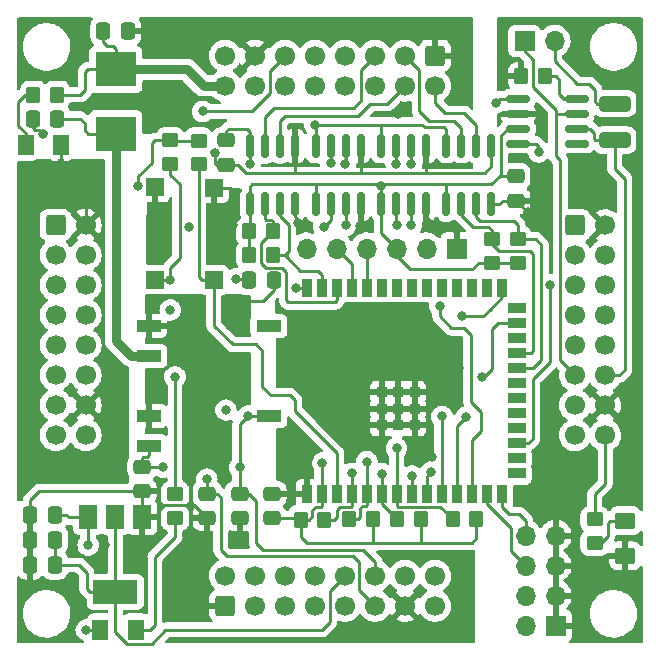
<source format=gbr>
%TF.GenerationSoftware,KiCad,Pcbnew,6.0.11+dfsg-1~bpo11+1*%
%TF.CreationDate,2023-05-15T10:52:48+02:00*%
%TF.ProjectId,avert_12,61766572-745f-4313-922e-6b696361645f,rev?*%
%TF.SameCoordinates,Original*%
%TF.FileFunction,Copper,L1,Top*%
%TF.FilePolarity,Positive*%
%FSLAX46Y46*%
G04 Gerber Fmt 4.6, Leading zero omitted, Abs format (unit mm)*
G04 Created by KiCad (PCBNEW 6.0.11+dfsg-1~bpo11+1) date 2023-05-15 10:52:48*
%MOMM*%
%LPD*%
G01*
G04 APERTURE LIST*
G04 Aperture macros list*
%AMRoundRect*
0 Rectangle with rounded corners*
0 $1 Rounding radius*
0 $2 $3 $4 $5 $6 $7 $8 $9 X,Y pos of 4 corners*
0 Add a 4 corners polygon primitive as box body*
4,1,4,$2,$3,$4,$5,$6,$7,$8,$9,$2,$3,0*
0 Add four circle primitives for the rounded corners*
1,1,$1+$1,$2,$3*
1,1,$1+$1,$4,$5*
1,1,$1+$1,$6,$7*
1,1,$1+$1,$8,$9*
0 Add four rect primitives between the rounded corners*
20,1,$1+$1,$2,$3,$4,$5,0*
20,1,$1+$1,$4,$5,$6,$7,0*
20,1,$1+$1,$6,$7,$8,$9,0*
20,1,$1+$1,$8,$9,$2,$3,0*%
G04 Aperture macros list end*
%TA.AperFunction,SMDPad,CuDef*%
%ADD10RoundRect,0.250000X-0.475000X0.337500X-0.475000X-0.337500X0.475000X-0.337500X0.475000X0.337500X0*%
%TD*%
%TA.AperFunction,SMDPad,CuDef*%
%ADD11RoundRect,0.250000X0.450000X-0.350000X0.450000X0.350000X-0.450000X0.350000X-0.450000X-0.350000X0*%
%TD*%
%TA.AperFunction,SMDPad,CuDef*%
%ADD12RoundRect,0.250000X0.337500X0.475000X-0.337500X0.475000X-0.337500X-0.475000X0.337500X-0.475000X0*%
%TD*%
%TA.AperFunction,SMDPad,CuDef*%
%ADD13RoundRect,0.250000X-0.350000X-0.450000X0.350000X-0.450000X0.350000X0.450000X-0.350000X0.450000X0*%
%TD*%
%TA.AperFunction,SMDPad,CuDef*%
%ADD14RoundRect,0.150000X0.150000X-0.825000X0.150000X0.825000X-0.150000X0.825000X-0.150000X-0.825000X0*%
%TD*%
%TA.AperFunction,SMDPad,CuDef*%
%ADD15RoundRect,0.150000X-0.825000X-0.150000X0.825000X-0.150000X0.825000X0.150000X-0.825000X0.150000X0*%
%TD*%
%TA.AperFunction,SMDPad,CuDef*%
%ADD16RoundRect,0.250000X0.475000X-0.337500X0.475000X0.337500X-0.475000X0.337500X-0.475000X-0.337500X0*%
%TD*%
%TA.AperFunction,ComponentPad*%
%ADD17RoundRect,0.250000X-0.600000X-0.600000X0.600000X-0.600000X0.600000X0.600000X-0.600000X0.600000X0*%
%TD*%
%TA.AperFunction,ComponentPad*%
%ADD18C,1.700000*%
%TD*%
%TA.AperFunction,SMDPad,CuDef*%
%ADD19R,2.100000X1.000000*%
%TD*%
%TA.AperFunction,SMDPad,CuDef*%
%ADD20R,0.900000X1.500000*%
%TD*%
%TA.AperFunction,SMDPad,CuDef*%
%ADD21R,1.500000X0.900000*%
%TD*%
%TA.AperFunction,SMDPad,CuDef*%
%ADD22R,0.900000X0.900000*%
%TD*%
%TA.AperFunction,SMDPad,CuDef*%
%ADD23RoundRect,0.250000X-1.075000X0.400000X-1.075000X-0.400000X1.075000X-0.400000X1.075000X0.400000X0*%
%TD*%
%TA.AperFunction,SMDPad,CuDef*%
%ADD24RoundRect,0.250000X0.350000X0.450000X-0.350000X0.450000X-0.350000X-0.450000X0.350000X-0.450000X0*%
%TD*%
%TA.AperFunction,ComponentPad*%
%ADD25RoundRect,0.250000X0.600000X-0.600000X0.600000X0.600000X-0.600000X0.600000X-0.600000X-0.600000X0*%
%TD*%
%TA.AperFunction,ComponentPad*%
%ADD26R,1.700000X1.700000*%
%TD*%
%TA.AperFunction,ComponentPad*%
%ADD27O,1.700000X1.700000*%
%TD*%
%TA.AperFunction,ComponentPad*%
%ADD28RoundRect,0.250000X-0.600000X0.600000X-0.600000X-0.600000X0.600000X-0.600000X0.600000X0.600000X0*%
%TD*%
%TA.AperFunction,SMDPad,CuDef*%
%ADD29R,3.500000X2.950000*%
%TD*%
%TA.AperFunction,SMDPad,CuDef*%
%ADD30RoundRect,0.250001X0.462499X0.624999X-0.462499X0.624999X-0.462499X-0.624999X0.462499X-0.624999X0*%
%TD*%
%TA.AperFunction,SMDPad,CuDef*%
%ADD31RoundRect,0.250001X-0.462499X-0.624999X0.462499X-0.624999X0.462499X0.624999X-0.462499X0.624999X0*%
%TD*%
%TA.AperFunction,SMDPad,CuDef*%
%ADD32R,1.500000X1.500000*%
%TD*%
%TA.AperFunction,SMDPad,CuDef*%
%ADD33RoundRect,0.250000X-0.337500X-0.475000X0.337500X-0.475000X0.337500X0.475000X-0.337500X0.475000X0*%
%TD*%
%TA.AperFunction,SMDPad,CuDef*%
%ADD34RoundRect,0.250000X-0.450000X0.350000X-0.450000X-0.350000X0.450000X-0.350000X0.450000X0.350000X0*%
%TD*%
%TA.AperFunction,SMDPad,CuDef*%
%ADD35RoundRect,0.250001X0.624999X-0.462499X0.624999X0.462499X-0.624999X0.462499X-0.624999X-0.462499X0*%
%TD*%
%TA.AperFunction,SMDPad,CuDef*%
%ADD36R,1.500000X2.000000*%
%TD*%
%TA.AperFunction,SMDPad,CuDef*%
%ADD37R,3.800000X2.000000*%
%TD*%
%TA.AperFunction,ViaPad*%
%ADD38C,0.800000*%
%TD*%
%TA.AperFunction,Conductor*%
%ADD39C,0.250000*%
%TD*%
%TA.AperFunction,Conductor*%
%ADD40C,0.800000*%
%TD*%
G04 APERTURE END LIST*
D10*
%TO.P,C5,1*%
%TO.N,+12V*%
X136050000Y-107170000D03*
%TO.P,C5,2*%
%TO.N,GNDD*%
X136050000Y-109245000D03*
%TD*%
D11*
%TO.P,R2,1*%
%TO.N,/IO0*%
X130165000Y-79260000D03*
%TO.P,R2,2*%
%TO.N,+3V3*%
X130165000Y-77260000D03*
%TD*%
D12*
%TO.P,C7,1*%
%TO.N,+12V*%
X120390000Y-108940000D03*
%TO.P,C7,2*%
%TO.N,GNDD*%
X118315000Y-108940000D03*
%TD*%
D13*
%TO.P,R13,1*%
%TO.N,/SCL2*%
X154080000Y-109340000D03*
%TO.P,R13,2*%
%TO.N,+3V3*%
X156080000Y-109340000D03*
%TD*%
D14*
%TO.P,U8,1,VCC1*%
%TO.N,+3V3*%
X142460000Y-82675000D03*
%TO.P,U8,2,SDA1*%
%TO.N,/SDA3*%
X143730000Y-82675000D03*
%TO.P,U8,3,SCL1*%
%TO.N,/SCL3*%
X145000000Y-82675000D03*
%TO.P,U8,4,GND1*%
%TO.N,GND*%
X146270000Y-82675000D03*
%TO.P,U8,5,GND2*%
%TO.N,GNDD*%
X146270000Y-77725000D03*
%TO.P,U8,6,SCL2*%
%TO.N,/SC3*%
X145000000Y-77725000D03*
%TO.P,U8,7,SDA2*%
%TO.N,/SD3*%
X143730000Y-77725000D03*
%TO.P,U8,8,VCC2*%
%TO.N,+5V*%
X142460000Y-77725000D03*
%TD*%
D15*
%TO.P,U2,1,D*%
%TO.N,/CTX*%
X159620000Y-73735000D03*
%TO.P,U2,2,GND*%
%TO.N,GND*%
X159620000Y-75005000D03*
%TO.P,U2,3,VCC*%
%TO.N,+3V3*%
X159620000Y-76275000D03*
%TO.P,U2,4,R*%
%TO.N,/CRX*%
X159620000Y-77545000D03*
%TO.P,U2,5,Vref*%
%TO.N,unconnected-(U2-Pad5)*%
X164570000Y-77545000D03*
%TO.P,U2,6,CANL*%
%TO.N,/CANL*%
X164570000Y-76275000D03*
%TO.P,U2,7,CANH*%
%TO.N,/CANH*%
X164570000Y-75005000D03*
%TO.P,U2,8,Rs*%
%TO.N,Net-(R10-Pad1)*%
X164570000Y-73735000D03*
%TD*%
D16*
%TO.P,C8,1*%
%TO.N,GNDD*%
X133280000Y-109235000D03*
%TO.P,C8,2*%
%TO.N,-12V*%
X133280000Y-107160000D03*
%TD*%
D17*
%TO.P,J4,1,Pin_1*%
%TO.N,+3V3*%
X164445000Y-84440000D03*
D18*
%TO.P,J4,2,Pin_2*%
%TO.N,GND*%
X166985000Y-84440000D03*
%TO.P,J4,3,Pin_3*%
%TO.N,/TXD*%
X164445000Y-86980000D03*
%TO.P,J4,4,Pin_4*%
%TO.N,/RXD*%
X166985000Y-86980000D03*
%TO.P,J4,5,Pin_5*%
%TO.N,/SCL*%
X164445000Y-89520000D03*
%TO.P,J4,6,Pin_6*%
%TO.N,/SDA*%
X166985000Y-89520000D03*
%TO.P,J4,7,Pin_7*%
%TO.N,/MISO*%
X164445000Y-92060000D03*
%TO.P,J4,8,Pin_8*%
%TO.N,/MOSI*%
X166985000Y-92060000D03*
%TO.P,J4,9,Pin_9*%
%TO.N,/SCK*%
X164445000Y-94600000D03*
%TO.P,J4,10,Pin_10*%
%TO.N,/SS*%
X166985000Y-94600000D03*
%TO.P,J4,11,Pin_11*%
%TO.N,/CANH*%
X164445000Y-97140000D03*
%TO.P,J4,12,Pin_12*%
%TO.N,/CANL*%
X166985000Y-97140000D03*
%TO.P,J4,13,Pin_13*%
%TO.N,Earth*%
X164445000Y-99680000D03*
%TO.P,J4,14,Pin_14*%
%TO.N,GND*%
X166985000Y-99680000D03*
%TO.P,J4,15,Pin_15*%
%TO.N,+24V*%
X164445000Y-102220000D03*
%TO.P,J4,16,Pin_16*%
X166985000Y-102220000D03*
%TD*%
D13*
%TO.P,R12,1*%
%TO.N,+3V3*%
X136865000Y-84970000D03*
%TO.P,R12,2*%
%TO.N,/SDA1*%
X138865000Y-84970000D03*
%TD*%
D11*
%TO.P,R18,1*%
%TO.N,+3V3*%
X159605000Y-87640000D03*
%TO.P,R18,2*%
%TO.N,/SCL0*%
X159605000Y-85640000D03*
%TD*%
D19*
%TO.P,U3,1,GND*%
%TO.N,GNDD*%
X128330000Y-92950000D03*
%TO.P,U3,2,VIN*%
%TO.N,Net-(C4-Pad1)*%
X128350000Y-95510000D03*
%TO.P,U3,4,0V*%
%TO.N,GNDD*%
X128350000Y-100590000D03*
%TO.P,U3,5,-VOUT*%
%TO.N,-12V*%
X128350000Y-103130000D03*
%TO.P,U3,7,+VOUT*%
%TO.N,+12V*%
X138510000Y-100590000D03*
%TO.P,U3,10,NC*%
%TO.N,unconnected-(U3-Pad10)*%
X138510000Y-92970000D03*
%TD*%
D20*
%TO.P,U1,1,GND*%
%TO.N,GND*%
X141735000Y-107220000D03*
%TO.P,U1,2,3V3*%
%TO.N,+3V3*%
X143005000Y-107220000D03*
%TO.P,U1,3,EN*%
%TO.N,/RST*%
X144275000Y-107220000D03*
%TO.P,U1,4,GPIO4/TOUCH4/ADC1_CH3*%
%TO.N,/SDA3*%
X145545000Y-107220000D03*
%TO.P,U1,5,GPIO5/TOUCH5/ADC1_CH4*%
%TO.N,/SCL3*%
X146815000Y-107220000D03*
%TO.P,U1,6,GPIO6/TOUCH6/ADC1_CH5*%
%TO.N,/SDA2*%
X148085000Y-107220000D03*
%TO.P,U1,7,GPIO7/TOUCH7/ADC1_CH6*%
%TO.N,/SCL2*%
X149355000Y-107220000D03*
%TO.P,U1,8,GPIO15/U0RTS/ADC2_CH4/XTAL_32K_P*%
%TO.N,/ADDR0*%
X150625000Y-107220000D03*
%TO.P,U1,9,GPIO16/U0CTS/ADC2_CH5/XTAL_32K_N*%
%TO.N,/ADDR1*%
X151895000Y-107220000D03*
%TO.P,U1,10,GPIO17/U1TXD/ADC2_CH6*%
%TO.N,/CTX*%
X153165000Y-107220000D03*
%TO.P,U1,11,GPIO18/U1RXD/ADC2_CH7/CLK_OUT3*%
%TO.N,/CRX*%
X154435000Y-107220000D03*
%TO.P,U1,12,GPIO8/TOUCH8/ADC1_CH7/SUBSPICS1*%
%TO.N,/SDA*%
X155705000Y-107220000D03*
%TO.P,U1,13,GPIO19/U1RTS/ADC2_CH8/CLK_OUT2/USB_D-*%
%TO.N,/ADDR2*%
X156975000Y-107220000D03*
%TO.P,U1,14,GPIO20/U1CTS/ADC2_CH9/CLK_OUT1/USB_D+*%
%TO.N,/ADDR3*%
X158245000Y-107220000D03*
D21*
%TO.P,U1,15,GPIO3/TOUCH3/ADC1_CH2*%
%TO.N,unconnected-(U1-Pad15)*%
X159495000Y-105455000D03*
%TO.P,U1,16,GPIO46*%
%TO.N,unconnected-(U1-Pad16)*%
X159495000Y-104185000D03*
%TO.P,U1,17,GPIO9/TOUCH9/ADC1_CH8/FSPIHD/SUBSPIHD*%
%TO.N,/SCL*%
X159495000Y-102915000D03*
%TO.P,U1,18,GPIO10/TOUCH10/ADC1_CH9/FSPICS0/FSPIIO4/SUBSPICS0*%
%TO.N,unconnected-(U1-Pad18)*%
X159495000Y-101645000D03*
%TO.P,U1,19,GPIO11/TOUCH11/ADC2_CH0/FSPID/FSPIIO5/SUBSPID*%
%TO.N,unconnected-(U1-Pad19)*%
X159495000Y-100375000D03*
%TO.P,U1,20,GPIO12/TOUCH12/ADC2_CH1/FSPICLK/FSPIIO6/SUBSPICLK*%
%TO.N,unconnected-(U1-Pad20)*%
X159495000Y-99105000D03*
%TO.P,U1,21,GPIO13/TOUCH13/ADC2_CH2/FSPIQ/FSPIIO7/SUBSPIQ*%
%TO.N,unconnected-(U1-Pad21)*%
X159495000Y-97835000D03*
%TO.P,U1,22,GPIO14/TOUCH14/ADC2_CH3/FSPIWP/FSPIDQS/SUBSPIWP*%
%TO.N,/SCL0*%
X159495000Y-96565000D03*
%TO.P,U1,23,GPIO21*%
%TO.N,/SDA0*%
X159495000Y-95295000D03*
%TO.P,U1,24,GPIO47/SPICLK_P/SUBSPICLK_P_DIFF*%
%TO.N,unconnected-(U1-Pad24)*%
X159495000Y-94025000D03*
%TO.P,U1,25,GPIO48/SPICLK_N/SUBSPICLK_N_DIFF*%
%TO.N,/LED_MQTT*%
X159495000Y-92755000D03*
%TO.P,U1,26,GPIO45*%
%TO.N,unconnected-(U1-Pad26)*%
X159495000Y-91485000D03*
D20*
%TO.P,U1,27,GPIO0/BOOT*%
%TO.N,/IO0*%
X158245000Y-89720000D03*
%TO.P,U1,28,SPIIO6/GPIO35/FSPID/SUBSPID*%
%TO.N,unconnected-(U1-Pad28)*%
X156975000Y-89720000D03*
%TO.P,U1,29,SPIIO7/GPIO36/FSPICLK/SUBSPICLK*%
%TO.N,unconnected-(U1-Pad29)*%
X155705000Y-89720000D03*
%TO.P,U1,30,SPIDQS/GPIO37/FSPIQ/SUBSPIQ*%
%TO.N,unconnected-(U1-Pad30)*%
X154435000Y-89720000D03*
%TO.P,U1,31,GPIO38/FSPIWP/SUBSPIWP*%
%TO.N,unconnected-(U1-Pad31)*%
X153165000Y-89720000D03*
%TO.P,U1,32,MTCK/GPIO39/CLK_OUT3/SUBSPICS1*%
%TO.N,unconnected-(U1-Pad32)*%
X151895000Y-89720000D03*
%TO.P,U1,33,MTDO/GPIO40/CLK_OUT2*%
%TO.N,unconnected-(U1-Pad33)*%
X150625000Y-89720000D03*
%TO.P,U1,34,MTDI/GPIO41/CLK_OUT1*%
%TO.N,unconnected-(U1-Pad34)*%
X149355000Y-89720000D03*
%TO.P,U1,35,MTMS/GPIO42*%
%TO.N,unconnected-(U1-Pad35)*%
X148085000Y-89720000D03*
%TO.P,U1,36,U0RXD/GPIO44/CLK_OUT2*%
%TO.N,/RX_0*%
X146815000Y-89720000D03*
%TO.P,U1,37,U0TXD/GPIO43/CLK_OUT1*%
%TO.N,/TX_0*%
X145545000Y-89720000D03*
%TO.P,U1,38,GPIO2/TOUCH2/ADC1_CH1*%
%TO.N,/SDA1*%
X144275000Y-89720000D03*
%TO.P,U1,39,GPIO1/TOUCH1/ADC1_CH0*%
%TO.N,/SCL1*%
X143005000Y-89720000D03*
%TO.P,U1,40,GND*%
%TO.N,GND*%
X141735000Y-89720000D03*
D22*
%TO.P,U1,41,GND*%
X149455000Y-99970000D03*
X149455000Y-101370000D03*
X148055000Y-99970000D03*
X150855000Y-98570000D03*
X150855000Y-99970000D03*
X148055000Y-101370000D03*
X150855000Y-101370000D03*
X148055000Y-98570000D03*
X149455000Y-98570000D03*
%TD*%
D23*
%TO.P,R11,1*%
%TO.N,Net-(J7-Pad2)*%
X167795000Y-74140000D03*
%TO.P,R11,2*%
%TO.N,/CANL*%
X167795000Y-77240000D03*
%TD*%
D14*
%TO.P,U6,1,VCC1*%
%TO.N,+3V3*%
X136910000Y-82685000D03*
%TO.P,U6,2,SDA1*%
%TO.N,/SDA1*%
X138180000Y-82685000D03*
%TO.P,U6,3,SCL1*%
%TO.N,/SCL1*%
X139450000Y-82685000D03*
%TO.P,U6,4,GND1*%
%TO.N,GND*%
X140720000Y-82685000D03*
%TO.P,U6,5,GND2*%
%TO.N,GNDD*%
X140720000Y-77735000D03*
%TO.P,U6,6,SCL2*%
%TO.N,/SC1*%
X139450000Y-77735000D03*
%TO.P,U6,7,SDA2*%
%TO.N,/SD1*%
X138180000Y-77735000D03*
%TO.P,U6,8,VCC2*%
%TO.N,+5V*%
X136910000Y-77735000D03*
%TD*%
D12*
%TO.P,C9,1*%
%TO.N,+5V*%
X120390000Y-113210000D03*
%TO.P,C9,2*%
%TO.N,GNDD*%
X118315000Y-113210000D03*
%TD*%
%TO.P,C12,1*%
%TO.N,GNDD*%
X138927500Y-89090000D03*
%TO.P,C12,2*%
%TO.N,+5V*%
X136852500Y-89090000D03*
%TD*%
D11*
%TO.P,R16,1*%
%TO.N,+3V3*%
X157375000Y-87610000D03*
%TO.P,R16,2*%
%TO.N,/SDA0*%
X157375000Y-85610000D03*
%TD*%
D24*
%TO.P,R19,1*%
%TO.N,/SDA3*%
X143205000Y-109360000D03*
%TO.P,R19,2*%
%TO.N,+3V3*%
X141205000Y-109360000D03*
%TD*%
D13*
%TO.P,R15,1*%
%TO.N,/SDA2*%
X149360000Y-109330000D03*
%TO.P,R15,2*%
%TO.N,+3V3*%
X151360000Y-109330000D03*
%TD*%
%TO.P,R17,1*%
%TO.N,/SCL3*%
X145295000Y-109350000D03*
%TO.P,R17,2*%
%TO.N,+3V3*%
X147295000Y-109350000D03*
%TD*%
D25*
%TO.P,J2,1,Pin_1*%
%TO.N,GNDD*%
X134790000Y-116660000D03*
D18*
%TO.P,J2,2,Pin_2*%
%TO.N,/SC2*%
X134790000Y-114120000D03*
%TO.P,J2,3,Pin_3*%
%TO.N,/SD2*%
X137330000Y-116660000D03*
%TO.P,J2,4,Pin_4*%
%TO.N,/SC3*%
X137330000Y-114120000D03*
%TO.P,J2,5,Pin_5*%
%TO.N,/SD3*%
X139870000Y-116660000D03*
%TO.P,J2,6,Pin_6*%
%TO.N,unconnected-(J2-Pad6)*%
X139870000Y-114120000D03*
%TO.P,J2,7,Pin_7*%
%TO.N,unconnected-(J2-Pad7)*%
X142410000Y-116660000D03*
%TO.P,J2,8,Pin_8*%
%TO.N,unconnected-(J2-Pad8)*%
X142410000Y-114120000D03*
%TO.P,J2,9,Pin_9*%
%TO.N,unconnected-(J2-Pad9)*%
X144950000Y-116660000D03*
%TO.P,J2,10,Pin_10*%
%TO.N,+5V*%
X144950000Y-114120000D03*
%TO.P,J2,11,Pin_11*%
%TO.N,-12V*%
X147490000Y-116660000D03*
%TO.P,J2,12,Pin_12*%
%TO.N,+12V*%
X147490000Y-114120000D03*
%TO.P,J2,13,Pin_13*%
%TO.N,GNDD*%
X150030000Y-116660000D03*
%TO.P,J2,14,Pin_14*%
%TO.N,Earth*%
X150030000Y-114120000D03*
%TO.P,J2,15,Pin_15*%
%TO.N,+VSW*%
X152570000Y-116660000D03*
%TO.P,J2,16,Pin_16*%
X152570000Y-114120000D03*
%TD*%
D10*
%TO.P,C1,1*%
%TO.N,GND*%
X138775000Y-107172500D03*
%TO.P,C1,2*%
%TO.N,+3V3*%
X138775000Y-109247500D03*
%TD*%
D26*
%TO.P,J7,1,Pin_1*%
%TO.N,/CANH*%
X160155000Y-68840000D03*
D27*
%TO.P,J7,2,Pin_2*%
%TO.N,Net-(J7-Pad2)*%
X162695000Y-68840000D03*
%TD*%
D14*
%TO.P,U5,1,VCC1*%
%TO.N,+3V3*%
X153550000Y-82655000D03*
%TO.P,U5,2,SDA1*%
%TO.N,/SDA0*%
X154820000Y-82655000D03*
%TO.P,U5,3,SCL1*%
%TO.N,/SCL0*%
X156090000Y-82655000D03*
%TO.P,U5,4,GND1*%
%TO.N,GND*%
X157360000Y-82655000D03*
%TO.P,U5,5,GND2*%
%TO.N,GNDD*%
X157360000Y-77705000D03*
%TO.P,U5,6,SCL2*%
%TO.N,/SC0*%
X156090000Y-77705000D03*
%TO.P,U5,7,SDA2*%
%TO.N,/SD0*%
X154820000Y-77705000D03*
%TO.P,U5,8,VCC2*%
%TO.N,+5V*%
X153550000Y-77705000D03*
%TD*%
D28*
%TO.P,J1,1,Pin_1*%
%TO.N,GNDD*%
X152585000Y-70087500D03*
D18*
%TO.P,J1,2,Pin_2*%
%TO.N,/SC0*%
X152585000Y-72627500D03*
%TO.P,J1,3,Pin_3*%
%TO.N,/SD0*%
X150045000Y-70087500D03*
%TO.P,J1,4,Pin_4*%
%TO.N,/SC1*%
X150045000Y-72627500D03*
%TO.P,J1,5,Pin_5*%
%TO.N,/SD1*%
X147505000Y-70087500D03*
%TO.P,J1,6,Pin_6*%
%TO.N,unconnected-(J1-Pad6)*%
X147505000Y-72627500D03*
%TO.P,J1,7,Pin_7*%
%TO.N,unconnected-(J1-Pad7)*%
X144965000Y-70087500D03*
%TO.P,J1,8,Pin_8*%
%TO.N,unconnected-(J1-Pad8)*%
X144965000Y-72627500D03*
%TO.P,J1,9,Pin_9*%
%TO.N,unconnected-(J1-Pad9)*%
X142425000Y-70087500D03*
%TO.P,J1,10,Pin_10*%
%TO.N,+5V*%
X142425000Y-72627500D03*
%TO.P,J1,11,Pin_11*%
%TO.N,-12V*%
X139885000Y-70087500D03*
%TO.P,J1,12,Pin_12*%
%TO.N,+12V*%
X139885000Y-72627500D03*
%TO.P,J1,13,Pin_13*%
%TO.N,GNDD*%
X137345000Y-70087500D03*
%TO.P,J1,14,Pin_14*%
%TO.N,Earth*%
X137345000Y-72627500D03*
%TO.P,J1,15,Pin_15*%
%TO.N,+VSW*%
X134805000Y-70087500D03*
%TO.P,J1,16,Pin_16*%
X134805000Y-72627500D03*
%TD*%
D16*
%TO.P,C2,1*%
%TO.N,GND*%
X159425000Y-82360000D03*
%TO.P,C2,2*%
%TO.N,+3V3*%
X159425000Y-80285000D03*
%TD*%
D29*
%TO.P,L1,1,1*%
%TO.N,+VSW*%
X125545000Y-71250000D03*
%TO.P,L1,2,2*%
%TO.N,Net-(C4-Pad1)*%
X125545000Y-76700000D03*
%TD*%
D12*
%TO.P,C10,1*%
%TO.N,+5V*%
X120390000Y-111070000D03*
%TO.P,C10,2*%
%TO.N,GNDD*%
X118315000Y-111070000D03*
%TD*%
D30*
%TO.P,D3,1,K*%
%TO.N,GND*%
X120900000Y-77620000D03*
%TO.P,D3,2,A*%
%TO.N,Net-(D3-Pad2)*%
X117925000Y-77620000D03*
%TD*%
D24*
%TO.P,R20,1*%
%TO.N,+VSW*%
X120570000Y-73410000D03*
%TO.P,R20,2*%
%TO.N,Net-(D3-Pad2)*%
X118570000Y-73410000D03*
%TD*%
D31*
%TO.P,D1,1,K*%
%TO.N,GND*%
X124255000Y-118680000D03*
%TO.P,D1,2,A*%
%TO.N,Net-(D1-Pad2)*%
X127230000Y-118680000D03*
%TD*%
D16*
%TO.P,C11,1*%
%TO.N,GNDD*%
X134915000Y-79317500D03*
%TO.P,C11,2*%
%TO.N,+5V*%
X134915000Y-77242500D03*
%TD*%
D32*
%TO.P,SW2,1,1*%
%TO.N,GND*%
X128855000Y-81240000D03*
%TO.P,SW2,2,2*%
%TO.N,/IO0*%
X128855000Y-89040000D03*
%TD*%
D14*
%TO.P,U7,1,VCC1*%
%TO.N,+3V3*%
X148020000Y-82675000D03*
%TO.P,U7,2,SDA1*%
%TO.N,/SDA2*%
X149290000Y-82675000D03*
%TO.P,U7,3,SCL1*%
%TO.N,/SCL2*%
X150560000Y-82675000D03*
%TO.P,U7,4,GND1*%
%TO.N,GND*%
X151830000Y-82675000D03*
%TO.P,U7,5,GND2*%
%TO.N,GNDD*%
X151830000Y-77725000D03*
%TO.P,U7,6,SCL2*%
%TO.N,/SC2*%
X150560000Y-77725000D03*
%TO.P,U7,7,SDA2*%
%TO.N,/SD2*%
X149290000Y-77725000D03*
%TO.P,U7,8,VCC2*%
%TO.N,+5V*%
X148020000Y-77725000D03*
%TD*%
D32*
%TO.P,SW1,1,1*%
%TO.N,GND*%
X133855000Y-81280000D03*
%TO.P,SW1,2,2*%
%TO.N,/RST*%
X133855000Y-89080000D03*
%TD*%
D26*
%TO.P,J5,1,Pin_1*%
%TO.N,GND*%
X154400000Y-86415000D03*
D27*
%TO.P,J5,2,Pin_2*%
%TO.N,unconnected-(J5-Pad2)*%
X151860000Y-86415000D03*
%TO.P,J5,3,Pin_3*%
%TO.N,+3V3*%
X149320000Y-86415000D03*
%TO.P,J5,4,Pin_4*%
%TO.N,/RX_0*%
X146780000Y-86415000D03*
%TO.P,J5,5,Pin_5*%
%TO.N,/TX_0*%
X144240000Y-86415000D03*
%TO.P,J5,6,Pin_6*%
%TO.N,unconnected-(J5-Pad6)*%
X141700000Y-86415000D03*
%TD*%
D13*
%TO.P,R14,1*%
%TO.N,+3V3*%
X136865000Y-86970000D03*
%TO.P,R14,2*%
%TO.N,/SCL1*%
X138865000Y-86970000D03*
%TD*%
D33*
%TO.P,C3,1*%
%TO.N,+VSW*%
X124500000Y-68000000D03*
%TO.P,C3,2*%
%TO.N,GNDD*%
X126575000Y-68000000D03*
%TD*%
D11*
%TO.P,R1,1*%
%TO.N,/RST*%
X132555000Y-79270000D03*
%TO.P,R1,2*%
%TO.N,+3V3*%
X132555000Y-77270000D03*
%TD*%
D26*
%TO.P,J8,1,Pin_1*%
%TO.N,GND*%
X162795000Y-118340000D03*
D27*
%TO.P,J8,2,Pin_2*%
%TO.N,/ADDR0*%
X160255000Y-118340000D03*
%TO.P,J8,3,Pin_3*%
%TO.N,GND*%
X162795000Y-115800000D03*
%TO.P,J8,4,Pin_4*%
%TO.N,/ADDR1*%
X160255000Y-115800000D03*
%TO.P,J8,5,Pin_5*%
%TO.N,GND*%
X162795000Y-113260000D03*
%TO.P,J8,6,Pin_6*%
%TO.N,/ADDR2*%
X160255000Y-113260000D03*
%TO.P,J8,7,Pin_7*%
%TO.N,GND*%
X162795000Y-110720000D03*
%TO.P,J8,8,Pin_8*%
%TO.N,/ADDR3*%
X160255000Y-110720000D03*
%TD*%
D17*
%TO.P,J3,1,Pin_1*%
%TO.N,+3V3*%
X120455000Y-84420000D03*
D18*
%TO.P,J3,2,Pin_2*%
%TO.N,GND*%
X122995000Y-84420000D03*
%TO.P,J3,3,Pin_3*%
%TO.N,/TXD*%
X120455000Y-86960000D03*
%TO.P,J3,4,Pin_4*%
%TO.N,/RXD*%
X122995000Y-86960000D03*
%TO.P,J3,5,Pin_5*%
%TO.N,/SCL*%
X120455000Y-89500000D03*
%TO.P,J3,6,Pin_6*%
%TO.N,/SDA*%
X122995000Y-89500000D03*
%TO.P,J3,7,Pin_7*%
%TO.N,/MISO*%
X120455000Y-92040000D03*
%TO.P,J3,8,Pin_8*%
%TO.N,/MOSI*%
X122995000Y-92040000D03*
%TO.P,J3,9,Pin_9*%
%TO.N,/SCK*%
X120455000Y-94580000D03*
%TO.P,J3,10,Pin_10*%
%TO.N,/SS*%
X122995000Y-94580000D03*
%TO.P,J3,11,Pin_11*%
%TO.N,/CANH*%
X120455000Y-97120000D03*
%TO.P,J3,12,Pin_12*%
%TO.N,/CANL*%
X122995000Y-97120000D03*
%TO.P,J3,13,Pin_13*%
%TO.N,Earth*%
X120455000Y-99660000D03*
%TO.P,J3,14,Pin_14*%
%TO.N,GND*%
X122995000Y-99660000D03*
%TO.P,J3,15,Pin_15*%
%TO.N,+24V*%
X120455000Y-102200000D03*
%TO.P,J3,16,Pin_16*%
X122995000Y-102200000D03*
%TD*%
D34*
%TO.P,R9,1*%
%TO.N,+24V*%
X166095000Y-109340000D03*
%TO.P,R9,2*%
%TO.N,Net-(D2-Pad2)*%
X166095000Y-111340000D03*
%TD*%
D35*
%TO.P,D2,1,K*%
%TO.N,GND*%
X168695000Y-112440000D03*
%TO.P,D2,2,A*%
%TO.N,Net-(D2-Pad2)*%
X168695000Y-109465000D03*
%TD*%
D12*
%TO.P,C4,1*%
%TO.N,Net-(C4-Pad1)*%
X120600000Y-75420000D03*
%TO.P,C4,2*%
%TO.N,GNDD*%
X118525000Y-75420000D03*
%TD*%
D34*
%TO.P,R8,1*%
%TO.N,/LED_MQTT*%
X130565000Y-107220000D03*
%TO.P,R8,2*%
%TO.N,Net-(D1-Pad2)*%
X130565000Y-109220000D03*
%TD*%
D16*
%TO.P,C6,1*%
%TO.N,GNDD*%
X127765000Y-106957500D03*
%TO.P,C6,2*%
%TO.N,-12V*%
X127765000Y-104882500D03*
%TD*%
D36*
%TO.P,U4,1,GND*%
%TO.N,GNDD*%
X127795000Y-109170000D03*
%TO.P,U4,2,VO*%
%TO.N,+5V*%
X125495000Y-109170000D03*
D37*
X125495000Y-115470000D03*
D36*
%TO.P,U4,3,VI*%
%TO.N,+12V*%
X123195000Y-109170000D03*
%TD*%
D24*
%TO.P,R10,1*%
%TO.N,Net-(R10-Pad1)*%
X161895000Y-71840000D03*
%TO.P,R10,2*%
%TO.N,GND*%
X159895000Y-71840000D03*
%TD*%
D38*
%TO.N,GND*%
X161650000Y-75020000D03*
X128840000Y-82810000D03*
X123050000Y-118710000D03*
X142140000Y-103440000D03*
X140810000Y-92980000D03*
X160430000Y-83350000D03*
X152300000Y-104100000D03*
X154650000Y-96510000D03*
X135440000Y-84400000D03*
X146260000Y-84470000D03*
X140790000Y-89730000D03*
X140960000Y-84280000D03*
%TO.N,+3V3*%
X127430000Y-81100000D03*
X143050000Y-104570000D03*
X148020000Y-81100000D03*
%TO.N,GNDD*%
X149440000Y-75050000D03*
X136040000Y-111030000D03*
X132270000Y-103430000D03*
X148760000Y-112560000D03*
X132570000Y-92950000D03*
X124610000Y-111540000D03*
X130310000Y-73680000D03*
X133920000Y-78330000D03*
X119420000Y-76760000D03*
X132790000Y-110980000D03*
X135210000Y-92960000D03*
X122630000Y-67270000D03*
%TO.N,+12V*%
X123210000Y-111520000D03*
X136770000Y-100590000D03*
X136050000Y-104930000D03*
%TO.N,-12V*%
X133260000Y-105940000D03*
X129530000Y-104920000D03*
X132910000Y-74810000D03*
%TO.N,+5V*%
X136910000Y-79280000D03*
X142420000Y-75914500D03*
X135690000Y-88990000D03*
%TO.N,/SC2*%
X150570000Y-79250000D03*
%TO.N,/SD2*%
X149290000Y-79230000D03*
%TO.N,/SCL*%
X162340000Y-89520000D03*
%TO.N,/SDA*%
X152990000Y-91260000D03*
%TO.N,Earth*%
X134874500Y-100090000D03*
X131780000Y-84610000D03*
%TO.N,/CTX*%
X153170000Y-100630000D03*
X157720000Y-74080000D03*
%TO.N,/CRX*%
X155180000Y-100720000D03*
X161360000Y-78230000D03*
%TO.N,/IO0*%
X154850000Y-92140000D03*
X130140000Y-89040000D03*
X130160000Y-91620000D03*
%TO.N,/ADDR0*%
X150640000Y-105670000D03*
%TO.N,/ADDR1*%
X152230000Y-105330000D03*
%TO.N,/LED_MQTT*%
X156520000Y-97270000D03*
X130565000Y-97275000D03*
%TO.N,/SC3*%
X144980000Y-79230000D03*
%TO.N,/SD3*%
X143740000Y-79200000D03*
%TO.N,/SCL2*%
X149320000Y-103320000D03*
X150550000Y-84440000D03*
%TO.N,/SDA2*%
X149330000Y-84450000D03*
X148080000Y-105480000D03*
%TO.N,/SCL3*%
X145000000Y-84460000D03*
X146810000Y-104450000D03*
%TO.N,/SDA3*%
X145580000Y-105440000D03*
X143160000Y-84560000D03*
%TD*%
D39*
%TO.N,GND*%
X138775000Y-107172500D02*
X138822500Y-107220000D01*
X154400000Y-84980000D02*
X154400000Y-86415000D01*
X167300000Y-112440000D02*
X166480000Y-113260000D01*
X135440000Y-81460000D02*
X135440000Y-84400000D01*
X141735000Y-89720000D02*
X140800000Y-89720000D01*
X159425000Y-82360000D02*
X159425000Y-82695000D01*
X128840000Y-82810000D02*
X128840000Y-81255000D01*
X142140000Y-103440000D02*
X142140000Y-104140000D01*
X146270000Y-84460000D02*
X146260000Y-84470000D01*
X151830000Y-83740000D02*
X152560000Y-84470000D01*
X152560000Y-84470000D02*
X153890000Y-84470000D01*
X151830000Y-82675000D02*
X151830000Y-83740000D01*
X138822500Y-107220000D02*
X141735000Y-107220000D01*
X140710000Y-83740000D02*
X140710000Y-82695000D01*
X133855000Y-81280000D02*
X135260000Y-81280000D01*
X140800000Y-89720000D02*
X140790000Y-89730000D01*
X141735000Y-107220000D02*
X141735000Y-104545000D01*
X140710000Y-82695000D02*
X140720000Y-82685000D01*
X159425000Y-82360000D02*
X159440000Y-82360000D01*
X122995000Y-81335000D02*
X122995000Y-84420000D01*
X120900000Y-79240000D02*
X122995000Y-81335000D01*
X120900000Y-77620000D02*
X120900000Y-79240000D01*
X159620000Y-75005000D02*
X161635000Y-75005000D01*
X135260000Y-81280000D02*
X135440000Y-81460000D01*
X166480000Y-113260000D02*
X162795000Y-113260000D01*
X142140000Y-104140000D02*
X141735000Y-104545000D01*
X153890000Y-84470000D02*
X154400000Y-84980000D01*
X124255000Y-118680000D02*
X123080000Y-118680000D01*
X157360000Y-82655000D02*
X158035000Y-82655000D01*
X140960000Y-84280000D02*
X140960000Y-83990000D01*
X168695000Y-112440000D02*
X167300000Y-112440000D01*
X146270000Y-82675000D02*
X146270000Y-84460000D01*
X158330000Y-82360000D02*
X159425000Y-82360000D01*
X161635000Y-75005000D02*
X161650000Y-75020000D01*
X140960000Y-83990000D02*
X140710000Y-83740000D01*
X159440000Y-82360000D02*
X160430000Y-83350000D01*
X123080000Y-118680000D02*
X123050000Y-118710000D01*
X128840000Y-81255000D02*
X128855000Y-81240000D01*
X158035000Y-82655000D02*
X158330000Y-82360000D01*
%TO.N,+3V3*%
X137120000Y-80980000D02*
X142540000Y-80980000D01*
X142540000Y-80980000D02*
X147900000Y-80980000D01*
X128840000Y-77260000D02*
X130165000Y-77260000D01*
X143005000Y-104615000D02*
X143050000Y-104570000D01*
X158140000Y-76850000D02*
X158140000Y-80200000D01*
X147900000Y-80980000D02*
X152910000Y-80980000D01*
X142460000Y-82675000D02*
X142460000Y-81060000D01*
X142935000Y-108290000D02*
X142480000Y-108290000D01*
X156080000Y-109340000D02*
X156080000Y-110960000D01*
X138775000Y-109247500D02*
X141092500Y-109247500D01*
X127430000Y-81100000D02*
X127430000Y-80300000D01*
X136910000Y-84925000D02*
X136865000Y-84970000D01*
X142200000Y-109060000D02*
X141900000Y-109360000D01*
X157360000Y-80980000D02*
X158055000Y-80285000D01*
X141205000Y-110835000D02*
X141205000Y-109360000D01*
X156280000Y-87610000D02*
X157375000Y-87610000D01*
X142480000Y-108290000D02*
X142200000Y-108570000D01*
X136865000Y-84970000D02*
X136865000Y-86970000D01*
X153550000Y-81050000D02*
X153550000Y-81180000D01*
X151450000Y-111340000D02*
X147330000Y-111340000D01*
X150440000Y-88180000D02*
X155710000Y-88180000D01*
X136910000Y-82685000D02*
X136910000Y-84925000D01*
X153550000Y-81180000D02*
X153550000Y-82655000D01*
X147295000Y-111305000D02*
X147330000Y-111340000D01*
X136910000Y-82685000D02*
X136910000Y-81190000D01*
X156080000Y-110960000D02*
X155700000Y-111340000D01*
X143005000Y-108220000D02*
X142935000Y-108290000D01*
X148020000Y-85115000D02*
X149320000Y-86415000D01*
X148020000Y-82675000D02*
X148020000Y-81100000D01*
X155710000Y-88180000D02*
X156280000Y-87610000D01*
X147295000Y-109350000D02*
X147295000Y-111305000D01*
X149320000Y-87060000D02*
X150440000Y-88180000D01*
X159620000Y-76275000D02*
X158715000Y-76275000D01*
X128585000Y-79145000D02*
X128585000Y-77515000D01*
X141900000Y-109360000D02*
X141205000Y-109360000D01*
X158715000Y-76275000D02*
X158140000Y-76850000D01*
X151360000Y-111250000D02*
X151450000Y-111340000D01*
X143005000Y-107220000D02*
X143005000Y-108220000D01*
X148020000Y-82675000D02*
X148020000Y-85115000D01*
X159605000Y-87640000D02*
X157405000Y-87640000D01*
X130175000Y-77270000D02*
X130165000Y-77260000D01*
X132555000Y-77270000D02*
X130175000Y-77270000D01*
X147330000Y-111340000D02*
X141710000Y-111340000D01*
X159425000Y-80285000D02*
X158055000Y-80285000D01*
X158140000Y-80200000D02*
X158055000Y-80285000D01*
X136910000Y-81190000D02*
X137120000Y-80980000D01*
X142200000Y-108570000D02*
X142200000Y-109060000D01*
X155700000Y-111340000D02*
X151450000Y-111340000D01*
X143005000Y-107220000D02*
X143005000Y-104615000D01*
X152910000Y-80980000D02*
X157360000Y-80980000D01*
X151360000Y-109330000D02*
X151360000Y-111250000D01*
X142460000Y-81060000D02*
X142540000Y-80980000D01*
X157405000Y-87640000D02*
X157375000Y-87610000D01*
X141710000Y-111340000D02*
X141205000Y-110835000D01*
X149320000Y-86415000D02*
X149320000Y-87060000D01*
X127430000Y-80300000D02*
X128585000Y-79145000D01*
X152910000Y-80980000D02*
X153350000Y-80980000D01*
X128585000Y-77515000D02*
X128840000Y-77260000D01*
X141092500Y-109247500D02*
X141205000Y-109360000D01*
%TO.N,Net-(D1-Pad2)*%
X130565000Y-109220000D02*
X130565000Y-110835000D01*
X128870000Y-112530000D02*
X128870000Y-118270000D01*
X128870000Y-118270000D02*
X128460000Y-118680000D01*
X130565000Y-110835000D02*
X128870000Y-112530000D01*
X128460000Y-118680000D02*
X127230000Y-118680000D01*
%TO.N,Net-(D2-Pad2)*%
X167415000Y-109465000D02*
X168695000Y-109465000D01*
X166630000Y-111340000D02*
X167200000Y-110770000D01*
X167200000Y-109680000D02*
X167415000Y-109465000D01*
X167200000Y-110770000D02*
X167200000Y-109680000D01*
X166095000Y-111340000D02*
X166630000Y-111340000D01*
D40*
%TO.N,+VSW*%
X131600000Y-71250000D02*
X132977500Y-72627500D01*
X131600000Y-71250000D02*
X125545000Y-71250000D01*
D39*
X123200000Y-71250000D02*
X125545000Y-71250000D01*
X124500000Y-68970000D02*
X124810000Y-69280000D01*
X125545000Y-71250000D02*
X125545000Y-69485000D01*
X122560000Y-73410000D02*
X122950000Y-73020000D01*
X125545000Y-69485000D02*
X125340000Y-69280000D01*
D40*
X132977500Y-72627500D02*
X134805000Y-72627500D01*
D39*
X120570000Y-73410000D02*
X122560000Y-73410000D01*
X124500000Y-68000000D02*
X124500000Y-68970000D01*
X122950000Y-71500000D02*
X123200000Y-71250000D01*
X125340000Y-69280000D02*
X124810000Y-69280000D01*
X122950000Y-73020000D02*
X122950000Y-71500000D01*
%TO.N,GNDD*%
X151090000Y-80010000D02*
X151860000Y-80010000D01*
X129205000Y-108535000D02*
X129595000Y-108145000D01*
X140720000Y-79980000D02*
X140750000Y-80010000D01*
X127765000Y-106957500D02*
X127765000Y-109140000D01*
X132190000Y-108145000D02*
X133280000Y-109235000D01*
X134057500Y-79317500D02*
X134915000Y-79317500D01*
X137980000Y-90900000D02*
X136100000Y-90900000D01*
X135210000Y-91720000D02*
X135210000Y-92960000D01*
X157360000Y-79450000D02*
X157360000Y-77705000D01*
X151830000Y-79980000D02*
X151860000Y-80010000D01*
X146340000Y-80010000D02*
X151090000Y-80010000D01*
X146270000Y-77725000D02*
X146270000Y-79940000D01*
X133280000Y-109235000D02*
X133280000Y-110490000D01*
X118525000Y-76195000D02*
X118670000Y-76340000D01*
X134915000Y-79317500D02*
X135857500Y-79317500D01*
X136560000Y-80010000D02*
X140750000Y-80010000D01*
X129595000Y-108145000D02*
X132190000Y-108145000D01*
X127795000Y-109170000D02*
X128980000Y-109170000D01*
X118670000Y-76340000D02*
X119030000Y-76340000D01*
X146270000Y-79940000D02*
X146340000Y-80010000D01*
X138927500Y-89952500D02*
X137980000Y-90900000D01*
X138927500Y-89090000D02*
X138927500Y-89952500D01*
X118315000Y-111070000D02*
X118315000Y-108940000D01*
X135867500Y-79317500D02*
X136560000Y-80010000D01*
X118315000Y-108940000D02*
X118315000Y-107725000D01*
X119420000Y-76730000D02*
X119420000Y-76760000D01*
X133920000Y-78330000D02*
X133920000Y-79180000D01*
X129205000Y-108945000D02*
X129205000Y-108535000D01*
X134915000Y-79317500D02*
X135867500Y-79317500D01*
X118315000Y-113210000D02*
X118315000Y-111070000D01*
X136030000Y-90900000D02*
X135210000Y-91720000D01*
X133920000Y-79180000D02*
X134057500Y-79317500D01*
X156800000Y-80010000D02*
X157360000Y-79450000D01*
X151830000Y-77725000D02*
X151830000Y-79980000D01*
X119030000Y-76340000D02*
X119420000Y-76730000D01*
X118315000Y-107725000D02*
X119082500Y-106957500D01*
X136050000Y-109245000D02*
X136050000Y-111020000D01*
X140750000Y-80010000D02*
X146340000Y-80010000D01*
X118525000Y-75420000D02*
X118525000Y-76195000D01*
X136050000Y-111020000D02*
X136040000Y-111030000D01*
X128980000Y-109170000D02*
X129205000Y-108945000D01*
X127765000Y-109140000D02*
X127795000Y-109170000D01*
X133280000Y-110490000D02*
X132790000Y-110980000D01*
X140720000Y-77735000D02*
X140720000Y-79980000D01*
X151860000Y-80010000D02*
X156800000Y-80010000D01*
X136100000Y-90900000D02*
X136030000Y-90900000D01*
X128330000Y-92950000D02*
X132570000Y-92950000D01*
X119082500Y-106957500D02*
X127765000Y-106957500D01*
%TO.N,Net-(C4-Pad1)*%
X125545000Y-76700000D02*
X123220000Y-76700000D01*
X123220000Y-76700000D02*
X122930000Y-76410000D01*
D40*
X125545000Y-76700000D02*
X125545000Y-94245000D01*
D39*
X122530000Y-75420000D02*
X122930000Y-75820000D01*
X120600000Y-75420000D02*
X122530000Y-75420000D01*
D40*
X125545000Y-94245000D02*
X126810000Y-95510000D01*
X126810000Y-95510000D02*
X128350000Y-95510000D01*
D39*
X122930000Y-75820000D02*
X122930000Y-76410000D01*
%TO.N,+12V*%
X121590000Y-109170000D02*
X123195000Y-109170000D01*
X136770000Y-100590000D02*
X138510000Y-100590000D01*
X120390000Y-108940000D02*
X121360000Y-108940000D01*
X136820000Y-107170000D02*
X136050000Y-107170000D01*
X147490000Y-112930000D02*
X146460000Y-111900000D01*
X146460000Y-111900000D02*
X138020000Y-111900000D01*
X136050000Y-104930000D02*
X136050000Y-101310000D01*
X121360000Y-108940000D02*
X121590000Y-109170000D01*
X147490000Y-114120000D02*
X147490000Y-112930000D01*
X136050000Y-107170000D02*
X136050000Y-104930000D01*
X123195000Y-109170000D02*
X123195000Y-111505000D01*
X136050000Y-101310000D02*
X136770000Y-100590000D01*
X137430000Y-107780000D02*
X136820000Y-107170000D01*
X123195000Y-111505000D02*
X123210000Y-111520000D01*
X138020000Y-111900000D02*
X137430000Y-111310000D01*
X137430000Y-111310000D02*
X137430000Y-107780000D01*
%TO.N,-12V*%
X138610000Y-71362500D02*
X139885000Y-70087500D01*
X127765000Y-104882500D02*
X129492500Y-104882500D01*
X127765000Y-104882500D02*
X127765000Y-104165000D01*
X137080000Y-74810000D02*
X138610000Y-73280000D01*
X133260000Y-107140000D02*
X133280000Y-107160000D01*
X146180000Y-112990000D02*
X146180000Y-115350000D01*
X134450000Y-107450000D02*
X134450000Y-111970000D01*
X133280000Y-107160000D02*
X134160000Y-107160000D01*
X145640000Y-112450000D02*
X146180000Y-112990000D01*
X128350000Y-103920000D02*
X128350000Y-103130000D01*
X133260000Y-105940000D02*
X133260000Y-107140000D01*
X129492500Y-104882500D02*
X129530000Y-104920000D01*
X127765000Y-104165000D02*
X127870000Y-104060000D01*
X133280000Y-106190000D02*
X133280000Y-107160000D01*
X127870000Y-104060000D02*
X128210000Y-104060000D01*
X146180000Y-115350000D02*
X147490000Y-116660000D01*
X134160000Y-107160000D02*
X134450000Y-107450000D01*
X128210000Y-104060000D02*
X128350000Y-103920000D01*
X132910000Y-74810000D02*
X137080000Y-74810000D01*
X134450000Y-111970000D02*
X134930000Y-112450000D01*
X138610000Y-73280000D02*
X138610000Y-71362500D01*
X134930000Y-112450000D02*
X145640000Y-112450000D01*
%TO.N,+5V*%
X148010000Y-75930000D02*
X142435500Y-75930000D01*
X142460000Y-75954500D02*
X142420000Y-75914500D01*
X123100000Y-115230000D02*
X123100000Y-113860000D01*
X153360000Y-76160000D02*
X153550000Y-76350000D01*
X122450000Y-113210000D02*
X120390000Y-113210000D01*
X144950000Y-114120000D02*
X143660000Y-115410000D01*
X125495000Y-113145000D02*
X125495000Y-115470000D01*
X129750000Y-118710000D02*
X128580000Y-119880000D01*
X148010000Y-75930000D02*
X151490000Y-75930000D01*
X136910000Y-79280000D02*
X136910000Y-77735000D01*
X142435500Y-75930000D02*
X142420000Y-75914500D01*
X123100000Y-113860000D02*
X122450000Y-113210000D01*
X120390000Y-111070000D02*
X120390000Y-113210000D01*
X142460000Y-77725000D02*
X142460000Y-75954500D01*
X143660000Y-115410000D02*
X143660000Y-118020000D01*
X134915000Y-77242500D02*
X134915000Y-76485000D01*
X123340000Y-115470000D02*
X123100000Y-115230000D01*
X125495000Y-118845672D02*
X125495000Y-115470000D01*
X134915000Y-76485000D02*
X135100000Y-76300000D01*
X135100000Y-76300000D02*
X136660000Y-76300000D01*
X125495000Y-109170000D02*
X125495000Y-113145000D01*
X153550000Y-76350000D02*
X153550000Y-77705000D01*
X151490000Y-75930000D02*
X151720000Y-76160000D01*
X142970000Y-118710000D02*
X129750000Y-118710000D01*
X136660000Y-76300000D02*
X136910000Y-76550000D01*
X126529328Y-119880000D02*
X125495000Y-118845672D01*
X128580000Y-119880000D02*
X126529328Y-119880000D01*
X125495000Y-115470000D02*
X123340000Y-115470000D01*
X151720000Y-76160000D02*
X153360000Y-76160000D01*
X148020000Y-77725000D02*
X148020000Y-75940000D01*
X136910000Y-76550000D02*
X136910000Y-77735000D01*
X148020000Y-75940000D02*
X148010000Y-75930000D01*
X136827500Y-88990000D02*
X136847500Y-89010000D01*
X135690000Y-88990000D02*
X136827500Y-88990000D01*
X143660000Y-118020000D02*
X142970000Y-118710000D01*
%TO.N,/SC0*%
X152585000Y-74075000D02*
X153450000Y-74940000D01*
X156090000Y-75990000D02*
X156090000Y-77705000D01*
X153450000Y-74940000D02*
X155040000Y-74940000D01*
X155040000Y-74940000D02*
X156090000Y-75990000D01*
X152585000Y-72627500D02*
X152585000Y-74075000D01*
%TO.N,/SD0*%
X154820000Y-76250000D02*
X154820000Y-77705000D01*
X154160000Y-75590000D02*
X154820000Y-76250000D01*
X151250000Y-71292500D02*
X151250000Y-74730000D01*
X150045000Y-70087500D02*
X151250000Y-71292500D01*
X151250000Y-74730000D02*
X152110000Y-75590000D01*
X152110000Y-75590000D02*
X154160000Y-75590000D01*
%TO.N,+24V*%
X166095000Y-107215000D02*
X166985000Y-106325000D01*
X166985000Y-106325000D02*
X166985000Y-102220000D01*
X166095000Y-109340000D02*
X166095000Y-107215000D01*
%TO.N,/SC1*%
X139450000Y-75630000D02*
X139890000Y-75190000D01*
X139890000Y-75190000D02*
X146070000Y-75190000D01*
X147093750Y-74166250D02*
X148506250Y-74166250D01*
X139450000Y-77735000D02*
X139450000Y-75630000D01*
X146070000Y-75190000D02*
X147093750Y-74166250D01*
X148506250Y-74166250D02*
X150045000Y-72627500D01*
%TO.N,/SD1*%
X138960000Y-74500000D02*
X145680000Y-74500000D01*
X138180000Y-75280000D02*
X138960000Y-74500000D01*
X146330000Y-73850000D02*
X146330000Y-71262500D01*
X145680000Y-74500000D02*
X146330000Y-73850000D01*
X146330000Y-71262500D02*
X147505000Y-70087500D01*
X138180000Y-77735000D02*
X138180000Y-75280000D01*
%TO.N,/SC2*%
X150560000Y-79240000D02*
X150570000Y-79250000D01*
X150560000Y-77725000D02*
X150560000Y-79240000D01*
%TO.N,/SD2*%
X149290000Y-77725000D02*
X149290000Y-79230000D01*
%TO.N,/SCL*%
X160840000Y-97500000D02*
X160840000Y-102520000D01*
X160840000Y-102520000D02*
X160445000Y-102915000D01*
X162340000Y-96000000D02*
X160840000Y-97500000D01*
X162340000Y-89520000D02*
X162340000Y-96000000D01*
X160445000Y-102915000D02*
X159495000Y-102915000D01*
%TO.N,/SDA*%
X155705000Y-102595000D02*
X155705000Y-107220000D01*
X152990000Y-91260000D02*
X152990000Y-92170000D01*
X156460000Y-101840000D02*
X155705000Y-102595000D01*
X155050000Y-93150000D02*
X155595000Y-93695000D01*
X155595000Y-93695000D02*
X155595000Y-99395000D01*
X156460000Y-100260000D02*
X156460000Y-101840000D01*
X152990000Y-92170000D02*
X153970000Y-93150000D01*
X153970000Y-93150000D02*
X155050000Y-93150000D01*
X155595000Y-99395000D02*
X156460000Y-100260000D01*
%TO.N,/CANH*%
X160155000Y-69715000D02*
X160860000Y-70420000D01*
X162805000Y-75005000D02*
X162780000Y-75030000D01*
X163180000Y-95875000D02*
X163180000Y-78950000D01*
X160860000Y-70420000D02*
X160860000Y-72750000D01*
X160860000Y-72750000D02*
X162650000Y-74540000D01*
X164570000Y-75005000D02*
X162805000Y-75005000D01*
X160155000Y-68840000D02*
X160155000Y-69715000D01*
X163180000Y-78950000D02*
X162780000Y-78550000D01*
X164445000Y-97140000D02*
X163180000Y-95875000D01*
X162780000Y-75030000D02*
X162780000Y-74670000D01*
X162780000Y-78550000D02*
X162780000Y-75030000D01*
X162780000Y-74670000D02*
X162650000Y-74540000D01*
%TO.N,/CANL*%
X166985000Y-97140000D02*
X168190000Y-97140000D01*
X165675000Y-76275000D02*
X166060000Y-76660000D01*
X166160000Y-77240000D02*
X167795000Y-77240000D01*
X166060000Y-77140000D02*
X166160000Y-77240000D01*
X168190000Y-97140000D02*
X168640000Y-96690000D01*
X168640000Y-96690000D02*
X168640000Y-80510000D01*
X166060000Y-76660000D02*
X166060000Y-77140000D01*
X167795000Y-79665000D02*
X167795000Y-77240000D01*
X164570000Y-76275000D02*
X165675000Y-76275000D01*
X168640000Y-80510000D02*
X167795000Y-79665000D01*
%TO.N,/RX_0*%
X146780000Y-86415000D02*
X146780000Y-89685000D01*
X146780000Y-89685000D02*
X146815000Y-89720000D01*
%TO.N,/TX_0*%
X144240000Y-86415000D02*
X145545000Y-87720000D01*
X145545000Y-87720000D02*
X145545000Y-89720000D01*
%TO.N,/CTX*%
X153165000Y-100635000D02*
X153165000Y-107220000D01*
X159620000Y-73735000D02*
X158065000Y-73735000D01*
X158065000Y-73735000D02*
X157720000Y-74080000D01*
X153170000Y-100630000D02*
X153165000Y-100635000D01*
%TO.N,/CRX*%
X161125000Y-77545000D02*
X161360000Y-77780000D01*
X161360000Y-77780000D02*
X161360000Y-78230000D01*
X154435000Y-107220000D02*
X154435000Y-101465000D01*
X159620000Y-77545000D02*
X161125000Y-77545000D01*
X154435000Y-101465000D02*
X155180000Y-100720000D01*
%TO.N,Net-(J7-Pad2)*%
X165640000Y-72500000D02*
X166100000Y-72960000D01*
X166100000Y-72960000D02*
X166100000Y-73930000D01*
X164630000Y-72500000D02*
X165640000Y-72500000D01*
X162695000Y-68840000D02*
X162695000Y-70565000D01*
X166100000Y-73930000D02*
X166310000Y-74140000D01*
X166310000Y-74140000D02*
X167795000Y-74140000D01*
X162695000Y-70565000D02*
X164630000Y-72500000D01*
%TO.N,/RST*%
X133855000Y-92955000D02*
X133855000Y-89080000D01*
X137430000Y-94540000D02*
X135440000Y-94540000D01*
X144275000Y-103745000D02*
X140710000Y-100180000D01*
X137970000Y-98120000D02*
X137970000Y-95080000D01*
X140280000Y-98850000D02*
X138700000Y-98850000D01*
X138700000Y-98850000D02*
X137970000Y-98120000D01*
X132810000Y-89080000D02*
X133855000Y-89080000D01*
X132555000Y-79270000D02*
X132555000Y-88825000D01*
X135440000Y-94540000D02*
X133855000Y-92955000D01*
X140710000Y-99280000D02*
X140280000Y-98850000D01*
X140710000Y-100180000D02*
X140710000Y-99280000D01*
X132555000Y-88825000D02*
X132810000Y-89080000D01*
X144275000Y-107220000D02*
X144275000Y-103745000D01*
X137970000Y-95080000D02*
X137430000Y-94540000D01*
%TO.N,/IO0*%
X156660000Y-92140000D02*
X154850000Y-92140000D01*
X157200000Y-91600000D02*
X156660000Y-92140000D01*
X158245000Y-89720000D02*
X158245000Y-90555000D01*
X130970000Y-87240000D02*
X130970000Y-80970000D01*
X128855000Y-89040000D02*
X130140000Y-89040000D01*
X158245000Y-90555000D02*
X157200000Y-91600000D01*
X130140000Y-88070000D02*
X130970000Y-87240000D01*
X130970000Y-80970000D02*
X130165000Y-80165000D01*
X130165000Y-80165000D02*
X130165000Y-79260000D01*
X130140000Y-89040000D02*
X130140000Y-88070000D01*
%TO.N,/ADDR0*%
X150625000Y-107220000D02*
X150625000Y-105685000D01*
X150625000Y-105685000D02*
X150640000Y-105670000D01*
%TO.N,/ADDR1*%
X151895000Y-107220000D02*
X151895000Y-105665000D01*
X151895000Y-105665000D02*
X152230000Y-105330000D01*
%TO.N,/ADDR2*%
X156975000Y-107220000D02*
X156975000Y-108035000D01*
X159020000Y-110080000D02*
X159020000Y-112025000D01*
X159020000Y-112025000D02*
X160255000Y-113260000D01*
X156975000Y-108035000D02*
X159020000Y-110080000D01*
%TO.N,/ADDR3*%
X158830000Y-108920000D02*
X159730000Y-108920000D01*
X158245000Y-107220000D02*
X158245000Y-108335000D01*
X158245000Y-108335000D02*
X158830000Y-108920000D01*
X160255000Y-109445000D02*
X160255000Y-110720000D01*
X159730000Y-108920000D02*
X160255000Y-109445000D01*
%TO.N,/LED_MQTT*%
X156520000Y-97270000D02*
X156750000Y-97270000D01*
X157915000Y-92755000D02*
X159495000Y-92755000D01*
X156750000Y-97270000D02*
X157440000Y-96580000D01*
X157440000Y-96580000D02*
X157440000Y-93230000D01*
X157440000Y-93230000D02*
X157915000Y-92755000D01*
X130565000Y-107220000D02*
X130565000Y-97275000D01*
%TO.N,Net-(R10-Pad1)*%
X161895000Y-71840000D02*
X162800000Y-71840000D01*
X163505000Y-73735000D02*
X164570000Y-73735000D01*
X163110000Y-73340000D02*
X163505000Y-73735000D01*
X163110000Y-72150000D02*
X163110000Y-73340000D01*
X162800000Y-71840000D02*
X163110000Y-72150000D01*
%TO.N,/SC3*%
X145000000Y-77725000D02*
X145000000Y-79210000D01*
X145000000Y-79210000D02*
X144980000Y-79230000D01*
%TO.N,/SD3*%
X143730000Y-77725000D02*
X143730000Y-79190000D01*
X143730000Y-79190000D02*
X143740000Y-79200000D01*
%TO.N,/SDA1*%
X138865000Y-84105000D02*
X138865000Y-84970000D01*
X138270000Y-83970000D02*
X138730000Y-83970000D01*
X138865000Y-84970000D02*
X137850000Y-85985000D01*
X140000000Y-90810000D02*
X140160000Y-90970000D01*
X144120000Y-90970000D02*
X144275000Y-90815000D01*
X140160000Y-90970000D02*
X144120000Y-90970000D01*
X138180000Y-83880000D02*
X138270000Y-83970000D01*
X138250000Y-88040000D02*
X139650000Y-88040000D01*
X140000000Y-88390000D02*
X140000000Y-90810000D01*
X137850000Y-87640000D02*
X138250000Y-88040000D01*
X137850000Y-85985000D02*
X137850000Y-87640000D01*
X138730000Y-83970000D02*
X138865000Y-84105000D01*
X138180000Y-82685000D02*
X138180000Y-83880000D01*
X144275000Y-90815000D02*
X144275000Y-89720000D01*
X139650000Y-88040000D02*
X140000000Y-88390000D01*
%TO.N,/SCL2*%
X149355000Y-108220000D02*
X149435000Y-108300000D01*
X150550000Y-84440000D02*
X150550000Y-82685000D01*
X153040000Y-108300000D02*
X154080000Y-109340000D01*
X149435000Y-108300000D02*
X153040000Y-108300000D01*
X150550000Y-82685000D02*
X150560000Y-82675000D01*
X149355000Y-107220000D02*
X149355000Y-103355000D01*
X149355000Y-107220000D02*
X149355000Y-108220000D01*
X149355000Y-103355000D02*
X149320000Y-103320000D01*
%TO.N,/SCL1*%
X140180000Y-86660000D02*
X140030000Y-86810000D01*
X140005000Y-86835000D02*
X140005000Y-87105000D01*
X139450000Y-82685000D02*
X139450000Y-83700000D01*
X139450000Y-83700000D02*
X140180000Y-84430000D01*
X143005000Y-89720000D02*
X143005000Y-88615000D01*
X140005000Y-87105000D02*
X139870000Y-86970000D01*
X140180000Y-84430000D02*
X140180000Y-86660000D01*
X140030000Y-86810000D02*
X139870000Y-86970000D01*
X143005000Y-88615000D02*
X142670000Y-88280000D01*
X142670000Y-88280000D02*
X141180000Y-88280000D01*
X141180000Y-88280000D02*
X140005000Y-87105000D01*
X139870000Y-86970000D02*
X138865000Y-86970000D01*
X140030000Y-86810000D02*
X140005000Y-86835000D01*
%TO.N,/SDA2*%
X148085000Y-108055000D02*
X149360000Y-109330000D01*
X149290000Y-82675000D02*
X149290000Y-84410000D01*
X149290000Y-84410000D02*
X149330000Y-84450000D01*
X148085000Y-107220000D02*
X148085000Y-108055000D01*
X148085000Y-105485000D02*
X148080000Y-105480000D01*
X148085000Y-107220000D02*
X148085000Y-105485000D01*
%TO.N,/SDA0*%
X154820000Y-83560000D02*
X155820000Y-84560000D01*
X157375000Y-85996827D02*
X157998173Y-86620000D01*
X157100000Y-84560000D02*
X157375000Y-84835000D01*
X157375000Y-84835000D02*
X157375000Y-85610000D01*
X160910000Y-86880000D02*
X160650000Y-86620000D01*
X157998173Y-86620000D02*
X160650000Y-86620000D01*
X157375000Y-85610000D02*
X157375000Y-85996827D01*
X155820000Y-84560000D02*
X157100000Y-84560000D01*
X160725000Y-95295000D02*
X159495000Y-95295000D01*
X160910000Y-95110000D02*
X160910000Y-86880000D01*
X154820000Y-82655000D02*
X154820000Y-83560000D01*
X160910000Y-95110000D02*
X160725000Y-95295000D01*
%TO.N,/SCL3*%
X146020000Y-109350000D02*
X145295000Y-109350000D01*
X146815000Y-104455000D02*
X146810000Y-104450000D01*
X146815000Y-107220000D02*
X146815000Y-108115000D01*
X146815000Y-107220000D02*
X146815000Y-104455000D01*
X146240000Y-109130000D02*
X146020000Y-109350000D01*
X146240000Y-108420000D02*
X146240000Y-109130000D01*
X146450000Y-108210000D02*
X146240000Y-108420000D01*
X146720000Y-108210000D02*
X146450000Y-108210000D01*
X146815000Y-108115000D02*
X146720000Y-108210000D01*
X145000000Y-84460000D02*
X145000000Y-82675000D01*
%TO.N,/SCL0*%
X160855000Y-96565000D02*
X161570000Y-95850000D01*
X156090000Y-83760000D02*
X156390000Y-84060000D01*
X159270000Y-84060000D02*
X159605000Y-84395000D01*
X159495000Y-96565000D02*
X160855000Y-96565000D01*
X156390000Y-84060000D02*
X159270000Y-84060000D01*
X159605000Y-84395000D02*
X159605000Y-85640000D01*
X161570000Y-95850000D02*
X161570000Y-86090000D01*
X161570000Y-86090000D02*
X161120000Y-85640000D01*
X156090000Y-82655000D02*
X156090000Y-83760000D01*
X159605000Y-85640000D02*
X161120000Y-85640000D01*
%TO.N,/SDA3*%
X145545000Y-108225000D02*
X145445000Y-108325000D01*
X144250000Y-108570000D02*
X144250000Y-109140000D01*
X144250000Y-109140000D02*
X144030000Y-109360000D01*
X145580000Y-107185000D02*
X145545000Y-107220000D01*
X145545000Y-107220000D02*
X145545000Y-108225000D01*
X143730000Y-82675000D02*
X143730000Y-83990000D01*
X145445000Y-108325000D02*
X144495000Y-108325000D01*
X144495000Y-108325000D02*
X144250000Y-108570000D01*
X145580000Y-105440000D02*
X145580000Y-107185000D01*
X143730000Y-83990000D02*
X143160000Y-84560000D01*
X144030000Y-109360000D02*
X143205000Y-109360000D01*
%TO.N,Net-(D3-Pad2)*%
X117880000Y-73410000D02*
X117280000Y-74010000D01*
X117925000Y-76645000D02*
X117925000Y-77620000D01*
X117280000Y-76000000D02*
X117925000Y-76645000D01*
X117280000Y-74010000D02*
X117280000Y-76000000D01*
X118570000Y-73410000D02*
X117880000Y-73410000D01*
%TD*%
%TA.AperFunction,Conductor*%
%TO.N,GND*%
G36*
X119959969Y-78840002D02*
G01*
X119969943Y-78847120D01*
X119970744Y-78847753D01*
X120108745Y-78932818D01*
X120121923Y-78938962D01*
X120276216Y-78990139D01*
X120289581Y-78993005D01*
X120383939Y-79002672D01*
X120390355Y-79003000D01*
X120627885Y-79003000D01*
X120643124Y-78998525D01*
X120644329Y-78997135D01*
X120646000Y-78989452D01*
X120646000Y-78820000D01*
X121154000Y-78820000D01*
X121154000Y-78984885D01*
X121158475Y-79000124D01*
X121159865Y-79001329D01*
X121167548Y-79003000D01*
X121409596Y-79003000D01*
X121416111Y-79002663D01*
X121511703Y-78992744D01*
X121525102Y-78989850D01*
X121679283Y-78938412D01*
X121692462Y-78932238D01*
X121836535Y-78843083D01*
X121837272Y-78844274D01*
X121895715Y-78820617D01*
X121908171Y-78820000D01*
X124510500Y-78820000D01*
X124578621Y-78840002D01*
X124625114Y-78893658D01*
X124636500Y-78946000D01*
X124636500Y-94163583D01*
X124634949Y-94183292D01*
X124632748Y-94197190D01*
X124633093Y-94203777D01*
X124633093Y-94203782D01*
X124636327Y-94265480D01*
X124636500Y-94272074D01*
X124636500Y-94292610D01*
X124636844Y-94295882D01*
X124636844Y-94295884D01*
X124638647Y-94313042D01*
X124639164Y-94319616D01*
X124642743Y-94387903D01*
X124644453Y-94394284D01*
X124644453Y-94394286D01*
X124646383Y-94401491D01*
X124649985Y-94420925D01*
X124650766Y-94428354D01*
X124650768Y-94428363D01*
X124651458Y-94434928D01*
X124672600Y-94499997D01*
X124674467Y-94506299D01*
X124692171Y-94572370D01*
X124696059Y-94580000D01*
X124698559Y-94584907D01*
X124706125Y-94603173D01*
X124710473Y-94616556D01*
X124713776Y-94622278D01*
X124713777Y-94622279D01*
X124744667Y-94675782D01*
X124747814Y-94681577D01*
X124778871Y-94742530D01*
X124783024Y-94747658D01*
X124783025Y-94747660D01*
X124787727Y-94753466D01*
X124798927Y-94769763D01*
X124802657Y-94776224D01*
X124802660Y-94776228D01*
X124805960Y-94781944D01*
X124810377Y-94786850D01*
X124810381Y-94786855D01*
X124851722Y-94832769D01*
X124856006Y-94837784D01*
X124868928Y-94853741D01*
X124883443Y-94868256D01*
X124887984Y-94873041D01*
X124933747Y-94923866D01*
X124939086Y-94927745D01*
X124939087Y-94927746D01*
X124945135Y-94932140D01*
X124960168Y-94944981D01*
X126110019Y-96094832D01*
X126122860Y-96109865D01*
X126131134Y-96121253D01*
X126136043Y-96125673D01*
X126181959Y-96167016D01*
X126186744Y-96171557D01*
X126201259Y-96186072D01*
X126203823Y-96188148D01*
X126217216Y-96198994D01*
X126222231Y-96203278D01*
X126268145Y-96244619D01*
X126268150Y-96244623D01*
X126273056Y-96249040D01*
X126278772Y-96252340D01*
X126278776Y-96252343D01*
X126285237Y-96256073D01*
X126301533Y-96267273D01*
X126312470Y-96276129D01*
X126344830Y-96292617D01*
X126373421Y-96307185D01*
X126379215Y-96310331D01*
X126438444Y-96344527D01*
X126444726Y-96346568D01*
X126444728Y-96346569D01*
X126451826Y-96348875D01*
X126470092Y-96356440D01*
X126482630Y-96362829D01*
X126489006Y-96364538D01*
X126489010Y-96364539D01*
X126548685Y-96380529D01*
X126555009Y-96382402D01*
X126582936Y-96391476D01*
X126641542Y-96431549D01*
X126669179Y-96496946D01*
X126670000Y-96511309D01*
X126670000Y-104069556D01*
X126651260Y-104135672D01*
X126597885Y-104222262D01*
X126542203Y-104390139D01*
X126531500Y-104494600D01*
X126531500Y-105270400D01*
X126542474Y-105376166D01*
X126598450Y-105543946D01*
X126651144Y-105629098D01*
X126670000Y-105695401D01*
X126670000Y-106144556D01*
X126651260Y-106210671D01*
X126618317Y-106264115D01*
X126565545Y-106311609D01*
X126511057Y-106324000D01*
X119161267Y-106324000D01*
X119150084Y-106323473D01*
X119142591Y-106321798D01*
X119134665Y-106322047D01*
X119134664Y-106322047D01*
X119074501Y-106323938D01*
X119070543Y-106324000D01*
X119042644Y-106324000D01*
X119038654Y-106324504D01*
X119026820Y-106325436D01*
X118982611Y-106326826D01*
X118974997Y-106329038D01*
X118974992Y-106329039D01*
X118963159Y-106332477D01*
X118943796Y-106336488D01*
X118923703Y-106339026D01*
X118916336Y-106341943D01*
X118916331Y-106341944D01*
X118882592Y-106355302D01*
X118871365Y-106359146D01*
X118828907Y-106371482D01*
X118822081Y-106375519D01*
X118811472Y-106381793D01*
X118793724Y-106390488D01*
X118774883Y-106397948D01*
X118768467Y-106402610D01*
X118768466Y-106402610D01*
X118739113Y-106423936D01*
X118729193Y-106430452D01*
X118697965Y-106448920D01*
X118697962Y-106448922D01*
X118691138Y-106452958D01*
X118676817Y-106467279D01*
X118661784Y-106480119D01*
X118645393Y-106492028D01*
X118619016Y-106523913D01*
X118617212Y-106526093D01*
X118609222Y-106534874D01*
X117922742Y-107221353D01*
X117914463Y-107228887D01*
X117907982Y-107233000D01*
X117861357Y-107282651D01*
X117858602Y-107285493D01*
X117838865Y-107305230D01*
X117836385Y-107308427D01*
X117828682Y-107317447D01*
X117798414Y-107349679D01*
X117794595Y-107356625D01*
X117794593Y-107356628D01*
X117788652Y-107367434D01*
X117777801Y-107383953D01*
X117765386Y-107399959D01*
X117762241Y-107407228D01*
X117762238Y-107407232D01*
X117747826Y-107440537D01*
X117742609Y-107451187D01*
X117721305Y-107489940D01*
X117719334Y-107497615D01*
X117719334Y-107497616D01*
X117716267Y-107509562D01*
X117709863Y-107528266D01*
X117701819Y-107546855D01*
X117700580Y-107554678D01*
X117700577Y-107554688D01*
X117694901Y-107590524D01*
X117692495Y-107602144D01*
X117683472Y-107637289D01*
X117681500Y-107644970D01*
X117681500Y-107665224D01*
X117679949Y-107684935D01*
X117678559Y-107693711D01*
X117648146Y-107757864D01*
X117587878Y-107795391D01*
X117554110Y-107800000D01*
X117329500Y-107800000D01*
X117261379Y-107779998D01*
X117214886Y-107726342D01*
X117203500Y-107674000D01*
X117203500Y-102166695D01*
X119092251Y-102166695D01*
X119092548Y-102171848D01*
X119092548Y-102171851D01*
X119098011Y-102266590D01*
X119105110Y-102389715D01*
X119106247Y-102394761D01*
X119106248Y-102394767D01*
X119126119Y-102482939D01*
X119154222Y-102607639D01*
X119238266Y-102814616D01*
X119289019Y-102897438D01*
X119352291Y-103000688D01*
X119354987Y-103005088D01*
X119501250Y-103173938D01*
X119673126Y-103316632D01*
X119866000Y-103429338D01*
X120074692Y-103509030D01*
X120079760Y-103510061D01*
X120079763Y-103510062D01*
X120187017Y-103531883D01*
X120293597Y-103553567D01*
X120298772Y-103553757D01*
X120298774Y-103553757D01*
X120511673Y-103561564D01*
X120511677Y-103561564D01*
X120516837Y-103561753D01*
X120521957Y-103561097D01*
X120521959Y-103561097D01*
X120733288Y-103534025D01*
X120733289Y-103534025D01*
X120738416Y-103533368D01*
X120743366Y-103531883D01*
X120947429Y-103470661D01*
X120947434Y-103470659D01*
X120952384Y-103469174D01*
X121152994Y-103370896D01*
X121334860Y-103241173D01*
X121493096Y-103083489D01*
X121552594Y-103000689D01*
X121623453Y-102902077D01*
X121624776Y-102903028D01*
X121671645Y-102859857D01*
X121741580Y-102847625D01*
X121807026Y-102875144D01*
X121834875Y-102906994D01*
X121894987Y-103005088D01*
X122041250Y-103173938D01*
X122213126Y-103316632D01*
X122406000Y-103429338D01*
X122614692Y-103509030D01*
X122619760Y-103510061D01*
X122619763Y-103510062D01*
X122727017Y-103531883D01*
X122833597Y-103553567D01*
X122838772Y-103553757D01*
X122838774Y-103553757D01*
X123051673Y-103561564D01*
X123051677Y-103561564D01*
X123056837Y-103561753D01*
X123061957Y-103561097D01*
X123061959Y-103561097D01*
X123273288Y-103534025D01*
X123273289Y-103534025D01*
X123278416Y-103533368D01*
X123283366Y-103531883D01*
X123487429Y-103470661D01*
X123487434Y-103470659D01*
X123492384Y-103469174D01*
X123692994Y-103370896D01*
X123874860Y-103241173D01*
X124033096Y-103083489D01*
X124092594Y-103000689D01*
X124160435Y-102906277D01*
X124163453Y-102902077D01*
X124184320Y-102859857D01*
X124260136Y-102706453D01*
X124260137Y-102706451D01*
X124262430Y-102701811D01*
X124327370Y-102488069D01*
X124356529Y-102266590D01*
X124358156Y-102200000D01*
X124339852Y-101977361D01*
X124285431Y-101760702D01*
X124196354Y-101555840D01*
X124075014Y-101368277D01*
X123924670Y-101203051D01*
X123920619Y-101199852D01*
X123920615Y-101199848D01*
X123753414Y-101067800D01*
X123753410Y-101067798D01*
X123749359Y-101064598D01*
X123707569Y-101041529D01*
X123657598Y-100991097D01*
X123642826Y-100921654D01*
X123667942Y-100855248D01*
X123695293Y-100828642D01*
X123744247Y-100793723D01*
X123752648Y-100783023D01*
X123745660Y-100769870D01*
X123007812Y-100032022D01*
X122993868Y-100024408D01*
X122992035Y-100024539D01*
X122985420Y-100028790D01*
X122241737Y-100772473D01*
X122234977Y-100784853D01*
X122240258Y-100791907D01*
X122286969Y-100819203D01*
X122335693Y-100870841D01*
X122348764Y-100940624D01*
X122322033Y-101006396D01*
X122281584Y-101039752D01*
X122268607Y-101046507D01*
X122264474Y-101049610D01*
X122264471Y-101049612D01*
X122240247Y-101067800D01*
X122089965Y-101180635D01*
X121935629Y-101342138D01*
X121828201Y-101499621D01*
X121773293Y-101544621D01*
X121702768Y-101552792D01*
X121639021Y-101521538D01*
X121618324Y-101497054D01*
X121537822Y-101372617D01*
X121537820Y-101372614D01*
X121535014Y-101368277D01*
X121384670Y-101203051D01*
X121380619Y-101199852D01*
X121380615Y-101199848D01*
X121213414Y-101067800D01*
X121213410Y-101067798D01*
X121209359Y-101064598D01*
X121168053Y-101041796D01*
X121118084Y-100991364D01*
X121103312Y-100921921D01*
X121128428Y-100855516D01*
X121155780Y-100828909D01*
X121220110Y-100783023D01*
X121334860Y-100701173D01*
X121493096Y-100543489D01*
X121552594Y-100460689D01*
X121623453Y-100362077D01*
X121624640Y-100362930D01*
X121671960Y-100319362D01*
X121741897Y-100307145D01*
X121807338Y-100334678D01*
X121835166Y-100366512D01*
X121861459Y-100409419D01*
X121871916Y-100418880D01*
X121880694Y-100415096D01*
X122622978Y-99672812D01*
X122629356Y-99661132D01*
X123359408Y-99661132D01*
X123359539Y-99662965D01*
X123363790Y-99669580D01*
X124105474Y-100411264D01*
X124117484Y-100417823D01*
X124129223Y-100408855D01*
X124160004Y-100366019D01*
X124165315Y-100357180D01*
X124259670Y-100166267D01*
X124263469Y-100156672D01*
X124325376Y-99952915D01*
X124327555Y-99942834D01*
X124355590Y-99729887D01*
X124356109Y-99723212D01*
X124357572Y-99663364D01*
X124357378Y-99656646D01*
X124339781Y-99442604D01*
X124338096Y-99432424D01*
X124286214Y-99225875D01*
X124282894Y-99216124D01*
X124197972Y-99020814D01*
X124193105Y-99011739D01*
X124128063Y-98911197D01*
X124117377Y-98901995D01*
X124107812Y-98906398D01*
X123367022Y-99647188D01*
X123359408Y-99661132D01*
X122629356Y-99661132D01*
X122630592Y-99658868D01*
X122630461Y-99657035D01*
X122626210Y-99650420D01*
X121884849Y-98909059D01*
X121873313Y-98902759D01*
X121861031Y-98912382D01*
X121828499Y-98960072D01*
X121773587Y-99005075D01*
X121703063Y-99013246D01*
X121639316Y-98981992D01*
X121618618Y-98957508D01*
X121537822Y-98832617D01*
X121537820Y-98832614D01*
X121535014Y-98828277D01*
X121384670Y-98663051D01*
X121380619Y-98659852D01*
X121380615Y-98659848D01*
X121213414Y-98527800D01*
X121213410Y-98527798D01*
X121209359Y-98524598D01*
X121168053Y-98501796D01*
X121118084Y-98451364D01*
X121103312Y-98381921D01*
X121128428Y-98315516D01*
X121155780Y-98288909D01*
X121199603Y-98257650D01*
X121334860Y-98161173D01*
X121493096Y-98003489D01*
X121552594Y-97920689D01*
X121623453Y-97822077D01*
X121624776Y-97823028D01*
X121671645Y-97779857D01*
X121741580Y-97767625D01*
X121807026Y-97795144D01*
X121834875Y-97826994D01*
X121894987Y-97925088D01*
X122041250Y-98093938D01*
X122213126Y-98236632D01*
X122286445Y-98279476D01*
X122286955Y-98279774D01*
X122335679Y-98331412D01*
X122348750Y-98401195D01*
X122322019Y-98466967D01*
X122281562Y-98500327D01*
X122273460Y-98504544D01*
X122264734Y-98510039D01*
X122244677Y-98525099D01*
X122236223Y-98536427D01*
X122242968Y-98548758D01*
X122982188Y-99287978D01*
X122996132Y-99295592D01*
X122997965Y-99295461D01*
X123004580Y-99291210D01*
X123748389Y-98547401D01*
X123755410Y-98534544D01*
X123748611Y-98525213D01*
X123744559Y-98522521D01*
X123707602Y-98502120D01*
X123657631Y-98451687D01*
X123642859Y-98382245D01*
X123667975Y-98315839D01*
X123695327Y-98289232D01*
X123718797Y-98272491D01*
X123874860Y-98161173D01*
X124033096Y-98003489D01*
X124092594Y-97920689D01*
X124160435Y-97826277D01*
X124163453Y-97822077D01*
X124184320Y-97779857D01*
X124260136Y-97626453D01*
X124260137Y-97626451D01*
X124262430Y-97621811D01*
X124327370Y-97408069D01*
X124356529Y-97186590D01*
X124358156Y-97120000D01*
X124339852Y-96897361D01*
X124285431Y-96680702D01*
X124196354Y-96475840D01*
X124149582Y-96403542D01*
X124077822Y-96292617D01*
X124077820Y-96292614D01*
X124075014Y-96288277D01*
X123924670Y-96123051D01*
X123920619Y-96119852D01*
X123920615Y-96119848D01*
X123753414Y-95987800D01*
X123753410Y-95987798D01*
X123749359Y-95984598D01*
X123708053Y-95961796D01*
X123658084Y-95911364D01*
X123643312Y-95841921D01*
X123668428Y-95775516D01*
X123695780Y-95748909D01*
X123739603Y-95717650D01*
X123874860Y-95621173D01*
X124033096Y-95463489D01*
X124092594Y-95380689D01*
X124160435Y-95286277D01*
X124163453Y-95282077D01*
X124184320Y-95239857D01*
X124260136Y-95086453D01*
X124260137Y-95086451D01*
X124262430Y-95081811D01*
X124318049Y-94898747D01*
X124325865Y-94873023D01*
X124325865Y-94873021D01*
X124327370Y-94868069D01*
X124356529Y-94646590D01*
X124357265Y-94616458D01*
X124358074Y-94583365D01*
X124358074Y-94583361D01*
X124358156Y-94580000D01*
X124339852Y-94357361D01*
X124285431Y-94140702D01*
X124196354Y-93935840D01*
X124075014Y-93748277D01*
X123924670Y-93583051D01*
X123920619Y-93579852D01*
X123920615Y-93579848D01*
X123753414Y-93447800D01*
X123753410Y-93447798D01*
X123749359Y-93444598D01*
X123708053Y-93421796D01*
X123658084Y-93371364D01*
X123643312Y-93301921D01*
X123668428Y-93235516D01*
X123695780Y-93208909D01*
X123739603Y-93177650D01*
X123874860Y-93081173D01*
X124033096Y-92923489D01*
X124092594Y-92840689D01*
X124160435Y-92746277D01*
X124163453Y-92742077D01*
X124184320Y-92699857D01*
X124260136Y-92546453D01*
X124260137Y-92546451D01*
X124262430Y-92541811D01*
X124327370Y-92328069D01*
X124356529Y-92106590D01*
X124358156Y-92040000D01*
X124339852Y-91817361D01*
X124285431Y-91600702D01*
X124196354Y-91395840D01*
X124075014Y-91208277D01*
X123924670Y-91043051D01*
X123920619Y-91039852D01*
X123920615Y-91039848D01*
X123753414Y-90907800D01*
X123753410Y-90907798D01*
X123749359Y-90904598D01*
X123708053Y-90881796D01*
X123658084Y-90831364D01*
X123643312Y-90761921D01*
X123668428Y-90695516D01*
X123695780Y-90668909D01*
X123739603Y-90637650D01*
X123874860Y-90541173D01*
X124033096Y-90383489D01*
X124092594Y-90300689D01*
X124160435Y-90206277D01*
X124163453Y-90202077D01*
X124184320Y-90159857D01*
X124260136Y-90006453D01*
X124260137Y-90006451D01*
X124262430Y-90001811D01*
X124327370Y-89788069D01*
X124356529Y-89566590D01*
X124358156Y-89500000D01*
X124339852Y-89277361D01*
X124285431Y-89060702D01*
X124196354Y-88855840D01*
X124075014Y-88668277D01*
X123924670Y-88503051D01*
X123920619Y-88499852D01*
X123920615Y-88499848D01*
X123753414Y-88367800D01*
X123753410Y-88367798D01*
X123749359Y-88364598D01*
X123708053Y-88341796D01*
X123658084Y-88291364D01*
X123643312Y-88221921D01*
X123668428Y-88155516D01*
X123695780Y-88128909D01*
X123739603Y-88097650D01*
X123874860Y-88001173D01*
X124033096Y-87843489D01*
X124092594Y-87760689D01*
X124160435Y-87666277D01*
X124163453Y-87662077D01*
X124184320Y-87619857D01*
X124260136Y-87466453D01*
X124260137Y-87466451D01*
X124262430Y-87461811D01*
X124327370Y-87248069D01*
X124356529Y-87026590D01*
X124358156Y-86960000D01*
X124339852Y-86737361D01*
X124285431Y-86520702D01*
X124196354Y-86315840D01*
X124075014Y-86128277D01*
X123924670Y-85963051D01*
X123920616Y-85959849D01*
X123920615Y-85959848D01*
X123753414Y-85827800D01*
X123753410Y-85827798D01*
X123749359Y-85824598D01*
X123707569Y-85801529D01*
X123657598Y-85751097D01*
X123642826Y-85681654D01*
X123667942Y-85615248D01*
X123695293Y-85588642D01*
X123744247Y-85553723D01*
X123752648Y-85543023D01*
X123745660Y-85529870D01*
X123007812Y-84792022D01*
X122993868Y-84784408D01*
X122992035Y-84784539D01*
X122985420Y-84788790D01*
X122241737Y-85532473D01*
X122234977Y-85544853D01*
X122240258Y-85551907D01*
X122286969Y-85579203D01*
X122335693Y-85630841D01*
X122348764Y-85700624D01*
X122322033Y-85766396D01*
X122281584Y-85799752D01*
X122268607Y-85806507D01*
X122264474Y-85809610D01*
X122264471Y-85809612D01*
X122094100Y-85937530D01*
X122089965Y-85940635D01*
X121935629Y-86102138D01*
X121828201Y-86259621D01*
X121773293Y-86304621D01*
X121702768Y-86312792D01*
X121639021Y-86281538D01*
X121618324Y-86257054D01*
X121537822Y-86132617D01*
X121537820Y-86132614D01*
X121535014Y-86128277D01*
X121384670Y-85963051D01*
X121342006Y-85929357D01*
X121300944Y-85871441D01*
X121297712Y-85800518D01*
X121333337Y-85739107D01*
X121366647Y-85716376D01*
X121372007Y-85713865D01*
X121378946Y-85711550D01*
X121529348Y-85618478D01*
X121654305Y-85493303D01*
X121747115Y-85342738D01*
X121771913Y-85267975D01*
X121812342Y-85209616D01*
X121841630Y-85191934D01*
X121880694Y-85175096D01*
X122622978Y-84432812D01*
X122629356Y-84421132D01*
X123359408Y-84421132D01*
X123359539Y-84422965D01*
X123363790Y-84429580D01*
X124105474Y-85171264D01*
X124117484Y-85177823D01*
X124129223Y-85168855D01*
X124160004Y-85126019D01*
X124165315Y-85117180D01*
X124259670Y-84926267D01*
X124263469Y-84916672D01*
X124325376Y-84712915D01*
X124327555Y-84702834D01*
X124355590Y-84489887D01*
X124356109Y-84483212D01*
X124357572Y-84423364D01*
X124357378Y-84416646D01*
X124339781Y-84202604D01*
X124338096Y-84192424D01*
X124286214Y-83985875D01*
X124282894Y-83976124D01*
X124197972Y-83780814D01*
X124193105Y-83771739D01*
X124128063Y-83671197D01*
X124117377Y-83661995D01*
X124107812Y-83666398D01*
X123367022Y-84407188D01*
X123359408Y-84421132D01*
X122629356Y-84421132D01*
X122630592Y-84418868D01*
X122630461Y-84417035D01*
X122626210Y-84410420D01*
X121884849Y-83669059D01*
X121844510Y-83647031D01*
X121831523Y-83644206D01*
X121781322Y-83594003D01*
X121772388Y-83573497D01*
X121748870Y-83503007D01*
X121748869Y-83503005D01*
X121746550Y-83496054D01*
X121653478Y-83345652D01*
X121604167Y-83296427D01*
X122236223Y-83296427D01*
X122242968Y-83308758D01*
X122982188Y-84047978D01*
X122996132Y-84055592D01*
X122997965Y-84055461D01*
X123004580Y-84051210D01*
X123748389Y-83307401D01*
X123755410Y-83294544D01*
X123748611Y-83285213D01*
X123744554Y-83282518D01*
X123558117Y-83179599D01*
X123548705Y-83175369D01*
X123347959Y-83104280D01*
X123337989Y-83101646D01*
X123128327Y-83064301D01*
X123118073Y-83063331D01*
X122905116Y-83060728D01*
X122894832Y-83061448D01*
X122684321Y-83093661D01*
X122674293Y-83096050D01*
X122471868Y-83162212D01*
X122462359Y-83166209D01*
X122273466Y-83264540D01*
X122264734Y-83270039D01*
X122244677Y-83285099D01*
X122236223Y-83296427D01*
X121604167Y-83296427D01*
X121528303Y-83220695D01*
X121522072Y-83216854D01*
X121383968Y-83131725D01*
X121383966Y-83131724D01*
X121377738Y-83127885D01*
X121217254Y-83074655D01*
X121216389Y-83074368D01*
X121216387Y-83074368D01*
X121209861Y-83072203D01*
X121203025Y-83071503D01*
X121203022Y-83071502D01*
X121159969Y-83067091D01*
X121105400Y-83061500D01*
X119804600Y-83061500D01*
X119801354Y-83061837D01*
X119801350Y-83061837D01*
X119705692Y-83071762D01*
X119705688Y-83071763D01*
X119698834Y-83072474D01*
X119692298Y-83074655D01*
X119692296Y-83074655D01*
X119635329Y-83093661D01*
X119531054Y-83128450D01*
X119380652Y-83221522D01*
X119255695Y-83346697D01*
X119162885Y-83497262D01*
X119107203Y-83665139D01*
X119096500Y-83769600D01*
X119096500Y-85070400D01*
X119096837Y-85073646D01*
X119096837Y-85073650D01*
X119101354Y-85117180D01*
X119107474Y-85176166D01*
X119109655Y-85182702D01*
X119109655Y-85182704D01*
X119118634Y-85209616D01*
X119163450Y-85343946D01*
X119256522Y-85494348D01*
X119381697Y-85619305D01*
X119387927Y-85623145D01*
X119387928Y-85623146D01*
X119405464Y-85633955D01*
X119532262Y-85712115D01*
X119539209Y-85714419D01*
X119541276Y-85715383D01*
X119594561Y-85762299D01*
X119614023Y-85830576D01*
X119593482Y-85898536D01*
X119563681Y-85930337D01*
X119549965Y-85940635D01*
X119395629Y-86102138D01*
X119269743Y-86286680D01*
X119175688Y-86489305D01*
X119115989Y-86704570D01*
X119092251Y-86926695D01*
X119092548Y-86931848D01*
X119092548Y-86931851D01*
X119098011Y-87026590D01*
X119105110Y-87149715D01*
X119106247Y-87154761D01*
X119106248Y-87154767D01*
X119126119Y-87242939D01*
X119154222Y-87367639D01*
X119238266Y-87574616D01*
X119289019Y-87657438D01*
X119352291Y-87760688D01*
X119354987Y-87765088D01*
X119501250Y-87933938D01*
X119673126Y-88076632D01*
X119743595Y-88117811D01*
X119746445Y-88119476D01*
X119795169Y-88171114D01*
X119808240Y-88240897D01*
X119781509Y-88306669D01*
X119741055Y-88340027D01*
X119728607Y-88346507D01*
X119724474Y-88349610D01*
X119724471Y-88349612D01*
X119700247Y-88367800D01*
X119549965Y-88480635D01*
X119395629Y-88642138D01*
X119269743Y-88826680D01*
X119175688Y-89029305D01*
X119115989Y-89244570D01*
X119092251Y-89466695D01*
X119092548Y-89471848D01*
X119092548Y-89471851D01*
X119098011Y-89566590D01*
X119105110Y-89689715D01*
X119106247Y-89694761D01*
X119106248Y-89694767D01*
X119126119Y-89782939D01*
X119154222Y-89907639D01*
X119238266Y-90114616D01*
X119289019Y-90197438D01*
X119352291Y-90300688D01*
X119354987Y-90305088D01*
X119501250Y-90473938D01*
X119673126Y-90616632D01*
X119743595Y-90657811D01*
X119746445Y-90659476D01*
X119795169Y-90711114D01*
X119808240Y-90780897D01*
X119781509Y-90846669D01*
X119741055Y-90880027D01*
X119728607Y-90886507D01*
X119724474Y-90889610D01*
X119724471Y-90889612D01*
X119700247Y-90907800D01*
X119549965Y-91020635D01*
X119395629Y-91182138D01*
X119269743Y-91366680D01*
X119175688Y-91569305D01*
X119115989Y-91784570D01*
X119092251Y-92006695D01*
X119092548Y-92011848D01*
X119092548Y-92011851D01*
X119098011Y-92106590D01*
X119105110Y-92229715D01*
X119106247Y-92234761D01*
X119106248Y-92234767D01*
X119126119Y-92322939D01*
X119154222Y-92447639D01*
X119238266Y-92654616D01*
X119289019Y-92737438D01*
X119352291Y-92840688D01*
X119354987Y-92845088D01*
X119501250Y-93013938D01*
X119673126Y-93156632D01*
X119743595Y-93197811D01*
X119746445Y-93199476D01*
X119795169Y-93251114D01*
X119808240Y-93320897D01*
X119781509Y-93386669D01*
X119741055Y-93420027D01*
X119728607Y-93426507D01*
X119724474Y-93429610D01*
X119724471Y-93429612D01*
X119700247Y-93447800D01*
X119549965Y-93560635D01*
X119395629Y-93722138D01*
X119269743Y-93906680D01*
X119175688Y-94109305D01*
X119115989Y-94324570D01*
X119092251Y-94546695D01*
X119092548Y-94551848D01*
X119092548Y-94551851D01*
X119098011Y-94646590D01*
X119105110Y-94769715D01*
X119106247Y-94774761D01*
X119106248Y-94774767D01*
X119124046Y-94853741D01*
X119154222Y-94987639D01*
X119238266Y-95194616D01*
X119289019Y-95277438D01*
X119352291Y-95380688D01*
X119354987Y-95385088D01*
X119501250Y-95553938D01*
X119673126Y-95696632D01*
X119743595Y-95737811D01*
X119746445Y-95739476D01*
X119795169Y-95791114D01*
X119808240Y-95860897D01*
X119781509Y-95926669D01*
X119741055Y-95960027D01*
X119728607Y-95966507D01*
X119724474Y-95969610D01*
X119724471Y-95969612D01*
X119554100Y-96097530D01*
X119549965Y-96100635D01*
X119546393Y-96104373D01*
X119412371Y-96244619D01*
X119395629Y-96262138D01*
X119269743Y-96446680D01*
X119175688Y-96649305D01*
X119115989Y-96864570D01*
X119092251Y-97086695D01*
X119092548Y-97091848D01*
X119092548Y-97091851D01*
X119098011Y-97186590D01*
X119105110Y-97309715D01*
X119106247Y-97314761D01*
X119106248Y-97314767D01*
X119126119Y-97402939D01*
X119154222Y-97527639D01*
X119238266Y-97734616D01*
X119289019Y-97817438D01*
X119352291Y-97920688D01*
X119354987Y-97925088D01*
X119501250Y-98093938D01*
X119673126Y-98236632D01*
X119743595Y-98277811D01*
X119746445Y-98279476D01*
X119795169Y-98331114D01*
X119808240Y-98400897D01*
X119781509Y-98466669D01*
X119741055Y-98500027D01*
X119728607Y-98506507D01*
X119724474Y-98509610D01*
X119724471Y-98509612D01*
X119554100Y-98637530D01*
X119549965Y-98640635D01*
X119395629Y-98802138D01*
X119269743Y-98986680D01*
X119175688Y-99189305D01*
X119115989Y-99404570D01*
X119092251Y-99626695D01*
X119092548Y-99631848D01*
X119092548Y-99631851D01*
X119094910Y-99672812D01*
X119105110Y-99849715D01*
X119106247Y-99854761D01*
X119106248Y-99854767D01*
X119127275Y-99948069D01*
X119154222Y-100067639D01*
X119238266Y-100274616D01*
X119354987Y-100465088D01*
X119501250Y-100633938D01*
X119673126Y-100776632D01*
X119684063Y-100783023D01*
X119746445Y-100819476D01*
X119795169Y-100871114D01*
X119808240Y-100940897D01*
X119781509Y-101006669D01*
X119741055Y-101040027D01*
X119728607Y-101046507D01*
X119724474Y-101049610D01*
X119724471Y-101049612D01*
X119700247Y-101067800D01*
X119549965Y-101180635D01*
X119395629Y-101342138D01*
X119269743Y-101526680D01*
X119175688Y-101729305D01*
X119115989Y-101944570D01*
X119092251Y-102166695D01*
X117203500Y-102166695D01*
X117203500Y-79121697D01*
X117223502Y-79053576D01*
X117277158Y-79007083D01*
X117342342Y-78996353D01*
X117403931Y-79002663D01*
X117412100Y-79003500D01*
X118437900Y-79003500D01*
X118441146Y-79003163D01*
X118441150Y-79003163D01*
X118536807Y-78993238D01*
X118536811Y-78993237D01*
X118543665Y-78992526D01*
X118550201Y-78990345D01*
X118550203Y-78990345D01*
X118704497Y-78938868D01*
X118711445Y-78936550D01*
X118854940Y-78847753D01*
X118855619Y-78847333D01*
X118855621Y-78847331D01*
X118861848Y-78843478D01*
X118862488Y-78844513D01*
X118921533Y-78820617D01*
X118933983Y-78820000D01*
X119891848Y-78820000D01*
X119959969Y-78840002D01*
G37*
%TD.AperFunction*%
%TD*%
%TA.AperFunction,Conductor*%
%TO.N,GNDD*%
G36*
X152026121Y-77491002D02*
G01*
X152072614Y-77544658D01*
X152084000Y-77597000D01*
X152084000Y-79186878D01*
X152087973Y-79200409D01*
X152095871Y-79201544D01*
X152235790Y-79160893D01*
X152250221Y-79154648D01*
X152379678Y-79078089D01*
X152392104Y-79068449D01*
X152498449Y-78962104D01*
X152508089Y-78949677D01*
X152587170Y-78815957D01*
X152639063Y-78767504D01*
X152708913Y-78754799D01*
X152774545Y-78781874D01*
X152804073Y-78815951D01*
X152875547Y-78936807D01*
X152993193Y-79054453D01*
X153000017Y-79058489D01*
X153000020Y-79058491D01*
X153050748Y-79088491D01*
X153136399Y-79139145D01*
X153144010Y-79141356D01*
X153144012Y-79141357D01*
X153196231Y-79156528D01*
X153296169Y-79185562D01*
X153302574Y-79186066D01*
X153302579Y-79186067D01*
X153331042Y-79188307D01*
X153331050Y-79188307D01*
X153333498Y-79188500D01*
X153766502Y-79188500D01*
X153768950Y-79188307D01*
X153768958Y-79188307D01*
X153797421Y-79186067D01*
X153797426Y-79186066D01*
X153803831Y-79185562D01*
X153903769Y-79156528D01*
X153955988Y-79141357D01*
X153955990Y-79141356D01*
X153963601Y-79139145D01*
X154106807Y-79054453D01*
X154109489Y-79051771D01*
X154173861Y-79026498D01*
X154243484Y-79040400D01*
X154259312Y-79050572D01*
X154263193Y-79054453D01*
X154406399Y-79139145D01*
X154414010Y-79141356D01*
X154414012Y-79141357D01*
X154466231Y-79156528D01*
X154566169Y-79185562D01*
X154572574Y-79186066D01*
X154572579Y-79186067D01*
X154601042Y-79188307D01*
X154601050Y-79188307D01*
X154603498Y-79188500D01*
X155036502Y-79188500D01*
X155038950Y-79188307D01*
X155038958Y-79188307D01*
X155067421Y-79186067D01*
X155067426Y-79186066D01*
X155073831Y-79185562D01*
X155173769Y-79156528D01*
X155225988Y-79141357D01*
X155225990Y-79141356D01*
X155233601Y-79139145D01*
X155376807Y-79054453D01*
X155379489Y-79051771D01*
X155443861Y-79026498D01*
X155513484Y-79040400D01*
X155529312Y-79050572D01*
X155533193Y-79054453D01*
X155676399Y-79139145D01*
X155738844Y-79157287D01*
X155798679Y-79195498D01*
X155828357Y-79259994D01*
X155829691Y-79278189D01*
X155829904Y-79562597D01*
X155809953Y-79630732D01*
X155756332Y-79677265D01*
X155702603Y-79688684D01*
X151568714Y-79645972D01*
X151500804Y-79625267D01*
X151454868Y-79571134D01*
X151445490Y-79500760D01*
X151450183Y-79481043D01*
X151461502Y-79446206D01*
X151463542Y-79439928D01*
X151464304Y-79432684D01*
X151476920Y-79312643D01*
X151503933Y-79246987D01*
X151562155Y-79206357D01*
X151565290Y-79205841D01*
X151571970Y-79201521D01*
X151576000Y-79192629D01*
X151576000Y-77597000D01*
X151596002Y-77528879D01*
X151649658Y-77482386D01*
X151702000Y-77471000D01*
X151958000Y-77471000D01*
X152026121Y-77491002D01*
G37*
%TD.AperFunction*%
%TA.AperFunction,Conductor*%
G36*
X146466121Y-77491002D02*
G01*
X146512614Y-77544658D01*
X146524000Y-77597000D01*
X146524000Y-79186878D01*
X146527973Y-79200409D01*
X146535871Y-79201544D01*
X146675790Y-79160893D01*
X146690221Y-79154648D01*
X146819678Y-79078089D01*
X146832104Y-79068449D01*
X146938449Y-78962104D01*
X146948089Y-78949678D01*
X147024647Y-78820223D01*
X147029087Y-78809962D01*
X147074497Y-78755387D01*
X147142204Y-78734026D01*
X147210711Y-78752661D01*
X147259512Y-78808977D01*
X147260855Y-78813601D01*
X147264893Y-78820429D01*
X147341509Y-78949980D01*
X147341511Y-78949983D01*
X147345547Y-78956807D01*
X147463193Y-79074453D01*
X147470017Y-79078489D01*
X147470020Y-79078491D01*
X147489603Y-79090072D01*
X147606399Y-79159145D01*
X147614010Y-79161356D01*
X147614012Y-79161357D01*
X147643962Y-79170058D01*
X147766169Y-79205562D01*
X147772574Y-79206066D01*
X147772579Y-79206067D01*
X147801042Y-79208307D01*
X147801050Y-79208307D01*
X147803498Y-79208500D01*
X148236502Y-79208500D01*
X148238960Y-79208307D01*
X148238974Y-79208306D01*
X148250736Y-79207380D01*
X148320217Y-79221973D01*
X148370778Y-79271814D01*
X148385936Y-79319820D01*
X148395767Y-79413358D01*
X148396458Y-79419928D01*
X148405289Y-79447107D01*
X148407317Y-79518072D01*
X148370655Y-79578870D01*
X148306943Y-79610196D01*
X148284154Y-79612035D01*
X146550608Y-79594124D01*
X145990940Y-79588342D01*
X145923031Y-79567638D01*
X145877095Y-79513504D01*
X145867717Y-79443130D01*
X145870203Y-79432684D01*
X145870128Y-79432668D01*
X145871503Y-79426202D01*
X145873542Y-79419928D01*
X145875384Y-79402408D01*
X145884808Y-79312737D01*
X145911821Y-79247080D01*
X145970043Y-79206450D01*
X146009759Y-79199908D01*
X146012705Y-79199900D01*
X146016000Y-79192630D01*
X146016000Y-77597000D01*
X146036002Y-77528879D01*
X146089658Y-77482386D01*
X146142000Y-77471000D01*
X146398000Y-77471000D01*
X146466121Y-77491002D01*
G37*
%TD.AperFunction*%
%TA.AperFunction,Conductor*%
G36*
X141451601Y-75843502D02*
G01*
X141498094Y-75897158D01*
X141508790Y-75936329D01*
X141523622Y-76077449D01*
X141526458Y-76104428D01*
X141585473Y-76286056D01*
X141588776Y-76291778D01*
X141588777Y-76291779D01*
X141636551Y-76374526D01*
X141680960Y-76451444D01*
X141685378Y-76456351D01*
X141685379Y-76456352D01*
X141697057Y-76469322D01*
X141727773Y-76533331D01*
X141719007Y-76603784D01*
X141711878Y-76617760D01*
X141700855Y-76636399D01*
X141700801Y-76636367D01*
X141657790Y-76688059D01*
X141590083Y-76709420D01*
X141521575Y-76690784D01*
X141481724Y-76644801D01*
X141478682Y-76646600D01*
X141398089Y-76510322D01*
X141388449Y-76497896D01*
X141282104Y-76391551D01*
X141269678Y-76381911D01*
X141140221Y-76305352D01*
X141125790Y-76299107D01*
X140991395Y-76260061D01*
X140977294Y-76260101D01*
X140974000Y-76267370D01*
X140974000Y-79196878D01*
X140977973Y-79210409D01*
X140985871Y-79211544D01*
X141125790Y-79170893D01*
X141140221Y-79164648D01*
X141269678Y-79088089D01*
X141282104Y-79078449D01*
X141388449Y-78972104D01*
X141398089Y-78959678D01*
X141474647Y-78830223D01*
X141476251Y-78826516D01*
X141478285Y-78824072D01*
X141478682Y-78823400D01*
X141478790Y-78823464D01*
X141521661Y-78771941D01*
X141589368Y-78750580D01*
X141657876Y-78769215D01*
X141697871Y-78815366D01*
X141700855Y-78813601D01*
X141781509Y-78949980D01*
X141781511Y-78949983D01*
X141785547Y-78956807D01*
X141903193Y-79074453D01*
X141910017Y-79078489D01*
X141910020Y-79078491D01*
X141929603Y-79090072D01*
X142046399Y-79159145D01*
X142054010Y-79161356D01*
X142054012Y-79161357D01*
X142083962Y-79170058D01*
X142206169Y-79205562D01*
X142212574Y-79206066D01*
X142212579Y-79206067D01*
X142241042Y-79208307D01*
X142241050Y-79208307D01*
X142243498Y-79208500D01*
X142676502Y-79208500D01*
X142687727Y-79207616D01*
X142703788Y-79206353D01*
X142773267Y-79220950D01*
X142823826Y-79270793D01*
X142838982Y-79318794D01*
X142846458Y-79389928D01*
X142848500Y-79396213D01*
X142849817Y-79402408D01*
X142844417Y-79473199D01*
X142801602Y-79529833D01*
X142734965Y-79554328D01*
X142725280Y-79554601D01*
X137938475Y-79505143D01*
X137870565Y-79484438D01*
X137824629Y-79430305D01*
X137814467Y-79365979D01*
X137818233Y-79330149D01*
X137845247Y-79264492D01*
X137903468Y-79223863D01*
X137953423Y-79217708D01*
X137961027Y-79218306D01*
X137961039Y-79218306D01*
X137963498Y-79218500D01*
X138396502Y-79218500D01*
X138398950Y-79218307D01*
X138398958Y-79218307D01*
X138427421Y-79216067D01*
X138427426Y-79216066D01*
X138433831Y-79215562D01*
X138533769Y-79186528D01*
X138585988Y-79171357D01*
X138585990Y-79171356D01*
X138593601Y-79169145D01*
X138736807Y-79084453D01*
X138739489Y-79081771D01*
X138803861Y-79056498D01*
X138873484Y-79070400D01*
X138889312Y-79080572D01*
X138893193Y-79084453D01*
X139036399Y-79169145D01*
X139044010Y-79171356D01*
X139044012Y-79171357D01*
X139096231Y-79186528D01*
X139196169Y-79215562D01*
X139202574Y-79216066D01*
X139202579Y-79216067D01*
X139231042Y-79218307D01*
X139231050Y-79218307D01*
X139233498Y-79218500D01*
X139666502Y-79218500D01*
X139668950Y-79218307D01*
X139668958Y-79218307D01*
X139697421Y-79216067D01*
X139697426Y-79216066D01*
X139703831Y-79215562D01*
X139803769Y-79186528D01*
X139855988Y-79171357D01*
X139855990Y-79171356D01*
X139863601Y-79169145D01*
X140006807Y-79084453D01*
X140009747Y-79081513D01*
X140074271Y-79056179D01*
X140143894Y-79070080D01*
X140162640Y-79082129D01*
X140170323Y-79088089D01*
X140299779Y-79164648D01*
X140314210Y-79170893D01*
X140448605Y-79209939D01*
X140462706Y-79209899D01*
X140466000Y-79202630D01*
X140466000Y-76273122D01*
X140462027Y-76259591D01*
X140454129Y-76258456D01*
X140314210Y-76299107D01*
X140299779Y-76305352D01*
X140273639Y-76320811D01*
X140204823Y-76338270D01*
X140137491Y-76315753D01*
X140093022Y-76260409D01*
X140083500Y-76212357D01*
X140083500Y-75949500D01*
X140103502Y-75881379D01*
X140157158Y-75834886D01*
X140209500Y-75823500D01*
X141383480Y-75823500D01*
X141451601Y-75843502D01*
G37*
%TD.AperFunction*%
%TA.AperFunction,Conductor*%
G36*
X133815696Y-78024661D02*
G01*
X133833736Y-78043158D01*
X133837666Y-78048116D01*
X133841522Y-78054348D01*
X133846706Y-78059523D01*
X133874303Y-78087072D01*
X133966697Y-78179305D01*
X133971235Y-78182102D01*
X134011824Y-78239353D01*
X134015054Y-78310276D01*
X133979428Y-78371687D01*
X133970932Y-78379062D01*
X133960793Y-78387098D01*
X133846258Y-78501832D01*
X133841051Y-78508425D01*
X133783133Y-78549487D01*
X133712210Y-78552717D01*
X133650799Y-78517091D01*
X133635027Y-78496635D01*
X133603478Y-78445652D01*
X133516891Y-78359216D01*
X133482812Y-78296934D01*
X133487815Y-78226114D01*
X133516736Y-78181025D01*
X133599134Y-78098483D01*
X133604305Y-78093303D01*
X133627728Y-78055304D01*
X133680500Y-78007811D01*
X133750572Y-77996387D01*
X133815696Y-78024661D01*
G37*
%TD.AperFunction*%
%TA.AperFunction,Conductor*%
G36*
X119653546Y-76355574D02*
G01*
X119660346Y-76363407D01*
X119664022Y-76369348D01*
X119669204Y-76374521D01*
X119669208Y-76374526D01*
X119759431Y-76464591D01*
X119793511Y-76526873D01*
X119788508Y-76597693D01*
X119777675Y-76619878D01*
X119745385Y-76672262D01*
X119736476Y-76699121D01*
X119696049Y-76757477D01*
X119630485Y-76784715D01*
X119617517Y-76785449D01*
X119486674Y-76786101D01*
X119305245Y-76787006D01*
X119237026Y-76767344D01*
X119190266Y-76713921D01*
X119179812Y-76643698D01*
X119208982Y-76578971D01*
X119238314Y-76553864D01*
X119330307Y-76496937D01*
X119341708Y-76487901D01*
X119456238Y-76373172D01*
X119463294Y-76364238D01*
X119521212Y-76323177D01*
X119592135Y-76319947D01*
X119653546Y-76355574D01*
G37*
%TD.AperFunction*%
%TA.AperFunction,Conductor*%
G36*
X131239618Y-72178502D02*
G01*
X131260592Y-72195405D01*
X132277519Y-73212332D01*
X132290360Y-73227365D01*
X132298634Y-73238753D01*
X132303543Y-73243173D01*
X132349459Y-73284516D01*
X132354244Y-73289057D01*
X132368759Y-73303572D01*
X132371323Y-73305648D01*
X132384716Y-73316494D01*
X132389731Y-73320778D01*
X132435645Y-73362119D01*
X132435650Y-73362123D01*
X132440556Y-73366540D01*
X132446272Y-73369840D01*
X132446276Y-73369843D01*
X132452737Y-73373573D01*
X132469033Y-73384773D01*
X132479970Y-73393629D01*
X132540921Y-73424685D01*
X132546715Y-73427831D01*
X132605944Y-73462027D01*
X132612226Y-73464068D01*
X132612228Y-73464069D01*
X132619326Y-73466375D01*
X132637592Y-73473940D01*
X132650130Y-73480329D01*
X132656506Y-73482038D01*
X132656510Y-73482039D01*
X132716185Y-73498029D01*
X132722510Y-73499902D01*
X132787572Y-73521042D01*
X132794140Y-73521732D01*
X132794144Y-73521733D01*
X132801561Y-73522512D01*
X132821008Y-73526116D01*
X132834596Y-73529757D01*
X132841195Y-73530103D01*
X132841196Y-73530103D01*
X132902885Y-73533336D01*
X132909460Y-73533853D01*
X132923722Y-73535352D01*
X132929890Y-73536000D01*
X132950425Y-73536000D01*
X132957019Y-73536173D01*
X133018717Y-73539407D01*
X133018722Y-73539407D01*
X133025309Y-73539752D01*
X133039207Y-73537551D01*
X133058916Y-73536000D01*
X133737011Y-73536000D01*
X133805132Y-73556002D01*
X133832248Y-73579502D01*
X133847864Y-73597530D01*
X133847869Y-73597535D01*
X133851250Y-73601438D01*
X134023126Y-73744132D01*
X134216000Y-73856838D01*
X134220825Y-73858680D01*
X134220826Y-73858681D01*
X134414898Y-73932790D01*
X134471401Y-73975778D01*
X134495694Y-74042489D01*
X134480064Y-74111743D01*
X134429473Y-74161554D01*
X134369949Y-74176500D01*
X133618200Y-74176500D01*
X133550079Y-74156498D01*
X133530853Y-74140157D01*
X133530580Y-74140460D01*
X133525668Y-74136037D01*
X133521253Y-74131134D01*
X133477922Y-74099652D01*
X133372094Y-74022763D01*
X133372093Y-74022762D01*
X133366752Y-74018882D01*
X133360724Y-74016198D01*
X133360722Y-74016197D01*
X133198319Y-73943891D01*
X133198318Y-73943891D01*
X133192288Y-73941206D01*
X133085842Y-73918580D01*
X133011944Y-73902872D01*
X133011939Y-73902872D01*
X133005487Y-73901500D01*
X132814513Y-73901500D01*
X132808061Y-73902872D01*
X132808056Y-73902872D01*
X132734158Y-73918580D01*
X132627712Y-73941206D01*
X132621682Y-73943891D01*
X132621681Y-73943891D01*
X132459278Y-74016197D01*
X132459276Y-74016198D01*
X132453248Y-74018882D01*
X132447907Y-74022762D01*
X132447906Y-74022763D01*
X132397843Y-74059136D01*
X132298747Y-74131134D01*
X132294326Y-74136044D01*
X132294325Y-74136045D01*
X132252283Y-74182738D01*
X132170960Y-74273056D01*
X132153660Y-74303020D01*
X132084151Y-74423414D01*
X132075473Y-74438444D01*
X132016458Y-74620072D01*
X132015768Y-74626633D01*
X132015768Y-74626635D01*
X132000302Y-74773791D01*
X131996496Y-74810000D01*
X131997186Y-74816565D01*
X132012930Y-74966357D01*
X132016458Y-74999928D01*
X132075473Y-75181556D01*
X132078776Y-75187278D01*
X132078777Y-75187279D01*
X132110522Y-75242262D01*
X132170960Y-75346944D01*
X132175378Y-75351851D01*
X132175379Y-75351852D01*
X132257452Y-75443003D01*
X132298747Y-75488866D01*
X132453248Y-75601118D01*
X132459276Y-75603802D01*
X132459278Y-75603803D01*
X132606446Y-75669326D01*
X132627712Y-75678794D01*
X132717128Y-75697800D01*
X132808056Y-75717128D01*
X132808061Y-75717128D01*
X132814513Y-75718500D01*
X133005487Y-75718500D01*
X133011939Y-75717128D01*
X133011944Y-75717128D01*
X133102872Y-75697800D01*
X133192288Y-75678794D01*
X133213554Y-75669326D01*
X133360722Y-75603803D01*
X133360724Y-75603802D01*
X133366752Y-75601118D01*
X133456718Y-75535754D01*
X133499671Y-75504546D01*
X133521253Y-75488866D01*
X133525668Y-75483963D01*
X133530580Y-75479540D01*
X133531705Y-75480789D01*
X133585014Y-75447949D01*
X133618200Y-75443500D01*
X134881872Y-75443500D01*
X134949993Y-75463502D01*
X134996486Y-75517158D01*
X135006590Y-75587432D01*
X134977096Y-75652012D01*
X134928255Y-75686652D01*
X134900098Y-75697800D01*
X134888868Y-75701645D01*
X134872828Y-75706305D01*
X134846407Y-75713981D01*
X134839584Y-75718016D01*
X134828966Y-75724295D01*
X134811213Y-75732992D01*
X134803568Y-75736019D01*
X134792383Y-75740448D01*
X134778705Y-75750386D01*
X134756612Y-75766437D01*
X134746695Y-75772951D01*
X134708638Y-75795458D01*
X134694314Y-75809782D01*
X134679287Y-75822617D01*
X134662893Y-75834528D01*
X134657840Y-75840636D01*
X134634708Y-75868597D01*
X134626720Y-75877375D01*
X134522744Y-75981352D01*
X134514462Y-75988888D01*
X134507982Y-75993000D01*
X134502555Y-75998779D01*
X134502554Y-75998780D01*
X134461356Y-76042652D01*
X134458601Y-76045494D01*
X134438865Y-76065230D01*
X134436385Y-76068427D01*
X134428682Y-76077447D01*
X134398414Y-76109679D01*
X134397226Y-76108564D01*
X134348343Y-76146261D01*
X134315629Y-76154175D01*
X134312228Y-76154528D01*
X134290692Y-76156762D01*
X134290688Y-76156763D01*
X134283834Y-76157474D01*
X134277298Y-76159655D01*
X134277296Y-76159655D01*
X134217814Y-76179500D01*
X134116054Y-76213450D01*
X133965652Y-76306522D01*
X133840695Y-76431697D01*
X133836855Y-76437927D01*
X133836854Y-76437928D01*
X133825059Y-76457063D01*
X133772286Y-76504557D01*
X133702215Y-76515979D01*
X133637091Y-76487705D01*
X133610658Y-76457254D01*
X133603478Y-76445652D01*
X133478303Y-76320695D01*
X133472072Y-76316854D01*
X133333968Y-76231725D01*
X133333966Y-76231724D01*
X133327738Y-76227885D01*
X133167254Y-76174655D01*
X133166389Y-76174368D01*
X133166387Y-76174368D01*
X133159861Y-76172203D01*
X133153025Y-76171503D01*
X133153022Y-76171502D01*
X133109969Y-76167091D01*
X133055400Y-76161500D01*
X132054600Y-76161500D01*
X132051354Y-76161837D01*
X132051350Y-76161837D01*
X131955692Y-76171762D01*
X131955688Y-76171763D01*
X131948834Y-76172474D01*
X131942298Y-76174655D01*
X131942296Y-76174655D01*
X131832962Y-76211132D01*
X131781054Y-76228450D01*
X131630652Y-76321522D01*
X131505695Y-76446697D01*
X131501855Y-76452927D01*
X131501854Y-76452928D01*
X131497643Y-76459760D01*
X131470871Y-76503193D01*
X131470333Y-76504065D01*
X131417561Y-76551558D01*
X131347489Y-76562982D01*
X131282366Y-76534708D01*
X131255929Y-76504252D01*
X131245690Y-76487705D01*
X131213478Y-76435652D01*
X131088303Y-76310695D01*
X131057616Y-76291779D01*
X130943968Y-76221725D01*
X130943966Y-76221724D01*
X130937738Y-76217885D01*
X130806538Y-76174368D01*
X130776389Y-76164368D01*
X130776387Y-76164368D01*
X130769861Y-76162203D01*
X130763025Y-76161503D01*
X130763022Y-76161502D01*
X130716757Y-76156762D01*
X130665400Y-76151500D01*
X129664600Y-76151500D01*
X129661354Y-76151837D01*
X129661350Y-76151837D01*
X129565692Y-76161762D01*
X129565688Y-76161763D01*
X129558834Y-76162474D01*
X129552298Y-76164655D01*
X129552296Y-76164655D01*
X129507801Y-76179500D01*
X129391054Y-76218450D01*
X129240652Y-76311522D01*
X129115695Y-76436697D01*
X129111855Y-76442927D01*
X129111854Y-76442928D01*
X129035611Y-76566616D01*
X128982838Y-76614110D01*
X128928351Y-76626500D01*
X128918763Y-76626500D01*
X128907579Y-76625973D01*
X128900091Y-76624299D01*
X128892168Y-76624548D01*
X128832033Y-76626438D01*
X128828075Y-76626500D01*
X128800144Y-76626500D01*
X128796229Y-76626995D01*
X128796225Y-76626995D01*
X128796167Y-76627003D01*
X128796138Y-76627006D01*
X128784296Y-76627939D01*
X128740110Y-76629327D01*
X128725801Y-76633484D01*
X128720658Y-76634978D01*
X128701306Y-76638986D01*
X128689068Y-76640532D01*
X128689066Y-76640533D01*
X128681203Y-76641526D01*
X128673833Y-76644444D01*
X128671116Y-76645520D01*
X128640086Y-76657806D01*
X128628885Y-76661641D01*
X128586406Y-76673982D01*
X128579587Y-76678015D01*
X128579582Y-76678017D01*
X128568971Y-76684293D01*
X128551221Y-76692990D01*
X128532383Y-76700448D01*
X128509041Y-76717407D01*
X128435611Y-76741468D01*
X128107389Y-76743105D01*
X127930128Y-76743989D01*
X127861909Y-76724327D01*
X127815149Y-76670904D01*
X127803500Y-76617991D01*
X127803500Y-75176866D01*
X127796745Y-75114684D01*
X127745615Y-74978295D01*
X127658261Y-74861739D01*
X127541705Y-74774385D01*
X127405316Y-74723255D01*
X127343134Y-74716500D01*
X123746866Y-74716500D01*
X123684684Y-74723255D01*
X123548295Y-74774385D01*
X123431739Y-74861739D01*
X123344385Y-74978295D01*
X123341233Y-74986703D01*
X123341232Y-74986705D01*
X123314871Y-75057023D01*
X123272230Y-75113788D01*
X123205668Y-75138488D01*
X123136319Y-75123281D01*
X123107794Y-75101889D01*
X123033652Y-75027747D01*
X123026112Y-75019461D01*
X123022000Y-75012982D01*
X122994016Y-74986703D01*
X122972349Y-74966357D01*
X122969507Y-74963602D01*
X122949770Y-74943865D01*
X122946573Y-74941385D01*
X122937551Y-74933680D01*
X122905321Y-74903414D01*
X122898375Y-74899595D01*
X122898372Y-74899593D01*
X122887566Y-74893652D01*
X122871047Y-74882801D01*
X122868635Y-74880930D01*
X122855041Y-74870386D01*
X122847772Y-74867241D01*
X122847768Y-74867238D01*
X122814463Y-74852826D01*
X122803813Y-74847609D01*
X122765060Y-74826305D01*
X122745437Y-74821267D01*
X122726734Y-74814863D01*
X122715420Y-74809967D01*
X122715419Y-74809967D01*
X122708145Y-74806819D01*
X122700322Y-74805580D01*
X122700312Y-74805577D01*
X122664476Y-74799901D01*
X122652856Y-74797495D01*
X122617711Y-74788472D01*
X122617710Y-74788472D01*
X122610030Y-74786500D01*
X122589776Y-74786500D01*
X122570065Y-74784949D01*
X122568645Y-74784724D01*
X122550057Y-74781780D01*
X122542165Y-74782526D01*
X122506039Y-74785941D01*
X122494181Y-74786500D01*
X121775038Y-74786500D01*
X121706917Y-74766498D01*
X121660424Y-74712842D01*
X121655514Y-74700376D01*
X121631368Y-74628002D01*
X121629050Y-74621054D01*
X121535978Y-74470652D01*
X121532895Y-74467574D01*
X121506716Y-74402894D01*
X121519888Y-74333130D01*
X121524839Y-74324325D01*
X121608275Y-74188968D01*
X121608276Y-74188966D01*
X121612115Y-74182738D01*
X121629663Y-74129832D01*
X121670094Y-74071473D01*
X121735658Y-74044236D01*
X121749256Y-74043500D01*
X122481233Y-74043500D01*
X122492416Y-74044027D01*
X122499909Y-74045702D01*
X122507835Y-74045453D01*
X122507836Y-74045453D01*
X122567986Y-74043562D01*
X122571945Y-74043500D01*
X122599856Y-74043500D01*
X122603791Y-74043003D01*
X122603856Y-74042995D01*
X122615693Y-74042062D01*
X122647951Y-74041048D01*
X122651970Y-74040922D01*
X122659889Y-74040673D01*
X122679343Y-74035021D01*
X122698700Y-74031013D01*
X122710930Y-74029468D01*
X122710931Y-74029468D01*
X122718797Y-74028474D01*
X122726168Y-74025555D01*
X122726170Y-74025555D01*
X122759912Y-74012196D01*
X122771142Y-74008351D01*
X122805983Y-73998229D01*
X122805984Y-73998229D01*
X122813593Y-73996018D01*
X122820412Y-73991985D01*
X122820417Y-73991983D01*
X122831028Y-73985707D01*
X122848776Y-73977012D01*
X122867617Y-73969552D01*
X122878666Y-73961525D01*
X122903387Y-73943564D01*
X122913307Y-73937048D01*
X122944535Y-73918580D01*
X122944538Y-73918578D01*
X122951362Y-73914542D01*
X122965683Y-73900221D01*
X122980717Y-73887380D01*
X122990694Y-73880131D01*
X122997107Y-73875472D01*
X123025298Y-73841395D01*
X123033288Y-73832616D01*
X123342247Y-73523657D01*
X123350537Y-73516113D01*
X123357018Y-73512000D01*
X123403659Y-73462332D01*
X123406413Y-73459491D01*
X123426134Y-73439770D01*
X123428612Y-73436575D01*
X123436318Y-73427553D01*
X123461158Y-73401101D01*
X123466586Y-73395321D01*
X123476346Y-73377568D01*
X123487199Y-73361045D01*
X123494753Y-73351306D01*
X123499613Y-73345041D01*
X123517176Y-73304457D01*
X123522383Y-73293827D01*
X123528160Y-73283319D01*
X123578504Y-73233263D01*
X123647920Y-73218369D01*
X123669378Y-73223085D01*
X123669602Y-73222145D01*
X123677290Y-73223973D01*
X123684684Y-73226745D01*
X123692532Y-73227598D01*
X123692534Y-73227598D01*
X123743469Y-73233131D01*
X123746866Y-73233500D01*
X127343134Y-73233500D01*
X127405316Y-73226745D01*
X127541705Y-73175615D01*
X127658261Y-73088261D01*
X127745615Y-72971705D01*
X127796745Y-72835316D01*
X127803500Y-72773134D01*
X127803500Y-72284500D01*
X127823502Y-72216379D01*
X127877158Y-72169886D01*
X127929500Y-72158500D01*
X131171497Y-72158500D01*
X131239618Y-72178502D01*
G37*
%TD.AperFunction*%
%TA.AperFunction,Conductor*%
G36*
X150585238Y-73960719D02*
G01*
X150615110Y-74025125D01*
X150616500Y-74043789D01*
X150616500Y-74651233D01*
X150615973Y-74662416D01*
X150614298Y-74669909D01*
X150614547Y-74677835D01*
X150614547Y-74677836D01*
X150616438Y-74737986D01*
X150616500Y-74741945D01*
X150616500Y-74769856D01*
X150616997Y-74773790D01*
X150616997Y-74773791D01*
X150617005Y-74773856D01*
X150617938Y-74785693D01*
X150619327Y-74829889D01*
X150624474Y-74847604D01*
X150624978Y-74849339D01*
X150628987Y-74868700D01*
X150629814Y-74875242D01*
X150631526Y-74888797D01*
X150634445Y-74896168D01*
X150634445Y-74896170D01*
X150647804Y-74929912D01*
X150651649Y-74941142D01*
X150660355Y-74971109D01*
X150663982Y-74983593D01*
X150668015Y-74990412D01*
X150668017Y-74990417D01*
X150674293Y-75001028D01*
X150682988Y-75018776D01*
X150690448Y-75037617D01*
X150695110Y-75044033D01*
X150695110Y-75044034D01*
X150716436Y-75073387D01*
X150722951Y-75083306D01*
X150736585Y-75106359D01*
X150754046Y-75175175D01*
X150731530Y-75242507D01*
X150676187Y-75286977D01*
X150628133Y-75296500D01*
X148069776Y-75296500D01*
X148050065Y-75294949D01*
X148037886Y-75293020D01*
X148030057Y-75291780D01*
X148022165Y-75292526D01*
X147986039Y-75295941D01*
X147974181Y-75296500D01*
X147163594Y-75296500D01*
X147095473Y-75276498D01*
X147048980Y-75222842D01*
X147038876Y-75152568D01*
X147068370Y-75087988D01*
X147074499Y-75081405D01*
X147319249Y-74836655D01*
X147381561Y-74802629D01*
X147408344Y-74799750D01*
X148427483Y-74799750D01*
X148438666Y-74800277D01*
X148446159Y-74801952D01*
X148454085Y-74801703D01*
X148454086Y-74801703D01*
X148514236Y-74799812D01*
X148518195Y-74799750D01*
X148546106Y-74799750D01*
X148550041Y-74799253D01*
X148550106Y-74799245D01*
X148561943Y-74798312D01*
X148594201Y-74797298D01*
X148598220Y-74797172D01*
X148606139Y-74796923D01*
X148625593Y-74791271D01*
X148644950Y-74787263D01*
X148657180Y-74785718D01*
X148657181Y-74785718D01*
X148665047Y-74784724D01*
X148672418Y-74781805D01*
X148672420Y-74781805D01*
X148706162Y-74768446D01*
X148717392Y-74764601D01*
X148752233Y-74754479D01*
X148752234Y-74754479D01*
X148759843Y-74752268D01*
X148766662Y-74748235D01*
X148766667Y-74748233D01*
X148777278Y-74741957D01*
X148795026Y-74733262D01*
X148813867Y-74725802D01*
X148826163Y-74716869D01*
X148849637Y-74699814D01*
X148859557Y-74693298D01*
X148890785Y-74674830D01*
X148890788Y-74674828D01*
X148897612Y-74670792D01*
X148911933Y-74656471D01*
X148926967Y-74643630D01*
X148943357Y-74631722D01*
X148971548Y-74597645D01*
X148979538Y-74588866D01*
X149589549Y-73978855D01*
X149651861Y-73944829D01*
X149703762Y-73944479D01*
X149883597Y-73981067D01*
X149888772Y-73981257D01*
X149888774Y-73981257D01*
X150101673Y-73989064D01*
X150101677Y-73989064D01*
X150106837Y-73989253D01*
X150111957Y-73988597D01*
X150111959Y-73988597D01*
X150323288Y-73961525D01*
X150323289Y-73961525D01*
X150328416Y-73960868D01*
X150357205Y-73952231D01*
X150398525Y-73939834D01*
X150454292Y-73923103D01*
X150525288Y-73922686D01*
X150585238Y-73960719D01*
G37*
%TD.AperFunction*%
%TA.AperFunction,Conductor*%
G36*
X155762589Y-66868502D02*
G01*
X155809082Y-66922158D01*
X155820468Y-66974406D01*
X155822301Y-69418919D01*
X155826085Y-74466669D01*
X155826129Y-74525940D01*
X155806178Y-74594075D01*
X155752557Y-74640608D01*
X155682291Y-74650765D01*
X155617688Y-74621320D01*
X155611034Y-74615129D01*
X155543652Y-74547747D01*
X155536112Y-74539461D01*
X155532000Y-74532982D01*
X155482348Y-74486356D01*
X155479507Y-74483602D01*
X155459770Y-74463865D01*
X155456573Y-74461385D01*
X155447551Y-74453680D01*
X155421100Y-74428841D01*
X155415321Y-74423414D01*
X155408375Y-74419595D01*
X155408372Y-74419593D01*
X155397566Y-74413652D01*
X155381047Y-74402801D01*
X155380583Y-74402441D01*
X155365041Y-74390386D01*
X155357772Y-74387241D01*
X155357768Y-74387238D01*
X155324463Y-74372826D01*
X155313813Y-74367609D01*
X155275060Y-74346305D01*
X155255437Y-74341267D01*
X155236734Y-74334863D01*
X155225420Y-74329967D01*
X155225419Y-74329967D01*
X155218145Y-74326819D01*
X155210322Y-74325580D01*
X155210312Y-74325577D01*
X155174476Y-74319901D01*
X155162856Y-74317495D01*
X155127711Y-74308472D01*
X155127710Y-74308472D01*
X155120030Y-74306500D01*
X155099776Y-74306500D01*
X155080065Y-74304949D01*
X155067886Y-74303020D01*
X155060057Y-74301780D01*
X155052165Y-74302526D01*
X155016039Y-74305941D01*
X155004181Y-74306500D01*
X153764595Y-74306500D01*
X153696474Y-74286498D01*
X153675499Y-74269595D01*
X153342307Y-73936402D01*
X153308282Y-73874090D01*
X153313347Y-73803274D01*
X153358234Y-73744729D01*
X153460654Y-73671673D01*
X153464860Y-73668673D01*
X153475583Y-73657988D01*
X153594232Y-73539752D01*
X153623096Y-73510989D01*
X153718276Y-73378532D01*
X153750435Y-73333777D01*
X153753453Y-73329577D01*
X153758894Y-73318569D01*
X153850136Y-73133953D01*
X153850137Y-73133951D01*
X153852430Y-73129311D01*
X153917370Y-72915569D01*
X153946529Y-72694090D01*
X153947748Y-72644209D01*
X153948074Y-72630865D01*
X153948074Y-72630861D01*
X153948156Y-72627500D01*
X153929852Y-72404861D01*
X153875431Y-72188202D01*
X153786354Y-71983340D01*
X153665014Y-71795777D01*
X153514670Y-71630551D01*
X153471564Y-71596508D01*
X153430502Y-71538592D01*
X153427270Y-71467669D01*
X153462895Y-71406258D01*
X153496204Y-71383527D01*
X153514958Y-71374741D01*
X153652807Y-71289437D01*
X153664208Y-71280401D01*
X153778739Y-71165671D01*
X153787751Y-71154260D01*
X153872816Y-71016257D01*
X153878963Y-71003076D01*
X153930138Y-70848790D01*
X153933005Y-70835414D01*
X153942672Y-70741062D01*
X153943000Y-70734645D01*
X153943000Y-70359615D01*
X153938525Y-70344376D01*
X153937135Y-70343171D01*
X153929452Y-70341500D01*
X152457000Y-70341500D01*
X152388879Y-70321498D01*
X152342386Y-70267842D01*
X152331000Y-70215500D01*
X152331000Y-69815385D01*
X152839000Y-69815385D01*
X152843475Y-69830624D01*
X152844865Y-69831829D01*
X152852548Y-69833500D01*
X153924884Y-69833500D01*
X153940123Y-69829025D01*
X153941328Y-69827635D01*
X153942999Y-69819952D01*
X153942999Y-69440405D01*
X153942662Y-69433886D01*
X153932743Y-69338294D01*
X153929851Y-69324900D01*
X153878412Y-69170716D01*
X153872239Y-69157538D01*
X153786937Y-69019693D01*
X153777901Y-69008292D01*
X153663171Y-68893761D01*
X153651760Y-68884749D01*
X153513757Y-68799684D01*
X153500576Y-68793537D01*
X153346290Y-68742362D01*
X153332914Y-68739495D01*
X153238562Y-68729828D01*
X153232145Y-68729500D01*
X152857115Y-68729500D01*
X152841876Y-68733975D01*
X152840671Y-68735365D01*
X152839000Y-68743048D01*
X152839000Y-69815385D01*
X152331000Y-69815385D01*
X152331000Y-68747616D01*
X152326525Y-68732377D01*
X152325135Y-68731172D01*
X152317452Y-68729501D01*
X151937905Y-68729501D01*
X151931386Y-68729838D01*
X151835794Y-68739757D01*
X151822400Y-68742649D01*
X151668216Y-68794088D01*
X151655038Y-68800261D01*
X151517193Y-68885563D01*
X151505792Y-68894599D01*
X151391261Y-69009329D01*
X151382249Y-69020740D01*
X151297183Y-69158744D01*
X151288926Y-69176450D01*
X151242008Y-69229734D01*
X151173730Y-69249194D01*
X151105771Y-69228651D01*
X151081538Y-69207997D01*
X150978151Y-69094375D01*
X150978142Y-69094366D01*
X150974670Y-69090551D01*
X150970619Y-69087352D01*
X150970615Y-69087348D01*
X150803414Y-68955300D01*
X150803410Y-68955298D01*
X150799359Y-68952098D01*
X150794485Y-68949407D01*
X150693681Y-68893761D01*
X150603789Y-68844138D01*
X150598920Y-68842414D01*
X150598916Y-68842412D01*
X150398087Y-68771295D01*
X150398083Y-68771294D01*
X150393212Y-68769569D01*
X150388119Y-68768662D01*
X150388116Y-68768661D01*
X150178373Y-68731300D01*
X150178367Y-68731299D01*
X150173284Y-68730394D01*
X150099452Y-68729492D01*
X149955081Y-68727728D01*
X149955079Y-68727728D01*
X149949911Y-68727665D01*
X149729091Y-68761455D01*
X149516756Y-68830857D01*
X149318607Y-68934007D01*
X149314474Y-68937110D01*
X149314471Y-68937112D01*
X149147362Y-69062581D01*
X149139965Y-69068135D01*
X148985629Y-69229638D01*
X148878201Y-69387121D01*
X148823293Y-69432121D01*
X148752768Y-69440292D01*
X148689021Y-69409038D01*
X148668324Y-69384554D01*
X148587822Y-69260117D01*
X148587820Y-69260114D01*
X148585014Y-69255777D01*
X148434670Y-69090551D01*
X148430619Y-69087352D01*
X148430615Y-69087348D01*
X148263414Y-68955300D01*
X148263410Y-68955298D01*
X148259359Y-68952098D01*
X148254485Y-68949407D01*
X148153681Y-68893761D01*
X148063789Y-68844138D01*
X148058920Y-68842414D01*
X148058916Y-68842412D01*
X147858087Y-68771295D01*
X147858083Y-68771294D01*
X147853212Y-68769569D01*
X147848119Y-68768662D01*
X147848116Y-68768661D01*
X147638373Y-68731300D01*
X147638367Y-68731299D01*
X147633284Y-68730394D01*
X147559452Y-68729492D01*
X147415081Y-68727728D01*
X147415079Y-68727728D01*
X147409911Y-68727665D01*
X147189091Y-68761455D01*
X146976756Y-68830857D01*
X146778607Y-68934007D01*
X146774474Y-68937110D01*
X146774471Y-68937112D01*
X146607362Y-69062581D01*
X146599965Y-69068135D01*
X146445629Y-69229638D01*
X146338201Y-69387121D01*
X146283293Y-69432121D01*
X146212768Y-69440292D01*
X146149021Y-69409038D01*
X146128324Y-69384554D01*
X146047822Y-69260117D01*
X146047820Y-69260114D01*
X146045014Y-69255777D01*
X145894670Y-69090551D01*
X145890619Y-69087352D01*
X145890615Y-69087348D01*
X145723414Y-68955300D01*
X145723410Y-68955298D01*
X145719359Y-68952098D01*
X145714485Y-68949407D01*
X145613681Y-68893761D01*
X145523789Y-68844138D01*
X145518920Y-68842414D01*
X145518916Y-68842412D01*
X145318087Y-68771295D01*
X145318083Y-68771294D01*
X145313212Y-68769569D01*
X145308119Y-68768662D01*
X145308116Y-68768661D01*
X145098373Y-68731300D01*
X145098367Y-68731299D01*
X145093284Y-68730394D01*
X145019452Y-68729492D01*
X144875081Y-68727728D01*
X144875079Y-68727728D01*
X144869911Y-68727665D01*
X144649091Y-68761455D01*
X144436756Y-68830857D01*
X144238607Y-68934007D01*
X144234474Y-68937110D01*
X144234471Y-68937112D01*
X144067362Y-69062581D01*
X144059965Y-69068135D01*
X143905629Y-69229638D01*
X143798201Y-69387121D01*
X143743293Y-69432121D01*
X143672768Y-69440292D01*
X143609021Y-69409038D01*
X143588324Y-69384554D01*
X143507822Y-69260117D01*
X143507820Y-69260114D01*
X143505014Y-69255777D01*
X143354670Y-69090551D01*
X143350619Y-69087352D01*
X143350615Y-69087348D01*
X143183414Y-68955300D01*
X143183410Y-68955298D01*
X143179359Y-68952098D01*
X143174485Y-68949407D01*
X143073681Y-68893761D01*
X142983789Y-68844138D01*
X142978920Y-68842414D01*
X142978916Y-68842412D01*
X142778087Y-68771295D01*
X142778083Y-68771294D01*
X142773212Y-68769569D01*
X142768119Y-68768662D01*
X142768116Y-68768661D01*
X142558373Y-68731300D01*
X142558367Y-68731299D01*
X142553284Y-68730394D01*
X142479452Y-68729492D01*
X142335081Y-68727728D01*
X142335079Y-68727728D01*
X142329911Y-68727665D01*
X142109091Y-68761455D01*
X141896756Y-68830857D01*
X141698607Y-68934007D01*
X141694474Y-68937110D01*
X141694471Y-68937112D01*
X141527362Y-69062581D01*
X141519965Y-69068135D01*
X141365629Y-69229638D01*
X141258201Y-69387121D01*
X141203293Y-69432121D01*
X141132768Y-69440292D01*
X141069021Y-69409038D01*
X141048324Y-69384554D01*
X140967822Y-69260117D01*
X140967820Y-69260114D01*
X140965014Y-69255777D01*
X140814670Y-69090551D01*
X140810619Y-69087352D01*
X140810615Y-69087348D01*
X140643414Y-68955300D01*
X140643410Y-68955298D01*
X140639359Y-68952098D01*
X140634485Y-68949407D01*
X140533681Y-68893761D01*
X140443789Y-68844138D01*
X140438920Y-68842414D01*
X140438916Y-68842412D01*
X140238087Y-68771295D01*
X140238083Y-68771294D01*
X140233212Y-68769569D01*
X140228119Y-68768662D01*
X140228116Y-68768661D01*
X140018373Y-68731300D01*
X140018367Y-68731299D01*
X140013284Y-68730394D01*
X139939452Y-68729492D01*
X139795081Y-68727728D01*
X139795079Y-68727728D01*
X139789911Y-68727665D01*
X139569091Y-68761455D01*
X139356756Y-68830857D01*
X139158607Y-68934007D01*
X139154474Y-68937110D01*
X139154471Y-68937112D01*
X138987362Y-69062581D01*
X138979965Y-69068135D01*
X138825629Y-69229638D01*
X138822720Y-69233903D01*
X138822714Y-69233911D01*
X138789838Y-69282106D01*
X138718204Y-69387118D01*
X138717898Y-69387566D01*
X138662987Y-69432569D01*
X138592462Y-69440740D01*
X138528715Y-69409486D01*
X138508017Y-69385001D01*
X138478062Y-69338697D01*
X138467377Y-69329495D01*
X138457812Y-69333898D01*
X136591737Y-71199973D01*
X136584977Y-71212353D01*
X136590258Y-71219407D01*
X136636969Y-71246703D01*
X136685693Y-71298341D01*
X136698764Y-71368124D01*
X136672033Y-71433896D01*
X136631584Y-71467252D01*
X136618607Y-71474007D01*
X136614474Y-71477110D01*
X136614471Y-71477112D01*
X136455449Y-71596509D01*
X136439965Y-71608135D01*
X136285629Y-71769638D01*
X136178201Y-71927121D01*
X136123293Y-71972121D01*
X136052768Y-71980292D01*
X135989021Y-71949038D01*
X135968324Y-71924554D01*
X135887822Y-71800117D01*
X135887820Y-71800114D01*
X135885014Y-71795777D01*
X135734670Y-71630551D01*
X135730616Y-71627349D01*
X135730615Y-71627348D01*
X135563414Y-71495300D01*
X135563410Y-71495298D01*
X135559359Y-71492098D01*
X135518053Y-71469296D01*
X135468084Y-71418864D01*
X135453312Y-71349421D01*
X135478428Y-71283016D01*
X135505780Y-71256409D01*
X135567544Y-71212353D01*
X135684860Y-71128673D01*
X135697578Y-71116000D01*
X135776393Y-71037459D01*
X135843096Y-70970989D01*
X135878601Y-70921579D01*
X135973453Y-70789577D01*
X135974640Y-70790430D01*
X136021960Y-70746862D01*
X136091897Y-70734645D01*
X136157338Y-70762178D01*
X136185166Y-70794012D01*
X136211459Y-70836919D01*
X136221916Y-70846380D01*
X136230694Y-70842596D01*
X136972978Y-70100312D01*
X136980592Y-70086368D01*
X136980461Y-70084535D01*
X136976210Y-70077920D01*
X136234849Y-69336559D01*
X136223313Y-69330259D01*
X136211031Y-69339882D01*
X136178499Y-69387572D01*
X136123587Y-69432575D01*
X136053063Y-69440746D01*
X135989316Y-69409492D01*
X135968618Y-69385008D01*
X135887822Y-69260117D01*
X135887820Y-69260114D01*
X135885014Y-69255777D01*
X135734670Y-69090551D01*
X135730619Y-69087352D01*
X135730615Y-69087348D01*
X135574338Y-68963927D01*
X136586223Y-68963927D01*
X136592968Y-68976258D01*
X137332188Y-69715478D01*
X137346132Y-69723092D01*
X137347965Y-69722961D01*
X137354580Y-69718710D01*
X138098389Y-68974901D01*
X138105410Y-68962044D01*
X138098611Y-68952713D01*
X138094554Y-68950018D01*
X137908117Y-68847099D01*
X137898705Y-68842869D01*
X137697959Y-68771780D01*
X137687989Y-68769146D01*
X137478327Y-68731801D01*
X137468073Y-68730831D01*
X137255116Y-68728228D01*
X137244832Y-68728948D01*
X137034321Y-68761161D01*
X137024293Y-68763550D01*
X136821868Y-68829712D01*
X136812359Y-68833709D01*
X136623466Y-68932040D01*
X136614734Y-68937539D01*
X136594677Y-68952599D01*
X136586223Y-68963927D01*
X135574338Y-68963927D01*
X135563414Y-68955300D01*
X135563410Y-68955298D01*
X135559359Y-68952098D01*
X135554485Y-68949407D01*
X135453681Y-68893761D01*
X135363789Y-68844138D01*
X135358920Y-68842414D01*
X135358916Y-68842412D01*
X135158087Y-68771295D01*
X135158083Y-68771294D01*
X135153212Y-68769569D01*
X135148119Y-68768662D01*
X135148116Y-68768661D01*
X134938373Y-68731300D01*
X134938367Y-68731299D01*
X134933284Y-68730394D01*
X134859452Y-68729492D01*
X134715081Y-68727728D01*
X134715079Y-68727728D01*
X134709911Y-68727665D01*
X134489091Y-68761455D01*
X134276756Y-68830857D01*
X134078607Y-68934007D01*
X134074474Y-68937110D01*
X134074471Y-68937112D01*
X133907362Y-69062581D01*
X133899965Y-69068135D01*
X133745629Y-69229638D01*
X133742720Y-69233903D01*
X133742714Y-69233911D01*
X133709838Y-69282106D01*
X133619743Y-69414180D01*
X133572716Y-69515492D01*
X133537054Y-69592320D01*
X133525688Y-69616805D01*
X133465989Y-69832070D01*
X133442251Y-70054195D01*
X133442548Y-70059348D01*
X133442548Y-70059351D01*
X133449610Y-70181830D01*
X133455110Y-70277215D01*
X133456247Y-70282261D01*
X133456248Y-70282267D01*
X133470926Y-70347397D01*
X133504222Y-70495139D01*
X133561410Y-70635978D01*
X133579019Y-70679342D01*
X133588266Y-70702116D01*
X133627902Y-70766796D01*
X133702291Y-70888188D01*
X133704987Y-70892588D01*
X133851250Y-71061438D01*
X134023126Y-71204132D01*
X134064228Y-71228150D01*
X134096445Y-71246976D01*
X134145169Y-71298614D01*
X134158240Y-71368397D01*
X134131509Y-71434169D01*
X134091055Y-71467527D01*
X134078607Y-71474007D01*
X134074474Y-71477110D01*
X134074471Y-71477112D01*
X133915449Y-71596509D01*
X133899965Y-71608135D01*
X133874895Y-71634370D01*
X133831241Y-71680051D01*
X133769717Y-71715481D01*
X133740147Y-71719000D01*
X133406003Y-71719000D01*
X133337882Y-71698998D01*
X133316908Y-71682095D01*
X132299981Y-70665168D01*
X132287140Y-70650135D01*
X132282746Y-70644087D01*
X132282745Y-70644086D01*
X132278866Y-70638747D01*
X132228041Y-70592984D01*
X132223256Y-70588443D01*
X132208741Y-70573928D01*
X132201282Y-70567888D01*
X132192784Y-70561006D01*
X132187769Y-70556722D01*
X132141855Y-70515381D01*
X132141850Y-70515377D01*
X132136944Y-70510960D01*
X132131228Y-70507660D01*
X132131224Y-70507657D01*
X132124763Y-70503927D01*
X132108466Y-70492727D01*
X132102660Y-70488025D01*
X132102658Y-70488024D01*
X132097530Y-70483871D01*
X132036577Y-70452814D01*
X132030782Y-70449667D01*
X131977279Y-70418777D01*
X131977278Y-70418776D01*
X131971556Y-70415473D01*
X131965274Y-70413432D01*
X131965272Y-70413431D01*
X131958174Y-70411125D01*
X131939907Y-70403559D01*
X131927370Y-70397171D01*
X131861299Y-70379467D01*
X131854997Y-70377600D01*
X131789928Y-70356458D01*
X131783363Y-70355768D01*
X131783354Y-70355766D01*
X131775925Y-70354985D01*
X131756491Y-70351383D01*
X131749286Y-70349453D01*
X131749284Y-70349453D01*
X131742903Y-70347743D01*
X131736312Y-70347398D01*
X131736308Y-70347397D01*
X131674616Y-70344164D01*
X131668042Y-70343647D01*
X131650884Y-70341844D01*
X131650882Y-70341844D01*
X131647610Y-70341500D01*
X131627074Y-70341500D01*
X131620480Y-70341327D01*
X131558782Y-70338093D01*
X131558777Y-70338093D01*
X131552190Y-70337748D01*
X131538292Y-70339949D01*
X131518583Y-70341500D01*
X127929500Y-70341500D01*
X127861379Y-70321498D01*
X127814886Y-70267842D01*
X127803500Y-70215500D01*
X127803500Y-69726866D01*
X127796745Y-69664684D01*
X127745615Y-69528295D01*
X127658261Y-69411739D01*
X127541705Y-69324385D01*
X127428926Y-69282106D01*
X127372162Y-69239464D01*
X127347462Y-69172903D01*
X127362669Y-69103554D01*
X127387540Y-69074086D01*
X127386535Y-69073083D01*
X127506239Y-68953171D01*
X127515251Y-68941760D01*
X127600316Y-68803757D01*
X127606463Y-68790576D01*
X127657638Y-68636290D01*
X127660505Y-68622914D01*
X127670172Y-68528562D01*
X127670500Y-68522146D01*
X127670500Y-68272115D01*
X127666025Y-68256876D01*
X127664635Y-68255671D01*
X127656952Y-68254000D01*
X126447000Y-68254000D01*
X126378879Y-68233998D01*
X126332386Y-68180342D01*
X126321000Y-68128000D01*
X126321000Y-67872000D01*
X126341002Y-67803879D01*
X126394658Y-67757386D01*
X126447000Y-67746000D01*
X127652384Y-67746000D01*
X127667623Y-67741525D01*
X127668828Y-67740135D01*
X127670499Y-67732452D01*
X127670499Y-67477905D01*
X127670162Y-67471386D01*
X127660243Y-67375794D01*
X127657351Y-67362400D01*
X127605912Y-67208216D01*
X127599739Y-67195038D01*
X127514437Y-67057193D01*
X127510926Y-67052763D01*
X127484290Y-66986952D01*
X127497462Y-66917188D01*
X127546260Y-66865620D01*
X127609673Y-66848500D01*
X155694468Y-66848500D01*
X155762589Y-66868502D01*
G37*
%TD.AperFunction*%
%TA.AperFunction,Conductor*%
G36*
X123532807Y-66868502D02*
G01*
X123579300Y-66922158D01*
X123589404Y-66992432D01*
X123564525Y-67050365D01*
X123563195Y-67051697D01*
X123470385Y-67202262D01*
X123414703Y-67370139D01*
X123404000Y-67474600D01*
X123404000Y-68525400D01*
X123404337Y-68528646D01*
X123404337Y-68528650D01*
X123414118Y-68622914D01*
X123414974Y-68631166D01*
X123417155Y-68637702D01*
X123417155Y-68637704D01*
X123451203Y-68739757D01*
X123470950Y-68798946D01*
X123564022Y-68949348D01*
X123684283Y-69069399D01*
X123684284Y-69069401D01*
X123689197Y-69074305D01*
X123688357Y-69075146D01*
X123725255Y-69127194D01*
X123728483Y-69198117D01*
X123692855Y-69259527D01*
X123650327Y-69286135D01*
X123556705Y-69321232D01*
X123556704Y-69321233D01*
X123548295Y-69324385D01*
X123431739Y-69411739D01*
X123344385Y-69528295D01*
X123293255Y-69664684D01*
X123286500Y-69726866D01*
X123286500Y-70490500D01*
X123266498Y-70558621D01*
X123212842Y-70605114D01*
X123167969Y-70614875D01*
X123168056Y-70616251D01*
X123164096Y-70616500D01*
X123160144Y-70616500D01*
X123156229Y-70616995D01*
X123156225Y-70616995D01*
X123156167Y-70617003D01*
X123156138Y-70617006D01*
X123144296Y-70617939D01*
X123100110Y-70619327D01*
X123082744Y-70624372D01*
X123080658Y-70624978D01*
X123061306Y-70628986D01*
X123049068Y-70630532D01*
X123049066Y-70630533D01*
X123041203Y-70631526D01*
X123000086Y-70647806D01*
X122988885Y-70651641D01*
X122946406Y-70663982D01*
X122939587Y-70668015D01*
X122939582Y-70668017D01*
X122928971Y-70674293D01*
X122911221Y-70682990D01*
X122892383Y-70690448D01*
X122885967Y-70695109D01*
X122885966Y-70695110D01*
X122856625Y-70716428D01*
X122846701Y-70722947D01*
X122815460Y-70741422D01*
X122815455Y-70741426D01*
X122808637Y-70745458D01*
X122794313Y-70759782D01*
X122779281Y-70772621D01*
X122762893Y-70784528D01*
X122753569Y-70795799D01*
X122734712Y-70818593D01*
X122726722Y-70827373D01*
X122557747Y-70996348D01*
X122549461Y-71003888D01*
X122542982Y-71008000D01*
X122537557Y-71013777D01*
X122496357Y-71057651D01*
X122493602Y-71060493D01*
X122473865Y-71080230D01*
X122471385Y-71083427D01*
X122463682Y-71092447D01*
X122433414Y-71124679D01*
X122429595Y-71131625D01*
X122429593Y-71131628D01*
X122423652Y-71142434D01*
X122412801Y-71158953D01*
X122400386Y-71174959D01*
X122397241Y-71182228D01*
X122397238Y-71182232D01*
X122382826Y-71215537D01*
X122377609Y-71226187D01*
X122356305Y-71264940D01*
X122354334Y-71272615D01*
X122354334Y-71272616D01*
X122351267Y-71284562D01*
X122344863Y-71303266D01*
X122342136Y-71309569D01*
X122336819Y-71321855D01*
X122335580Y-71329678D01*
X122335577Y-71329688D01*
X122329901Y-71365524D01*
X122327495Y-71377144D01*
X122318472Y-71412289D01*
X122316500Y-71419970D01*
X122316500Y-71440224D01*
X122314949Y-71459934D01*
X122311780Y-71479943D01*
X122312526Y-71487835D01*
X122315941Y-71523961D01*
X122316500Y-71535819D01*
X122316500Y-72650500D01*
X122296498Y-72718621D01*
X122242842Y-72765114D01*
X122190500Y-72776500D01*
X121749197Y-72776500D01*
X121681076Y-72756498D01*
X121634583Y-72702842D01*
X121629674Y-72690377D01*
X121613867Y-72642998D01*
X121613866Y-72642996D01*
X121611550Y-72636054D01*
X121518478Y-72485652D01*
X121393303Y-72360695D01*
X121387072Y-72356854D01*
X121248968Y-72271725D01*
X121248966Y-72271724D01*
X121242738Y-72267885D01*
X121162995Y-72241436D01*
X121081389Y-72214368D01*
X121081387Y-72214368D01*
X121074861Y-72212203D01*
X121068025Y-72211503D01*
X121068022Y-72211502D01*
X121024969Y-72207091D01*
X120970400Y-72201500D01*
X120169600Y-72201500D01*
X120166354Y-72201837D01*
X120166350Y-72201837D01*
X120070692Y-72211762D01*
X120070688Y-72211763D01*
X120063834Y-72212474D01*
X120057298Y-72214655D01*
X120057296Y-72214655D01*
X120052129Y-72216379D01*
X119896054Y-72268450D01*
X119745652Y-72361522D01*
X119697237Y-72410022D01*
X119659216Y-72448109D01*
X119596934Y-72482188D01*
X119526114Y-72477185D01*
X119481025Y-72448264D01*
X119398483Y-72365866D01*
X119393303Y-72360695D01*
X119387072Y-72356854D01*
X119248968Y-72271725D01*
X119248966Y-72271724D01*
X119242738Y-72267885D01*
X119162995Y-72241436D01*
X119081389Y-72214368D01*
X119081387Y-72214368D01*
X119074861Y-72212203D01*
X119068025Y-72211503D01*
X119068022Y-72211502D01*
X119024969Y-72207091D01*
X118970400Y-72201500D01*
X118169600Y-72201500D01*
X118166354Y-72201837D01*
X118166350Y-72201837D01*
X118070692Y-72211762D01*
X118070688Y-72211763D01*
X118063834Y-72212474D01*
X118057298Y-72214655D01*
X118057296Y-72214655D01*
X118052129Y-72216379D01*
X117896054Y-72268450D01*
X117745652Y-72361522D01*
X117620695Y-72486697D01*
X117527885Y-72637262D01*
X117525581Y-72644209D01*
X117482819Y-72773134D01*
X117472203Y-72805139D01*
X117471502Y-72811977D01*
X117471502Y-72811979D01*
X117463941Y-72885772D01*
X117435684Y-72953242D01*
X117426587Y-72964239D01*
X117367754Y-73003979D01*
X117296776Y-73005602D01*
X117236188Y-72968595D01*
X117205225Y-72904706D01*
X117203500Y-72883926D01*
X117203500Y-69318918D01*
X117681917Y-69318918D01*
X117682334Y-69326156D01*
X117697682Y-69592320D01*
X117750405Y-69861053D01*
X117751792Y-69865103D01*
X117751793Y-69865108D01*
X117818298Y-70059351D01*
X117839112Y-70120144D01*
X117868238Y-70178054D01*
X117956704Y-70353950D01*
X117962160Y-70364799D01*
X117964586Y-70368328D01*
X117964589Y-70368334D01*
X118094066Y-70556722D01*
X118117274Y-70590490D01*
X118120161Y-70593663D01*
X118120162Y-70593664D01*
X118293834Y-70784528D01*
X118301582Y-70793043D01*
X118511675Y-70968707D01*
X118515313Y-70970989D01*
X118740024Y-71111951D01*
X118740028Y-71111953D01*
X118743664Y-71114234D01*
X118837640Y-71156666D01*
X118989345Y-71225164D01*
X118989349Y-71225166D01*
X118993257Y-71226930D01*
X119028198Y-71237280D01*
X119251723Y-71303491D01*
X119251727Y-71303492D01*
X119255836Y-71304709D01*
X119260070Y-71305357D01*
X119260075Y-71305358D01*
X119522298Y-71345483D01*
X119522300Y-71345483D01*
X119526540Y-71346132D01*
X119665912Y-71348322D01*
X119796071Y-71350367D01*
X119796077Y-71350367D01*
X119800362Y-71350434D01*
X120072235Y-71317534D01*
X120337127Y-71248041D01*
X120341087Y-71246401D01*
X120341092Y-71246399D01*
X120490878Y-71184355D01*
X120590136Y-71143241D01*
X120826582Y-71005073D01*
X121042089Y-70836094D01*
X121050541Y-70827373D01*
X121222296Y-70650135D01*
X121232669Y-70639431D01*
X121235202Y-70635983D01*
X121235206Y-70635978D01*
X121392257Y-70422178D01*
X121394795Y-70418723D01*
X121397668Y-70413431D01*
X121523418Y-70181830D01*
X121523419Y-70181828D01*
X121525468Y-70178054D01*
X121622269Y-69921877D01*
X121668800Y-69718710D01*
X121682449Y-69659117D01*
X121682450Y-69659113D01*
X121683407Y-69654933D01*
X121686365Y-69621797D01*
X121707531Y-69384627D01*
X121707531Y-69384625D01*
X121707751Y-69382161D01*
X121708193Y-69340000D01*
X121708024Y-69337519D01*
X121689859Y-69071055D01*
X121689858Y-69071049D01*
X121689567Y-69066778D01*
X121666320Y-68954521D01*
X121644073Y-68847099D01*
X121634032Y-68798612D01*
X121542617Y-68540465D01*
X121417013Y-68297112D01*
X121407040Y-68282921D01*
X121262008Y-68076562D01*
X121259545Y-68073057D01*
X121073125Y-67872445D01*
X121069810Y-67869731D01*
X121069806Y-67869728D01*
X120864523Y-67701706D01*
X120861205Y-67698990D01*
X120627704Y-67555901D01*
X120623768Y-67554173D01*
X120380873Y-67447549D01*
X120380869Y-67447548D01*
X120376945Y-67445825D01*
X120113566Y-67370800D01*
X120109324Y-67370196D01*
X120109318Y-67370195D01*
X119908834Y-67341662D01*
X119842443Y-67332213D01*
X119698589Y-67331460D01*
X119572877Y-67330802D01*
X119572871Y-67330802D01*
X119568591Y-67330780D01*
X119564347Y-67331339D01*
X119564343Y-67331339D01*
X119445302Y-67347011D01*
X119297078Y-67366525D01*
X119292938Y-67367658D01*
X119292936Y-67367658D01*
X119263196Y-67375794D01*
X119032928Y-67438788D01*
X119028980Y-67440472D01*
X118784982Y-67544546D01*
X118784978Y-67544548D01*
X118781030Y-67546232D01*
X118761125Y-67558145D01*
X118549725Y-67684664D01*
X118549721Y-67684667D01*
X118546043Y-67686868D01*
X118332318Y-67858094D01*
X118143808Y-68056742D01*
X117984002Y-68279136D01*
X117855857Y-68521161D01*
X117854385Y-68525184D01*
X117854383Y-68525188D01*
X117763214Y-68774317D01*
X117761743Y-68778337D01*
X117703404Y-69045907D01*
X117703068Y-69050177D01*
X117687376Y-69249563D01*
X117681917Y-69318918D01*
X117203500Y-69318918D01*
X117203500Y-66974500D01*
X117223502Y-66906379D01*
X117277158Y-66859886D01*
X117329500Y-66848500D01*
X123464686Y-66848500D01*
X123532807Y-66868502D01*
G37*
%TD.AperFunction*%
%TD*%
%TA.AperFunction,Conductor*%
%TO.N,GNDD*%
G36*
X118569000Y-114424884D02*
G01*
X118573475Y-114440123D01*
X118574865Y-114441328D01*
X118582548Y-114442999D01*
X118699595Y-114442999D01*
X118706114Y-114442662D01*
X118801706Y-114432743D01*
X118815100Y-114429851D01*
X118969284Y-114378412D01*
X118982462Y-114372239D01*
X119120307Y-114286937D01*
X119131708Y-114277901D01*
X119246238Y-114163172D01*
X119253294Y-114154238D01*
X119311212Y-114113177D01*
X119382135Y-114109947D01*
X119443546Y-114145574D01*
X119450346Y-114153407D01*
X119454022Y-114159348D01*
X119579197Y-114284305D01*
X119585427Y-114288145D01*
X119585428Y-114288146D01*
X119722788Y-114372816D01*
X119729762Y-114377115D01*
X119807619Y-114402939D01*
X119891111Y-114430632D01*
X119891113Y-114430632D01*
X119897639Y-114432797D01*
X119904475Y-114433497D01*
X119904478Y-114433498D01*
X119947531Y-114437909D01*
X120002100Y-114443500D01*
X120777900Y-114443500D01*
X120781146Y-114443163D01*
X120781150Y-114443163D01*
X120876808Y-114433238D01*
X120876812Y-114433237D01*
X120883666Y-114432526D01*
X120890202Y-114430345D01*
X120890204Y-114430345D01*
X121022306Y-114386272D01*
X121051446Y-114376550D01*
X121201848Y-114283478D01*
X121326805Y-114158303D01*
X121348933Y-114122405D01*
X121415775Y-114013968D01*
X121415776Y-114013966D01*
X121419615Y-114007738D01*
X121445455Y-113929833D01*
X121485886Y-113871473D01*
X121551450Y-113844236D01*
X121565048Y-113843500D01*
X122135405Y-113843500D01*
X122203526Y-113863502D01*
X122224501Y-113880405D01*
X122429596Y-114085501D01*
X122463621Y-114147813D01*
X122466500Y-114174596D01*
X122466500Y-115151233D01*
X122465973Y-115162416D01*
X122464298Y-115169909D01*
X122464547Y-115177835D01*
X122464547Y-115177836D01*
X122466438Y-115237986D01*
X122466500Y-115241945D01*
X122466500Y-115269856D01*
X122466997Y-115273790D01*
X122466997Y-115273791D01*
X122467005Y-115273856D01*
X122467938Y-115285693D01*
X122469327Y-115329889D01*
X122474978Y-115349339D01*
X122478987Y-115368700D01*
X122481526Y-115388797D01*
X122484445Y-115396168D01*
X122484445Y-115396170D01*
X122497804Y-115429912D01*
X122501649Y-115441142D01*
X122506565Y-115458063D01*
X122513982Y-115483593D01*
X122518015Y-115490412D01*
X122518017Y-115490417D01*
X122524293Y-115501028D01*
X122532988Y-115518776D01*
X122540448Y-115537617D01*
X122545110Y-115544033D01*
X122545110Y-115544034D01*
X122566436Y-115573387D01*
X122572952Y-115583307D01*
X122595458Y-115621362D01*
X122609779Y-115635683D01*
X122622619Y-115650716D01*
X122634528Y-115667107D01*
X122640634Y-115672158D01*
X122668605Y-115695298D01*
X122677384Y-115703288D01*
X122836343Y-115862247D01*
X122843887Y-115870537D01*
X122848000Y-115877018D01*
X122853777Y-115882443D01*
X122897667Y-115923658D01*
X122900509Y-115926413D01*
X122920230Y-115946134D01*
X122923425Y-115948612D01*
X122932447Y-115956318D01*
X122964679Y-115986586D01*
X122971628Y-115990406D01*
X122982432Y-115996346D01*
X122998956Y-116007199D01*
X123014959Y-116019613D01*
X123022232Y-116022760D01*
X123024639Y-116024184D01*
X123073092Y-116076077D01*
X123086500Y-116132637D01*
X123086500Y-116518134D01*
X123093255Y-116580316D01*
X123144385Y-116716705D01*
X123231739Y-116833261D01*
X123348295Y-116920615D01*
X123484684Y-116971745D01*
X123546866Y-116978500D01*
X124735500Y-116978500D01*
X124803621Y-116998502D01*
X124850114Y-117052158D01*
X124861500Y-117104500D01*
X124861500Y-117170500D01*
X124841498Y-117238621D01*
X124787842Y-117285114D01*
X124735500Y-117296500D01*
X123742100Y-117296500D01*
X123738854Y-117296837D01*
X123738850Y-117296837D01*
X123643193Y-117306762D01*
X123643189Y-117306763D01*
X123636335Y-117307474D01*
X123629799Y-117309655D01*
X123629797Y-117309655D01*
X123497695Y-117353728D01*
X123468555Y-117363450D01*
X123318152Y-117456522D01*
X123193195Y-117581697D01*
X123100385Y-117732262D01*
X123100048Y-117732054D01*
X123056039Y-117782036D01*
X122988763Y-117801500D01*
X122954513Y-117801500D01*
X122948061Y-117802872D01*
X122948056Y-117802872D01*
X122861112Y-117821353D01*
X122767712Y-117841206D01*
X122761682Y-117843891D01*
X122761681Y-117843891D01*
X122599278Y-117916197D01*
X122599276Y-117916198D01*
X122593248Y-117918882D01*
X122587907Y-117922762D01*
X122587906Y-117922763D01*
X122575603Y-117931702D01*
X122438747Y-118031134D01*
X122434326Y-118036044D01*
X122434325Y-118036045D01*
X122332968Y-118148614D01*
X122310960Y-118173056D01*
X122215473Y-118338444D01*
X122156458Y-118520072D01*
X122155768Y-118526633D01*
X122155768Y-118526635D01*
X122137186Y-118703435D01*
X122136496Y-118710000D01*
X122156458Y-118899928D01*
X122215473Y-119081556D01*
X122218776Y-119087278D01*
X122218777Y-119087279D01*
X122234340Y-119114234D01*
X122310960Y-119246944D01*
X122315378Y-119251851D01*
X122315379Y-119251852D01*
X122403678Y-119349918D01*
X122438747Y-119388866D01*
X122593248Y-119501118D01*
X122599276Y-119503802D01*
X122599278Y-119503803D01*
X122761681Y-119576109D01*
X122767712Y-119578794D01*
X122774173Y-119580167D01*
X122774178Y-119580169D01*
X122783985Y-119582254D01*
X122846459Y-119615982D01*
X122880780Y-119678132D01*
X122876052Y-119748971D01*
X122833776Y-119806008D01*
X122767374Y-119831135D01*
X122757788Y-119831500D01*
X117329500Y-119831500D01*
X117261379Y-119811498D01*
X117214886Y-119757842D01*
X117203500Y-119705500D01*
X117203500Y-117318918D01*
X117681917Y-117318918D01*
X117682334Y-117326156D01*
X117697682Y-117592320D01*
X117750405Y-117861053D01*
X117751792Y-117865103D01*
X117751793Y-117865108D01*
X117837723Y-118116088D01*
X117839112Y-118120144D01*
X117868238Y-118178054D01*
X117946027Y-118332721D01*
X117962160Y-118364799D01*
X117964586Y-118368328D01*
X117964589Y-118368334D01*
X118073387Y-118526635D01*
X118117274Y-118590490D01*
X118301582Y-118793043D01*
X118511675Y-118968707D01*
X118515316Y-118970991D01*
X118740024Y-119111951D01*
X118740028Y-119111953D01*
X118743664Y-119114234D01*
X118811544Y-119144883D01*
X118989345Y-119225164D01*
X118989349Y-119225166D01*
X118993257Y-119226930D01*
X118997377Y-119228150D01*
X118997376Y-119228150D01*
X119251723Y-119303491D01*
X119251727Y-119303492D01*
X119255836Y-119304709D01*
X119260070Y-119305357D01*
X119260075Y-119305358D01*
X119522298Y-119345483D01*
X119522300Y-119345483D01*
X119526540Y-119346132D01*
X119665912Y-119348322D01*
X119796071Y-119350367D01*
X119796077Y-119350367D01*
X119800362Y-119350434D01*
X120072235Y-119317534D01*
X120337127Y-119248041D01*
X120341087Y-119246401D01*
X120341092Y-119246399D01*
X120501076Y-119180131D01*
X120590136Y-119143241D01*
X120826582Y-119005073D01*
X121042089Y-118836094D01*
X121083809Y-118793043D01*
X121229686Y-118642509D01*
X121232669Y-118639431D01*
X121235202Y-118635983D01*
X121235206Y-118635978D01*
X121392257Y-118422178D01*
X121394795Y-118418723D01*
X121411274Y-118388372D01*
X121523418Y-118181830D01*
X121523419Y-118181828D01*
X121525468Y-118178054D01*
X121587622Y-118013567D01*
X121620751Y-117925895D01*
X121620752Y-117925891D01*
X121622269Y-117921877D01*
X121664343Y-117738171D01*
X121682449Y-117659117D01*
X121682450Y-117659113D01*
X121683407Y-117654933D01*
X121685630Y-117630032D01*
X121707531Y-117384627D01*
X121707531Y-117384625D01*
X121707751Y-117382161D01*
X121707972Y-117361132D01*
X121708167Y-117342484D01*
X121708167Y-117342483D01*
X121708193Y-117340000D01*
X121705957Y-117307203D01*
X121689859Y-117071055D01*
X121689858Y-117071049D01*
X121689567Y-117066778D01*
X121634032Y-116798612D01*
X121542617Y-116540465D01*
X121489401Y-116437361D01*
X121418978Y-116300919D01*
X121418978Y-116300918D01*
X121417013Y-116297112D01*
X121407040Y-116282921D01*
X121262008Y-116076562D01*
X121259545Y-116073057D01*
X121152164Y-115957501D01*
X121076046Y-115875588D01*
X121076043Y-115875585D01*
X121073125Y-115872445D01*
X121069810Y-115869731D01*
X121069806Y-115869728D01*
X120939069Y-115762721D01*
X120861205Y-115698990D01*
X120627704Y-115555901D01*
X120611432Y-115548758D01*
X120380873Y-115447549D01*
X120380869Y-115447548D01*
X120376945Y-115445825D01*
X120113566Y-115370800D01*
X120109324Y-115370196D01*
X120109318Y-115370195D01*
X119908834Y-115341662D01*
X119842443Y-115332213D01*
X119698589Y-115331460D01*
X119572877Y-115330802D01*
X119572871Y-115330802D01*
X119568591Y-115330780D01*
X119564347Y-115331339D01*
X119564343Y-115331339D01*
X119445302Y-115347011D01*
X119297078Y-115366525D01*
X119292938Y-115367658D01*
X119292936Y-115367658D01*
X119244422Y-115380930D01*
X119032928Y-115438788D01*
X119028980Y-115440472D01*
X118784982Y-115544546D01*
X118784978Y-115544548D01*
X118781030Y-115546232D01*
X118702485Y-115593240D01*
X118549725Y-115684664D01*
X118549721Y-115684667D01*
X118546043Y-115686868D01*
X118332318Y-115858094D01*
X118220964Y-115975436D01*
X118146830Y-116053558D01*
X118143808Y-116056742D01*
X117984002Y-116279136D01*
X117855857Y-116521161D01*
X117854385Y-116525184D01*
X117854383Y-116525188D01*
X117780680Y-116726590D01*
X117761743Y-116778337D01*
X117703404Y-117045907D01*
X117703068Y-117050177D01*
X117682848Y-117307095D01*
X117681917Y-117318918D01*
X117203500Y-117318918D01*
X117203500Y-114287241D01*
X117223502Y-114219120D01*
X117277158Y-114172627D01*
X117347432Y-114162523D01*
X117412012Y-114192017D01*
X117418518Y-114198068D01*
X117499329Y-114278739D01*
X117510740Y-114287751D01*
X117648743Y-114372816D01*
X117661924Y-114378963D01*
X117816210Y-114430138D01*
X117829586Y-114433005D01*
X117923938Y-114442672D01*
X117930354Y-114443000D01*
X118042885Y-114443000D01*
X118058124Y-114438525D01*
X118059329Y-114437135D01*
X118061000Y-114429452D01*
X118061000Y-109270000D01*
X118569000Y-109270000D01*
X118569000Y-114424884D01*
G37*
%TD.AperFunction*%
%TA.AperFunction,Conductor*%
G36*
X155928301Y-111969856D02*
G01*
X155981151Y-112017263D01*
X156000000Y-112083555D01*
X156000000Y-119705500D01*
X155979998Y-119773621D01*
X155926342Y-119820114D01*
X155874000Y-119831500D01*
X129828595Y-119831500D01*
X129760474Y-119811498D01*
X129713981Y-119757842D01*
X129703877Y-119687568D01*
X129733371Y-119622988D01*
X129739500Y-119616404D01*
X129773651Y-119582254D01*
X129975501Y-119380404D01*
X130037813Y-119346379D01*
X130064596Y-119343500D01*
X142891233Y-119343500D01*
X142902416Y-119344027D01*
X142909909Y-119345702D01*
X142917835Y-119345453D01*
X142917836Y-119345453D01*
X142977986Y-119343562D01*
X142981945Y-119343500D01*
X143009856Y-119343500D01*
X143013791Y-119343003D01*
X143013856Y-119342995D01*
X143025693Y-119342062D01*
X143057951Y-119341048D01*
X143061970Y-119340922D01*
X143069889Y-119340673D01*
X143089343Y-119335021D01*
X143108700Y-119331013D01*
X143120930Y-119329468D01*
X143120931Y-119329468D01*
X143128797Y-119328474D01*
X143136168Y-119325555D01*
X143136170Y-119325555D01*
X143169912Y-119312196D01*
X143181142Y-119308351D01*
X143215983Y-119298229D01*
X143215984Y-119298229D01*
X143223593Y-119296018D01*
X143230412Y-119291985D01*
X143230417Y-119291983D01*
X143241028Y-119285707D01*
X143258776Y-119277012D01*
X143277617Y-119269552D01*
X143313387Y-119243564D01*
X143323307Y-119237048D01*
X143354535Y-119218580D01*
X143354538Y-119218578D01*
X143361362Y-119214542D01*
X143375683Y-119200221D01*
X143390717Y-119187380D01*
X143400694Y-119180131D01*
X143407107Y-119175472D01*
X143435298Y-119141395D01*
X143443288Y-119132616D01*
X144052247Y-118523657D01*
X144060537Y-118516113D01*
X144067018Y-118512000D01*
X144113659Y-118462332D01*
X144116413Y-118459491D01*
X144136134Y-118439770D01*
X144138612Y-118436575D01*
X144146318Y-118427553D01*
X144171158Y-118401101D01*
X144176586Y-118395321D01*
X144186346Y-118377568D01*
X144197199Y-118361045D01*
X144204753Y-118351306D01*
X144209613Y-118345041D01*
X144227176Y-118304457D01*
X144232383Y-118293827D01*
X144253695Y-118255060D01*
X144255666Y-118247383D01*
X144255668Y-118247378D01*
X144258732Y-118235442D01*
X144265138Y-118216730D01*
X144270034Y-118205417D01*
X144273181Y-118198145D01*
X144280097Y-118154481D01*
X144282504Y-118142860D01*
X144291528Y-118107711D01*
X144291528Y-118107710D01*
X144293500Y-118100030D01*
X144293500Y-118079769D01*
X144295051Y-118060058D01*
X144298219Y-118040057D01*
X144298219Y-118040056D01*
X144298371Y-118040080D01*
X144319236Y-117976486D01*
X144374326Y-117931702D01*
X144444883Y-117923812D01*
X144467990Y-117930194D01*
X144524205Y-117951660D01*
X144569692Y-117969030D01*
X144574760Y-117970061D01*
X144574763Y-117970062D01*
X144625906Y-117980467D01*
X144788597Y-118013567D01*
X144793772Y-118013757D01*
X144793774Y-118013757D01*
X145006673Y-118021564D01*
X145006677Y-118021564D01*
X145011837Y-118021753D01*
X145016957Y-118021097D01*
X145016959Y-118021097D01*
X145228288Y-117994025D01*
X145228289Y-117994025D01*
X145233416Y-117993368D01*
X145238366Y-117991883D01*
X145442429Y-117930661D01*
X145442434Y-117930659D01*
X145447384Y-117929174D01*
X145647994Y-117830896D01*
X145829860Y-117701173D01*
X145988096Y-117543489D01*
X146007084Y-117517065D01*
X146118453Y-117362077D01*
X146119776Y-117363028D01*
X146166645Y-117319857D01*
X146236580Y-117307625D01*
X146302026Y-117335144D01*
X146329875Y-117366994D01*
X146389987Y-117465088D01*
X146536250Y-117633938D01*
X146708126Y-117776632D01*
X146901000Y-117889338D01*
X146905825Y-117891180D01*
X146905826Y-117891181D01*
X146975244Y-117917689D01*
X147109692Y-117969030D01*
X147114760Y-117970061D01*
X147114763Y-117970062D01*
X147165906Y-117980467D01*
X147328597Y-118013567D01*
X147333772Y-118013757D01*
X147333774Y-118013757D01*
X147546673Y-118021564D01*
X147546677Y-118021564D01*
X147551837Y-118021753D01*
X147556957Y-118021097D01*
X147556959Y-118021097D01*
X147768288Y-117994025D01*
X147768289Y-117994025D01*
X147773416Y-117993368D01*
X147778366Y-117991883D01*
X147982429Y-117930661D01*
X147982434Y-117930659D01*
X147987384Y-117929174D01*
X148187994Y-117830896D01*
X148252544Y-117784853D01*
X149269977Y-117784853D01*
X149275258Y-117791907D01*
X149436756Y-117886279D01*
X149446042Y-117890729D01*
X149645001Y-117966703D01*
X149654899Y-117969579D01*
X149863595Y-118012038D01*
X149873823Y-118013257D01*
X150086650Y-118021062D01*
X150096936Y-118020595D01*
X150308185Y-117993534D01*
X150318262Y-117991392D01*
X150522255Y-117930191D01*
X150531842Y-117926433D01*
X150723098Y-117832738D01*
X150731944Y-117827465D01*
X150779247Y-117793723D01*
X150787648Y-117783023D01*
X150780660Y-117769870D01*
X150042812Y-117032022D01*
X150028868Y-117024408D01*
X150027035Y-117024539D01*
X150020420Y-117028790D01*
X149276737Y-117772473D01*
X149269977Y-117784853D01*
X148252544Y-117784853D01*
X148369860Y-117701173D01*
X148528096Y-117543489D01*
X148547084Y-117517065D01*
X148658453Y-117362077D01*
X148659640Y-117362930D01*
X148706960Y-117319362D01*
X148776897Y-117307145D01*
X148842338Y-117334678D01*
X148870166Y-117366512D01*
X148896459Y-117409419D01*
X148906916Y-117418880D01*
X148915694Y-117415096D01*
X149657978Y-116672812D01*
X149665592Y-116658868D01*
X149665461Y-116657035D01*
X149661210Y-116650420D01*
X148919849Y-115909059D01*
X148908313Y-115902759D01*
X148896031Y-115912382D01*
X148863499Y-115960072D01*
X148808587Y-116005075D01*
X148738063Y-116013246D01*
X148674316Y-115981992D01*
X148653618Y-115957508D01*
X148572822Y-115832617D01*
X148572820Y-115832614D01*
X148570014Y-115828277D01*
X148419670Y-115663051D01*
X148415619Y-115659852D01*
X148415615Y-115659848D01*
X148248414Y-115527800D01*
X148248410Y-115527798D01*
X148244359Y-115524598D01*
X148203053Y-115501796D01*
X148153084Y-115451364D01*
X148138312Y-115381921D01*
X148163428Y-115315516D01*
X148190780Y-115288909D01*
X148259407Y-115239958D01*
X148369860Y-115161173D01*
X148378578Y-115152486D01*
X148524435Y-115007137D01*
X148528096Y-115003489D01*
X148587594Y-114920689D01*
X148658453Y-114822077D01*
X148659776Y-114823028D01*
X148706645Y-114779857D01*
X148776580Y-114767625D01*
X148842026Y-114795144D01*
X148869875Y-114826994D01*
X148929987Y-114925088D01*
X149076250Y-115093938D01*
X149248126Y-115236632D01*
X149298199Y-115265892D01*
X149321955Y-115279774D01*
X149370679Y-115331412D01*
X149383750Y-115401195D01*
X149357019Y-115466967D01*
X149316562Y-115500327D01*
X149308460Y-115504544D01*
X149299734Y-115510039D01*
X149279677Y-115525099D01*
X149271223Y-115536427D01*
X149277968Y-115548758D01*
X150017188Y-116287978D01*
X150031132Y-116295592D01*
X150032965Y-116295461D01*
X150039580Y-116291210D01*
X150783389Y-115547401D01*
X150790410Y-115534544D01*
X150783611Y-115525213D01*
X150779559Y-115522521D01*
X150742602Y-115502120D01*
X150692631Y-115451687D01*
X150677859Y-115382245D01*
X150702975Y-115315839D01*
X150730327Y-115289232D01*
X150757491Y-115269856D01*
X150909860Y-115161173D01*
X150918578Y-115152486D01*
X151064435Y-115007137D01*
X151068096Y-115003489D01*
X151127594Y-114920689D01*
X151198453Y-114822077D01*
X151199776Y-114823028D01*
X151246645Y-114779857D01*
X151316580Y-114767625D01*
X151382026Y-114795144D01*
X151409875Y-114826994D01*
X151469987Y-114925088D01*
X151616250Y-115093938D01*
X151788126Y-115236632D01*
X151838199Y-115265892D01*
X151861445Y-115279476D01*
X151910169Y-115331114D01*
X151923240Y-115400897D01*
X151896509Y-115466669D01*
X151856055Y-115500027D01*
X151843607Y-115506507D01*
X151839474Y-115509610D01*
X151839471Y-115509612D01*
X151728089Y-115593240D01*
X151664965Y-115640635D01*
X151510629Y-115802138D01*
X151507720Y-115806403D01*
X151507714Y-115806411D01*
X151472458Y-115858094D01*
X151403204Y-115959618D01*
X151402898Y-115960066D01*
X151347987Y-116005069D01*
X151277462Y-116013240D01*
X151213715Y-115981986D01*
X151193017Y-115957501D01*
X151163062Y-115911197D01*
X151152377Y-115901995D01*
X151142812Y-115906398D01*
X150402022Y-116647188D01*
X150394408Y-116661132D01*
X150394539Y-116662965D01*
X150398790Y-116669580D01*
X151140474Y-117411264D01*
X151152484Y-117417823D01*
X151164223Y-117408855D01*
X151198022Y-117361819D01*
X151199277Y-117362721D01*
X151246391Y-117319355D01*
X151316330Y-117307148D01*
X151381767Y-117334691D01*
X151409580Y-117366513D01*
X151467287Y-117460683D01*
X151467291Y-117460688D01*
X151469987Y-117465088D01*
X151616250Y-117633938D01*
X151788126Y-117776632D01*
X151981000Y-117889338D01*
X151985825Y-117891180D01*
X151985826Y-117891181D01*
X152055244Y-117917689D01*
X152189692Y-117969030D01*
X152194760Y-117970061D01*
X152194763Y-117970062D01*
X152245906Y-117980467D01*
X152408597Y-118013567D01*
X152413772Y-118013757D01*
X152413774Y-118013757D01*
X152626673Y-118021564D01*
X152626677Y-118021564D01*
X152631837Y-118021753D01*
X152636957Y-118021097D01*
X152636959Y-118021097D01*
X152848288Y-117994025D01*
X152848289Y-117994025D01*
X152853416Y-117993368D01*
X152858366Y-117991883D01*
X153062429Y-117930661D01*
X153062434Y-117930659D01*
X153067384Y-117929174D01*
X153267994Y-117830896D01*
X153449860Y-117701173D01*
X153608096Y-117543489D01*
X153627084Y-117517065D01*
X153735435Y-117366277D01*
X153738453Y-117362077D01*
X153748137Y-117342484D01*
X153835136Y-117166453D01*
X153835137Y-117166451D01*
X153837430Y-117161811D01*
X153893124Y-116978500D01*
X153900865Y-116953023D01*
X153900865Y-116953021D01*
X153902370Y-116948069D01*
X153931529Y-116726590D01*
X153933156Y-116660000D01*
X153914852Y-116437361D01*
X153860431Y-116220702D01*
X153771354Y-116015840D01*
X153704424Y-115912382D01*
X153652822Y-115832617D01*
X153652820Y-115832614D01*
X153650014Y-115828277D01*
X153499670Y-115663051D01*
X153495619Y-115659852D01*
X153495615Y-115659848D01*
X153328414Y-115527800D01*
X153328410Y-115527798D01*
X153324359Y-115524598D01*
X153283053Y-115501796D01*
X153233084Y-115451364D01*
X153218312Y-115381921D01*
X153243428Y-115315516D01*
X153270780Y-115288909D01*
X153339407Y-115239958D01*
X153449860Y-115161173D01*
X153458578Y-115152486D01*
X153604435Y-115007137D01*
X153608096Y-115003489D01*
X153667594Y-114920689D01*
X153735435Y-114826277D01*
X153738453Y-114822077D01*
X153759320Y-114779857D01*
X153835136Y-114626453D01*
X153835137Y-114626451D01*
X153837430Y-114621811D01*
X153891757Y-114443000D01*
X153900865Y-114413023D01*
X153900865Y-114413021D01*
X153902370Y-114408069D01*
X153931529Y-114186590D01*
X153932220Y-114158303D01*
X153933074Y-114123365D01*
X153933074Y-114123361D01*
X153933156Y-114120000D01*
X153914852Y-113897361D01*
X153860431Y-113680702D01*
X153771354Y-113475840D01*
X153650014Y-113288277D01*
X153499670Y-113123051D01*
X153495619Y-113119852D01*
X153495615Y-113119848D01*
X153328414Y-112987800D01*
X153328410Y-112987798D01*
X153324359Y-112984598D01*
X153319831Y-112982098D01*
X153266224Y-112952506D01*
X153128789Y-112876638D01*
X153123920Y-112874914D01*
X153123916Y-112874912D01*
X152923087Y-112803795D01*
X152923083Y-112803794D01*
X152918212Y-112802069D01*
X152913119Y-112801162D01*
X152913116Y-112801161D01*
X152703373Y-112763800D01*
X152703367Y-112763799D01*
X152698284Y-112762894D01*
X152624452Y-112761992D01*
X152480081Y-112760228D01*
X152480079Y-112760228D01*
X152474911Y-112760165D01*
X152254091Y-112793955D01*
X152041756Y-112863357D01*
X152011443Y-112879137D01*
X151870503Y-112952506D01*
X151843607Y-112966507D01*
X151839474Y-112969610D01*
X151839471Y-112969612D01*
X151669100Y-113097530D01*
X151664965Y-113100635D01*
X151510629Y-113262138D01*
X151403201Y-113419621D01*
X151348293Y-113464621D01*
X151277768Y-113472792D01*
X151214021Y-113441538D01*
X151193324Y-113417054D01*
X151112822Y-113292617D01*
X151112820Y-113292614D01*
X151110014Y-113288277D01*
X150959670Y-113123051D01*
X150955619Y-113119852D01*
X150955615Y-113119848D01*
X150788414Y-112987800D01*
X150788410Y-112987798D01*
X150784359Y-112984598D01*
X150779831Y-112982098D01*
X150726224Y-112952506D01*
X150588789Y-112876638D01*
X150583920Y-112874914D01*
X150583916Y-112874912D01*
X150383087Y-112803795D01*
X150383083Y-112803794D01*
X150378212Y-112802069D01*
X150373119Y-112801162D01*
X150373116Y-112801161D01*
X150163373Y-112763800D01*
X150163367Y-112763799D01*
X150158284Y-112762894D01*
X150084452Y-112761992D01*
X149940081Y-112760228D01*
X149940079Y-112760228D01*
X149934911Y-112760165D01*
X149714091Y-112793955D01*
X149501756Y-112863357D01*
X149471443Y-112879137D01*
X149330503Y-112952506D01*
X149303607Y-112966507D01*
X149299474Y-112969610D01*
X149299471Y-112969612D01*
X149129100Y-113097530D01*
X149124965Y-113100635D01*
X148970629Y-113262138D01*
X148863201Y-113419621D01*
X148808293Y-113464621D01*
X148737768Y-113472792D01*
X148674021Y-113441538D01*
X148653324Y-113417054D01*
X148572822Y-113292617D01*
X148572820Y-113292614D01*
X148570014Y-113288277D01*
X148419670Y-113123051D01*
X148415619Y-113119852D01*
X148415615Y-113119848D01*
X148248414Y-112987800D01*
X148248410Y-112987798D01*
X148244359Y-112984598D01*
X148239835Y-112982101D01*
X148239831Y-112982098D01*
X148186224Y-112952506D01*
X148136252Y-112902074D01*
X148121178Y-112846153D01*
X148120923Y-112838035D01*
X148120674Y-112830111D01*
X148118462Y-112822497D01*
X148118461Y-112822492D01*
X148115023Y-112810659D01*
X148111012Y-112791295D01*
X148109467Y-112779064D01*
X148108474Y-112771203D01*
X148105557Y-112763836D01*
X148105556Y-112763831D01*
X148092198Y-112730092D01*
X148088354Y-112718865D01*
X148078230Y-112684022D01*
X148076018Y-112676407D01*
X148065707Y-112658972D01*
X148057012Y-112641224D01*
X148049552Y-112622383D01*
X148023564Y-112586613D01*
X148017048Y-112576693D01*
X147998580Y-112545465D01*
X147998578Y-112545462D01*
X147994542Y-112538638D01*
X147980221Y-112524317D01*
X147967380Y-112509283D01*
X147960131Y-112499306D01*
X147955472Y-112492893D01*
X147949368Y-112487843D01*
X147949363Y-112487838D01*
X147921402Y-112464707D01*
X147912621Y-112456717D01*
X147644500Y-112188595D01*
X147610475Y-112126283D01*
X147615540Y-112055467D01*
X147658087Y-111998632D01*
X147724607Y-111973821D01*
X147733596Y-111973500D01*
X151390224Y-111973500D01*
X151409934Y-111975051D01*
X151429943Y-111978220D01*
X151437835Y-111977474D01*
X151456580Y-111975702D01*
X151473962Y-111974059D01*
X151485819Y-111973500D01*
X155621233Y-111973500D01*
X155632416Y-111974027D01*
X155639909Y-111975702D01*
X155647835Y-111975453D01*
X155647836Y-111975453D01*
X155707986Y-111973562D01*
X155711945Y-111973500D01*
X155739856Y-111973500D01*
X155743791Y-111973003D01*
X155743856Y-111972995D01*
X155755693Y-111972062D01*
X155787951Y-111971048D01*
X155791970Y-111970922D01*
X155799889Y-111970673D01*
X155819343Y-111965021D01*
X155838696Y-111961014D01*
X155858211Y-111958548D01*
X155928301Y-111969856D01*
G37*
%TD.AperFunction*%
%TA.AperFunction,Conductor*%
G36*
X132792505Y-90260640D02*
G01*
X132852068Y-90275948D01*
X132858295Y-90280615D01*
X132994684Y-90331745D01*
X133056866Y-90338500D01*
X133095500Y-90338500D01*
X133163621Y-90358502D01*
X133210114Y-90412158D01*
X133221500Y-90464500D01*
X133221500Y-92876233D01*
X133220973Y-92887416D01*
X133219298Y-92894909D01*
X133219547Y-92902835D01*
X133219547Y-92902836D01*
X133221438Y-92962986D01*
X133221500Y-92966945D01*
X133221500Y-92994856D01*
X133221997Y-92998790D01*
X133221997Y-92998791D01*
X133222005Y-92998856D01*
X133222938Y-93010693D01*
X133224327Y-93054889D01*
X133229978Y-93074339D01*
X133233987Y-93093700D01*
X133236526Y-93113797D01*
X133239445Y-93121168D01*
X133239445Y-93121170D01*
X133252804Y-93154912D01*
X133256649Y-93166142D01*
X133268982Y-93208593D01*
X133273015Y-93215412D01*
X133273017Y-93215417D01*
X133279293Y-93226028D01*
X133287988Y-93243776D01*
X133295448Y-93262617D01*
X133300110Y-93269033D01*
X133300110Y-93269034D01*
X133321436Y-93298387D01*
X133327952Y-93308307D01*
X133336853Y-93323357D01*
X133350458Y-93346362D01*
X133364779Y-93360683D01*
X133377619Y-93375716D01*
X133389528Y-93392107D01*
X133423605Y-93420298D01*
X133432384Y-93428288D01*
X134936343Y-94932247D01*
X134943887Y-94940537D01*
X134948000Y-94947018D01*
X134953777Y-94952443D01*
X134997667Y-94993658D01*
X135000509Y-94996413D01*
X135020230Y-95016134D01*
X135023425Y-95018612D01*
X135032447Y-95026318D01*
X135064679Y-95056586D01*
X135071628Y-95060406D01*
X135082432Y-95066346D01*
X135098956Y-95077199D01*
X135114959Y-95089613D01*
X135155543Y-95107176D01*
X135166173Y-95112383D01*
X135204940Y-95133695D01*
X135212617Y-95135666D01*
X135212622Y-95135668D01*
X135224558Y-95138732D01*
X135243266Y-95145137D01*
X135261855Y-95153181D01*
X135269680Y-95154420D01*
X135269682Y-95154421D01*
X135305519Y-95160097D01*
X135317140Y-95162504D01*
X135352289Y-95171528D01*
X135359970Y-95173500D01*
X135380231Y-95173500D01*
X135399940Y-95175051D01*
X135419943Y-95178219D01*
X135427835Y-95177473D01*
X135433062Y-95176979D01*
X135463954Y-95174059D01*
X135475811Y-95173500D01*
X136874000Y-95173500D01*
X136942121Y-95193502D01*
X136988614Y-95247158D01*
X137000000Y-95299500D01*
X137000000Y-99556395D01*
X136979998Y-99624516D01*
X136926342Y-99671009D01*
X136865487Y-99680943D01*
X136865487Y-99681500D01*
X136674513Y-99681500D01*
X136668061Y-99682872D01*
X136668056Y-99682872D01*
X136581113Y-99701353D01*
X136487712Y-99721206D01*
X136481682Y-99723891D01*
X136481681Y-99723891D01*
X136319278Y-99796197D01*
X136319276Y-99796198D01*
X136313248Y-99798882D01*
X136158747Y-99911134D01*
X136154326Y-99916044D01*
X136154325Y-99916045D01*
X136041036Y-100041866D01*
X136030960Y-100053056D01*
X136016031Y-100078914D01*
X135964649Y-100127907D01*
X135894935Y-100141344D01*
X135829024Y-100114957D01*
X135787842Y-100057125D01*
X135781602Y-100029085D01*
X135768732Y-99906635D01*
X135768732Y-99906633D01*
X135768042Y-99900072D01*
X135709027Y-99718444D01*
X135688490Y-99682872D01*
X135661818Y-99636676D01*
X135613540Y-99553056D01*
X135555162Y-99488220D01*
X135490175Y-99416045D01*
X135490174Y-99416044D01*
X135485753Y-99411134D01*
X135331252Y-99298882D01*
X135325224Y-99296198D01*
X135325222Y-99296197D01*
X135162819Y-99223891D01*
X135162818Y-99223891D01*
X135156788Y-99221206D01*
X135063387Y-99201353D01*
X134976444Y-99182872D01*
X134976439Y-99182872D01*
X134969987Y-99181500D01*
X134779013Y-99181500D01*
X134772561Y-99182872D01*
X134772556Y-99182872D01*
X134685613Y-99201353D01*
X134592212Y-99221206D01*
X134586182Y-99223891D01*
X134586181Y-99223891D01*
X134423778Y-99296197D01*
X134423776Y-99296198D01*
X134417748Y-99298882D01*
X134263247Y-99411134D01*
X134258826Y-99416044D01*
X134258825Y-99416045D01*
X134193839Y-99488220D01*
X134135460Y-99553056D01*
X134087182Y-99636676D01*
X134060511Y-99682872D01*
X134039973Y-99718444D01*
X133980958Y-99900072D01*
X133980268Y-99906633D01*
X133980268Y-99906635D01*
X133972511Y-99980437D01*
X133960996Y-100090000D01*
X133961686Y-100096565D01*
X133977816Y-100250029D01*
X133980958Y-100279928D01*
X134039973Y-100461556D01*
X134135460Y-100626944D01*
X134139878Y-100631851D01*
X134139879Y-100631852D01*
X134202296Y-100701173D01*
X134263247Y-100768866D01*
X134417748Y-100881118D01*
X134423776Y-100883802D01*
X134423778Y-100883803D01*
X134586181Y-100956109D01*
X134592212Y-100958794D01*
X134659046Y-100973000D01*
X134772556Y-100997128D01*
X134772561Y-100997128D01*
X134779013Y-100998500D01*
X134969987Y-100998500D01*
X134976439Y-100997128D01*
X134976444Y-100997128D01*
X135089954Y-100973000D01*
X135156788Y-100958794D01*
X135295891Y-100896862D01*
X135366256Y-100887428D01*
X135430553Y-100917534D01*
X135468367Y-100977623D01*
X135467691Y-101048616D01*
X135462691Y-101060483D01*
X135463042Y-101060622D01*
X135460122Y-101067996D01*
X135456305Y-101074940D01*
X135454334Y-101082615D01*
X135454334Y-101082616D01*
X135451267Y-101094562D01*
X135444863Y-101113266D01*
X135436819Y-101131855D01*
X135435580Y-101139678D01*
X135435577Y-101139688D01*
X135429901Y-101175524D01*
X135427495Y-101187144D01*
X135423411Y-101203051D01*
X135416500Y-101229970D01*
X135416500Y-101250224D01*
X135414949Y-101269934D01*
X135411780Y-101289943D01*
X135412526Y-101297835D01*
X135415941Y-101333961D01*
X135416500Y-101345819D01*
X135416500Y-104227476D01*
X135396498Y-104295597D01*
X135384142Y-104311779D01*
X135310960Y-104393056D01*
X135297489Y-104416389D01*
X135252021Y-104495142D01*
X135215473Y-104558444D01*
X135156458Y-104740072D01*
X135155768Y-104746633D01*
X135155768Y-104746635D01*
X135147212Y-104828045D01*
X135136496Y-104930000D01*
X135156458Y-105119928D01*
X135215473Y-105301556D01*
X135310960Y-105466944D01*
X135384137Y-105548215D01*
X135414853Y-105612221D01*
X135416500Y-105632524D01*
X135416500Y-105994962D01*
X135396498Y-106063083D01*
X135342842Y-106109576D01*
X135330376Y-106114486D01*
X135284091Y-106129928D01*
X135251054Y-106140950D01*
X135100652Y-106234022D01*
X134975695Y-106359197D01*
X134971855Y-106365427D01*
X134971854Y-106365428D01*
X134915162Y-106457400D01*
X134882885Y-106509762D01*
X134870848Y-106546054D01*
X134828623Y-106673357D01*
X134788192Y-106731717D01*
X134722628Y-106758954D01*
X134652747Y-106746421D01*
X134622777Y-106725540D01*
X134602348Y-106706356D01*
X134599506Y-106703601D01*
X134579770Y-106683865D01*
X134576573Y-106681385D01*
X134567551Y-106673680D01*
X134541100Y-106648841D01*
X134535321Y-106643414D01*
X134528375Y-106639595D01*
X134521961Y-106634935D01*
X134522835Y-106633732D01*
X134478953Y-106589600D01*
X134470188Y-106569406D01*
X134469181Y-106566386D01*
X134446550Y-106498554D01*
X134353478Y-106348152D01*
X134228303Y-106223195D01*
X134216366Y-106215837D01*
X134168872Y-106163066D01*
X134157170Y-106095405D01*
X134158033Y-106087203D01*
X134173504Y-105940000D01*
X134160187Y-105813296D01*
X134154232Y-105756635D01*
X134154232Y-105756633D01*
X134153542Y-105750072D01*
X134094527Y-105568444D01*
X133999040Y-105403056D01*
X133871253Y-105261134D01*
X133716752Y-105148882D01*
X133710724Y-105146198D01*
X133710722Y-105146197D01*
X133548319Y-105073891D01*
X133548318Y-105073891D01*
X133542288Y-105071206D01*
X133448888Y-105051353D01*
X133361944Y-105032872D01*
X133361939Y-105032872D01*
X133355487Y-105031500D01*
X133164513Y-105031500D01*
X133158061Y-105032872D01*
X133158056Y-105032872D01*
X133071112Y-105051353D01*
X132977712Y-105071206D01*
X132971682Y-105073891D01*
X132971681Y-105073891D01*
X132809278Y-105146197D01*
X132809276Y-105146198D01*
X132803248Y-105148882D01*
X132648747Y-105261134D01*
X132520960Y-105403056D01*
X132425473Y-105568444D01*
X132366458Y-105750072D01*
X132365768Y-105756633D01*
X132365768Y-105756635D01*
X132359813Y-105813296D01*
X132346496Y-105940000D01*
X132364251Y-106108924D01*
X132365720Y-106122904D01*
X132352948Y-106192743D01*
X132329583Y-106225093D01*
X132205695Y-106349197D01*
X132201855Y-106355427D01*
X132201854Y-106355428D01*
X132172575Y-106402928D01*
X132112885Y-106499762D01*
X132057203Y-106667639D01*
X132056503Y-106674475D01*
X132056502Y-106674478D01*
X132055922Y-106680139D01*
X132046500Y-106772100D01*
X132046500Y-107547900D01*
X132046837Y-107551146D01*
X132046837Y-107551150D01*
X132054360Y-107623650D01*
X132057474Y-107653666D01*
X132059655Y-107660202D01*
X132059655Y-107660204D01*
X132083843Y-107732704D01*
X132113450Y-107821446D01*
X132206522Y-107971848D01*
X132331697Y-108096805D01*
X132336235Y-108099602D01*
X132376824Y-108156853D01*
X132380054Y-108227776D01*
X132344428Y-108289187D01*
X132335932Y-108296562D01*
X132325793Y-108304598D01*
X132211261Y-108419329D01*
X132202249Y-108430740D01*
X132117184Y-108568743D01*
X132111037Y-108581924D01*
X132059862Y-108736210D01*
X132056995Y-108749586D01*
X132047328Y-108843938D01*
X132047000Y-108850355D01*
X132047000Y-108962885D01*
X132051475Y-108978124D01*
X132052865Y-108979329D01*
X132060548Y-108981000D01*
X133408000Y-108981000D01*
X133476121Y-109001002D01*
X133522614Y-109054658D01*
X133534000Y-109107000D01*
X133534000Y-110312384D01*
X133538475Y-110327623D01*
X133539865Y-110328828D01*
X133547548Y-110330499D01*
X133690500Y-110330499D01*
X133758621Y-110350501D01*
X133805114Y-110404157D01*
X133816500Y-110456499D01*
X133816500Y-111891233D01*
X133815973Y-111902416D01*
X133814298Y-111909909D01*
X133814547Y-111917835D01*
X133814547Y-111917836D01*
X133816438Y-111977986D01*
X133816500Y-111981945D01*
X133816500Y-112009856D01*
X133816997Y-112013790D01*
X133816997Y-112013791D01*
X133817005Y-112013856D01*
X133817938Y-112025693D01*
X133819327Y-112069889D01*
X133824902Y-112089079D01*
X133824978Y-112089339D01*
X133828987Y-112108700D01*
X133831526Y-112128797D01*
X133834445Y-112136168D01*
X133834445Y-112136170D01*
X133847804Y-112169912D01*
X133851649Y-112181142D01*
X133856750Y-112198699D01*
X133863982Y-112223593D01*
X133868015Y-112230412D01*
X133868017Y-112230417D01*
X133874293Y-112241028D01*
X133882988Y-112258776D01*
X133890448Y-112277617D01*
X133895110Y-112284033D01*
X133895110Y-112284034D01*
X133916436Y-112313387D01*
X133922952Y-112323307D01*
X133939836Y-112351855D01*
X133945458Y-112361362D01*
X133959779Y-112375683D01*
X133972619Y-112390716D01*
X133984528Y-112407107D01*
X133997698Y-112418002D01*
X134018605Y-112435298D01*
X134027384Y-112443288D01*
X134262369Y-112678273D01*
X134296395Y-112740585D01*
X134291330Y-112811400D01*
X134248783Y-112868236D01*
X134231458Y-112879129D01*
X134063607Y-112966507D01*
X134059474Y-112969610D01*
X134059471Y-112969612D01*
X133889100Y-113097530D01*
X133884965Y-113100635D01*
X133730629Y-113262138D01*
X133727720Y-113266403D01*
X133727714Y-113266411D01*
X133715404Y-113284457D01*
X133604743Y-113446680D01*
X133589003Y-113480590D01*
X133530601Y-113606407D01*
X133510688Y-113649305D01*
X133450989Y-113864570D01*
X133427251Y-114086695D01*
X133427548Y-114091848D01*
X133427548Y-114091851D01*
X133434713Y-114216109D01*
X133440110Y-114309715D01*
X133441247Y-114314761D01*
X133441248Y-114314767D01*
X133461119Y-114402939D01*
X133489222Y-114527639D01*
X133573266Y-114734616D01*
X133624019Y-114817438D01*
X133687291Y-114920688D01*
X133689987Y-114925088D01*
X133836250Y-115093938D01*
X133906772Y-115152486D01*
X133946408Y-115211389D01*
X133947906Y-115282370D01*
X133910792Y-115342893D01*
X133879739Y-115363532D01*
X133860040Y-115372760D01*
X133722193Y-115458063D01*
X133710792Y-115467099D01*
X133596261Y-115581829D01*
X133587249Y-115593240D01*
X133502184Y-115731243D01*
X133496037Y-115744424D01*
X133444862Y-115898710D01*
X133441995Y-115912086D01*
X133432328Y-116006438D01*
X133432000Y-116012855D01*
X133432000Y-116387885D01*
X133436475Y-116403124D01*
X133437865Y-116404329D01*
X133445548Y-116406000D01*
X134918000Y-116406000D01*
X134986121Y-116426002D01*
X135032614Y-116479658D01*
X135044000Y-116532000D01*
X135044000Y-116788000D01*
X135023998Y-116856121D01*
X134970342Y-116902614D01*
X134918000Y-116914000D01*
X133450116Y-116914000D01*
X133434877Y-116918475D01*
X133433672Y-116919865D01*
X133432001Y-116927548D01*
X133432001Y-117307095D01*
X133432338Y-117313614D01*
X133442257Y-117409206D01*
X133445149Y-117422600D01*
X133496588Y-117576784D01*
X133502761Y-117589962D01*
X133588063Y-117727807D01*
X133597099Y-117739208D01*
X133717009Y-117858910D01*
X133715434Y-117860488D01*
X133750209Y-117909544D01*
X133753436Y-117980467D01*
X133717806Y-118041876D01*
X133654632Y-118074274D01*
X133631051Y-118076500D01*
X129828767Y-118076500D01*
X129817584Y-118075973D01*
X129810091Y-118074298D01*
X129802165Y-118074547D01*
X129802164Y-118074547D01*
X129742001Y-118076438D01*
X129738043Y-118076500D01*
X129710144Y-118076500D01*
X129706154Y-118077004D01*
X129694320Y-118077936D01*
X129650111Y-118079326D01*
X129647100Y-118080201D01*
X129578804Y-118071377D01*
X129524488Y-118025657D01*
X129503500Y-117956026D01*
X129503500Y-112844594D01*
X129523502Y-112776473D01*
X129540405Y-112755499D01*
X130233935Y-112061970D01*
X130957253Y-111338652D01*
X130965539Y-111331112D01*
X130972018Y-111327000D01*
X131018644Y-111277348D01*
X131021398Y-111274507D01*
X131041135Y-111254770D01*
X131043615Y-111251573D01*
X131051320Y-111242551D01*
X131061948Y-111231233D01*
X131081586Y-111210321D01*
X131085405Y-111203375D01*
X131085407Y-111203372D01*
X131091348Y-111192566D01*
X131102199Y-111176047D01*
X131109758Y-111166301D01*
X131114614Y-111160041D01*
X131117759Y-111152772D01*
X131117762Y-111152768D01*
X131132174Y-111119463D01*
X131137391Y-111108813D01*
X131158695Y-111070060D01*
X131163733Y-111050437D01*
X131170137Y-111031734D01*
X131175033Y-111020420D01*
X131175033Y-111020419D01*
X131178181Y-111013145D01*
X131179420Y-111005322D01*
X131179423Y-111005312D01*
X131185099Y-110969476D01*
X131187505Y-110957856D01*
X131196528Y-110922711D01*
X131196528Y-110922710D01*
X131198500Y-110915030D01*
X131198500Y-110894776D01*
X131200051Y-110875065D01*
X131201980Y-110862886D01*
X131203220Y-110855057D01*
X131199059Y-110811038D01*
X131198500Y-110799181D01*
X131198500Y-110399197D01*
X131218502Y-110331076D01*
X131272158Y-110284583D01*
X131284623Y-110279674D01*
X131332002Y-110263867D01*
X131332004Y-110263866D01*
X131338946Y-110261550D01*
X131350585Y-110254348D01*
X131483120Y-110172332D01*
X131489348Y-110168478D01*
X131538933Y-110118807D01*
X131609134Y-110048483D01*
X131614305Y-110043303D01*
X131621378Y-110031828D01*
X131703275Y-109898968D01*
X131703276Y-109898966D01*
X131707115Y-109892738D01*
X131735396Y-109807474D01*
X131760632Y-109731389D01*
X131760632Y-109731387D01*
X131762797Y-109724861D01*
X131773500Y-109620400D01*
X131773500Y-109619595D01*
X132047001Y-109619595D01*
X132047338Y-109626114D01*
X132057257Y-109721706D01*
X132060149Y-109735100D01*
X132111588Y-109889284D01*
X132117761Y-109902462D01*
X132203063Y-110040307D01*
X132212099Y-110051708D01*
X132326829Y-110166239D01*
X132338240Y-110175251D01*
X132476243Y-110260316D01*
X132489424Y-110266463D01*
X132643710Y-110317638D01*
X132657086Y-110320505D01*
X132751438Y-110330172D01*
X132757854Y-110330500D01*
X133007885Y-110330500D01*
X133023124Y-110326025D01*
X133024329Y-110324635D01*
X133026000Y-110316952D01*
X133026000Y-109507115D01*
X133021525Y-109491876D01*
X133020135Y-109490671D01*
X133012452Y-109489000D01*
X132065116Y-109489000D01*
X132049877Y-109493475D01*
X132048672Y-109494865D01*
X132047001Y-109502548D01*
X132047001Y-109619595D01*
X131773500Y-109619595D01*
X131773500Y-108819600D01*
X131764848Y-108736210D01*
X131763238Y-108720692D01*
X131763237Y-108720688D01*
X131762526Y-108713834D01*
X131706550Y-108546054D01*
X131613478Y-108395652D01*
X131526891Y-108309216D01*
X131492812Y-108246934D01*
X131497815Y-108176114D01*
X131526736Y-108131025D01*
X131609134Y-108048483D01*
X131614305Y-108043303D01*
X131618146Y-108037072D01*
X131703275Y-107898968D01*
X131703276Y-107898966D01*
X131707115Y-107892738D01*
X131762797Y-107724861D01*
X131773500Y-107620400D01*
X131773500Y-106819600D01*
X131773163Y-106816350D01*
X131763238Y-106720692D01*
X131763237Y-106720688D01*
X131762526Y-106713834D01*
X131759079Y-106703500D01*
X131708868Y-106553002D01*
X131706550Y-106546054D01*
X131613478Y-106395652D01*
X131488303Y-106270695D01*
X131482072Y-106266854D01*
X131343968Y-106181725D01*
X131343966Y-106181724D01*
X131337738Y-106177885D01*
X131284832Y-106160337D01*
X131226473Y-106119906D01*
X131199236Y-106054342D01*
X131198500Y-106040744D01*
X131198500Y-97977524D01*
X131218502Y-97909403D01*
X131230858Y-97893221D01*
X131304040Y-97811944D01*
X131399527Y-97646556D01*
X131458542Y-97464928D01*
X131478504Y-97275000D01*
X131458542Y-97085072D01*
X131399527Y-96903444D01*
X131304040Y-96738056D01*
X131269710Y-96699928D01*
X131180675Y-96601045D01*
X131180674Y-96601044D01*
X131176253Y-96596134D01*
X131021752Y-96483882D01*
X131015724Y-96481198D01*
X131015722Y-96481197D01*
X130853319Y-96408891D01*
X130853318Y-96408891D01*
X130847288Y-96406206D01*
X130753887Y-96386353D01*
X130666944Y-96367872D01*
X130666939Y-96367872D01*
X130660487Y-96366500D01*
X130469513Y-96366500D01*
X130463061Y-96367872D01*
X130463056Y-96367872D01*
X130376113Y-96386353D01*
X130282712Y-96406206D01*
X130276682Y-96408891D01*
X130276681Y-96408891D01*
X130114278Y-96481197D01*
X130114276Y-96481198D01*
X130108248Y-96483882D01*
X129953747Y-96596134D01*
X129949326Y-96601044D01*
X129949325Y-96601045D01*
X129860291Y-96699928D01*
X129825960Y-96738056D01*
X129730473Y-96903444D01*
X129671458Y-97085072D01*
X129651496Y-97275000D01*
X129671458Y-97464928D01*
X129730473Y-97646556D01*
X129825960Y-97811944D01*
X129899137Y-97893215D01*
X129929853Y-97957221D01*
X129931500Y-97977524D01*
X129931500Y-99601561D01*
X129911498Y-99669682D01*
X129857842Y-99716175D01*
X129787568Y-99726279D01*
X129729935Y-99702388D01*
X129653644Y-99645211D01*
X129638054Y-99636676D01*
X129517606Y-99591522D01*
X129502351Y-99587895D01*
X129451486Y-99582369D01*
X129444672Y-99582000D01*
X128622115Y-99582001D01*
X128606876Y-99586476D01*
X128605671Y-99587866D01*
X128604000Y-99595549D01*
X128604000Y-101579885D01*
X128608475Y-101595124D01*
X128609865Y-101596329D01*
X128617548Y-101598000D01*
X129444669Y-101597999D01*
X129451490Y-101597629D01*
X129502352Y-101592105D01*
X129517604Y-101588479D01*
X129638054Y-101543324D01*
X129653644Y-101534789D01*
X129729935Y-101477612D01*
X129796442Y-101452765D01*
X129865824Y-101467818D01*
X129916054Y-101517993D01*
X129931500Y-101578439D01*
X129931500Y-102140937D01*
X129911498Y-102209058D01*
X129857842Y-102255551D01*
X129787568Y-102265655D01*
X129729936Y-102241764D01*
X129646705Y-102179385D01*
X129510316Y-102128255D01*
X129448134Y-102121500D01*
X128142175Y-102121500D01*
X128074054Y-102101498D01*
X128027561Y-102047842D01*
X128016175Y-101995566D01*
X128016026Y-101710550D01*
X128035991Y-101642421D01*
X128089622Y-101595900D01*
X128091757Y-101595103D01*
X128094329Y-101592135D01*
X128096000Y-101584452D01*
X128096000Y-99600116D01*
X128091525Y-99584877D01*
X128065830Y-99562612D01*
X128065873Y-99562563D01*
X128051748Y-99554850D01*
X128017724Y-99492537D01*
X128014845Y-99465822D01*
X128014815Y-99407251D01*
X128013362Y-96644566D01*
X128033328Y-96576435D01*
X128086959Y-96529914D01*
X128139362Y-96518500D01*
X129448134Y-96518500D01*
X129510316Y-96511745D01*
X129646705Y-96460615D01*
X129763261Y-96373261D01*
X129850615Y-96256705D01*
X129901745Y-96120316D01*
X129908500Y-96058134D01*
X129908500Y-94961866D01*
X129901745Y-94899684D01*
X129850615Y-94763295D01*
X129763261Y-94646739D01*
X129646705Y-94559385D01*
X129510316Y-94508255D01*
X129448134Y-94501500D01*
X128138170Y-94501500D01*
X128070049Y-94481498D01*
X128023556Y-94427842D01*
X128012170Y-94375566D01*
X128012007Y-94065859D01*
X128031973Y-93997728D01*
X128049797Y-93982267D01*
X128048896Y-93981486D01*
X128074329Y-93952135D01*
X128076000Y-93944452D01*
X128076000Y-93939885D01*
X128584000Y-93939885D01*
X128588475Y-93955124D01*
X128589865Y-93956329D01*
X128597548Y-93958000D01*
X129424669Y-93957999D01*
X129431490Y-93957629D01*
X129482352Y-93952105D01*
X129497604Y-93948479D01*
X129618054Y-93903324D01*
X129633649Y-93894786D01*
X129735724Y-93818285D01*
X129748285Y-93805724D01*
X129824786Y-93703649D01*
X129833324Y-93688054D01*
X129878478Y-93567606D01*
X129882105Y-93552351D01*
X129887631Y-93501486D01*
X129888000Y-93494672D01*
X129888000Y-93222115D01*
X129883525Y-93206876D01*
X129882135Y-93205671D01*
X129874452Y-93204000D01*
X128602115Y-93204000D01*
X128586876Y-93208475D01*
X128585671Y-93209865D01*
X128584000Y-93217548D01*
X128584000Y-93939885D01*
X128076000Y-93939885D01*
X128076000Y-92677885D01*
X128584000Y-92677885D01*
X128588475Y-92693124D01*
X128589865Y-92694329D01*
X128597548Y-92696000D01*
X129869884Y-92696000D01*
X129885123Y-92691525D01*
X129886328Y-92690135D01*
X129887999Y-92682452D01*
X129887999Y-92646578D01*
X129908001Y-92578457D01*
X129961657Y-92531964D01*
X130031931Y-92521860D01*
X130040197Y-92523332D01*
X130058049Y-92527127D01*
X130058058Y-92527128D01*
X130064513Y-92528500D01*
X130255487Y-92528500D01*
X130261939Y-92527128D01*
X130261944Y-92527128D01*
X130348887Y-92508647D01*
X130442288Y-92488794D01*
X130448319Y-92486109D01*
X130610722Y-92413803D01*
X130610724Y-92413802D01*
X130616752Y-92411118D01*
X130771253Y-92298866D01*
X130837323Y-92225488D01*
X130894621Y-92161852D01*
X130894622Y-92161851D01*
X130899040Y-92156944D01*
X130978460Y-92019385D01*
X130991223Y-91997279D01*
X130991224Y-91997278D01*
X130994527Y-91991556D01*
X131053542Y-91809928D01*
X131073504Y-91620000D01*
X131066295Y-91551406D01*
X131054232Y-91436635D01*
X131054232Y-91436633D01*
X131053542Y-91430072D01*
X130994527Y-91248444D01*
X130984745Y-91231500D01*
X130902341Y-91088774D01*
X130899040Y-91083056D01*
X130881516Y-91063593D01*
X130775675Y-90946045D01*
X130775674Y-90946044D01*
X130771253Y-90941134D01*
X130616752Y-90828882D01*
X130610724Y-90826198D01*
X130610722Y-90826197D01*
X130448319Y-90753891D01*
X130448318Y-90753891D01*
X130442288Y-90751206D01*
X130339408Y-90729338D01*
X130261944Y-90712872D01*
X130261939Y-90712872D01*
X130255487Y-90711500D01*
X130064513Y-90711500D01*
X130058061Y-90712872D01*
X130058056Y-90712872D01*
X129980592Y-90729338D01*
X129877712Y-90751206D01*
X129871682Y-90753891D01*
X129871681Y-90753891D01*
X129709278Y-90826197D01*
X129709276Y-90826198D01*
X129703248Y-90828882D01*
X129548747Y-90941134D01*
X129544326Y-90946044D01*
X129544325Y-90946045D01*
X129438485Y-91063593D01*
X129420960Y-91083056D01*
X129417659Y-91088774D01*
X129335256Y-91231500D01*
X129325473Y-91248444D01*
X129266458Y-91430072D01*
X129265768Y-91436633D01*
X129265768Y-91436635D01*
X129253705Y-91551406D01*
X129246496Y-91620000D01*
X129247186Y-91626565D01*
X129265712Y-91802830D01*
X129252940Y-91872668D01*
X129204438Y-91924515D01*
X129140402Y-91942000D01*
X128602115Y-91942001D01*
X128586876Y-91946476D01*
X128585671Y-91947866D01*
X128584000Y-91955549D01*
X128584000Y-92677885D01*
X128076000Y-92677885D01*
X128076000Y-91960116D01*
X128071525Y-91944877D01*
X128054321Y-91929969D01*
X128015938Y-91870243D01*
X128010834Y-91834811D01*
X128010092Y-90424566D01*
X128030058Y-90356435D01*
X128083689Y-90309914D01*
X128136092Y-90298500D01*
X129653134Y-90298500D01*
X129656531Y-90298131D01*
X129707466Y-90292598D01*
X129707468Y-90292598D01*
X129715316Y-90291745D01*
X129722709Y-90288973D01*
X129722711Y-90288973D01*
X129794429Y-90262087D01*
X129838938Y-90254069D01*
X132792505Y-90260640D01*
G37*
%TD.AperFunction*%
%TA.AperFunction,Conductor*%
G36*
X129012896Y-105667270D02*
G01*
X129073248Y-105711118D01*
X129079276Y-105713802D01*
X129079278Y-105713803D01*
X129175481Y-105756635D01*
X129247712Y-105788794D01*
X129341113Y-105808647D01*
X129428056Y-105827128D01*
X129428061Y-105827128D01*
X129434513Y-105828500D01*
X129625487Y-105828500D01*
X129631939Y-105827128D01*
X129631944Y-105827128D01*
X129733728Y-105805493D01*
X129779304Y-105795805D01*
X129850094Y-105801207D01*
X129906726Y-105844024D01*
X129931220Y-105910661D01*
X129931500Y-105919052D01*
X129931500Y-106040803D01*
X129911498Y-106108924D01*
X129857842Y-106155417D01*
X129845377Y-106160326D01*
X129797998Y-106176133D01*
X129797996Y-106176134D01*
X129791054Y-106178450D01*
X129784830Y-106182301D01*
X129784829Y-106182302D01*
X129697211Y-106236522D01*
X129640652Y-106271522D01*
X129515695Y-106396697D01*
X129511855Y-106402927D01*
X129511854Y-106402928D01*
X129441718Y-106516710D01*
X129422885Y-106547262D01*
X129408842Y-106589600D01*
X129380690Y-106674478D01*
X129367203Y-106715139D01*
X129366503Y-106721975D01*
X129366502Y-106721978D01*
X129365504Y-106731717D01*
X129356500Y-106819600D01*
X129356500Y-107620400D01*
X129356837Y-107623646D01*
X129356837Y-107623650D01*
X129365434Y-107706500D01*
X129367474Y-107726166D01*
X129369655Y-107732702D01*
X129369655Y-107732704D01*
X129409956Y-107853500D01*
X129423450Y-107893946D01*
X129516522Y-108044348D01*
X129590814Y-108118510D01*
X129603109Y-108130784D01*
X129637188Y-108193066D01*
X129632185Y-108263886D01*
X129603264Y-108308975D01*
X129585451Y-108326819D01*
X129515695Y-108396697D01*
X129511855Y-108402927D01*
X129511854Y-108402928D01*
X129491039Y-108436697D01*
X129422885Y-108547262D01*
X129367203Y-108715139D01*
X129366503Y-108721975D01*
X129366502Y-108721978D01*
X129362091Y-108765031D01*
X129356500Y-108819600D01*
X129356500Y-109620400D01*
X129367474Y-109726166D01*
X129369655Y-109732702D01*
X129369655Y-109732704D01*
X129394849Y-109808220D01*
X129423450Y-109893946D01*
X129516522Y-110044348D01*
X129641697Y-110169305D01*
X129647927Y-110173145D01*
X129647928Y-110173146D01*
X129779662Y-110254348D01*
X129792262Y-110262115D01*
X129838933Y-110277595D01*
X129845168Y-110279663D01*
X129903527Y-110320094D01*
X129930764Y-110385658D01*
X129931500Y-110399256D01*
X129931500Y-110520406D01*
X129911498Y-110588527D01*
X129894595Y-110609501D01*
X129186124Y-111317971D01*
X128477747Y-112026348D01*
X128469461Y-112033888D01*
X128462982Y-112038000D01*
X128457557Y-112043777D01*
X128416357Y-112087651D01*
X128413602Y-112090493D01*
X128393865Y-112110230D01*
X128391385Y-112113427D01*
X128383682Y-112122447D01*
X128353414Y-112154679D01*
X128349595Y-112161625D01*
X128349593Y-112161628D01*
X128343652Y-112172434D01*
X128332801Y-112188953D01*
X128320386Y-112204959D01*
X128317241Y-112212228D01*
X128317238Y-112212232D01*
X128302826Y-112245537D01*
X128297609Y-112256187D01*
X128276305Y-112294940D01*
X128274334Y-112302615D01*
X128274334Y-112302616D01*
X128271267Y-112314562D01*
X128264863Y-112333266D01*
X128256819Y-112351855D01*
X128255580Y-112359678D01*
X128255577Y-112359688D01*
X128249901Y-112395524D01*
X128247495Y-112407144D01*
X128242012Y-112428500D01*
X128236500Y-112449970D01*
X128236500Y-112470224D01*
X128234949Y-112489934D01*
X128231780Y-112509943D01*
X128234493Y-112538638D01*
X128235941Y-112553961D01*
X128236500Y-112565819D01*
X128236500Y-117273591D01*
X128216498Y-117341712D01*
X128162842Y-117388205D01*
X128092568Y-117398309D01*
X128044384Y-117380851D01*
X128021468Y-117366725D01*
X128021466Y-117366724D01*
X128015238Y-117362885D01*
X127885512Y-117319857D01*
X127853889Y-117309368D01*
X127853887Y-117309368D01*
X127847361Y-117307203D01*
X127840525Y-117306503D01*
X127840522Y-117306502D01*
X127797469Y-117302091D01*
X127742900Y-117296500D01*
X126717100Y-117296500D01*
X126713854Y-117296837D01*
X126713850Y-117296837D01*
X126618193Y-117306762D01*
X126618189Y-117306763D01*
X126611335Y-117307474D01*
X126604799Y-117309655D01*
X126604797Y-117309655D01*
X126472695Y-117353728D01*
X126443555Y-117363450D01*
X126437323Y-117367306D01*
X126437324Y-117367306D01*
X126320803Y-117439411D01*
X126252351Y-117458249D01*
X126184581Y-117437088D01*
X126139010Y-117382647D01*
X126128500Y-117332267D01*
X126128500Y-117104500D01*
X126148502Y-117036379D01*
X126202158Y-116989886D01*
X126254500Y-116978500D01*
X127443134Y-116978500D01*
X127505316Y-116971745D01*
X127641705Y-116920615D01*
X127758261Y-116833261D01*
X127845615Y-116716705D01*
X127896745Y-116580316D01*
X127903500Y-116518134D01*
X127903500Y-114421866D01*
X127896745Y-114359684D01*
X127845615Y-114223295D01*
X127758261Y-114106739D01*
X127641705Y-114019385D01*
X127505316Y-113968255D01*
X127443134Y-113961500D01*
X126254500Y-113961500D01*
X126186379Y-113941498D01*
X126139886Y-113887842D01*
X126128500Y-113835500D01*
X126128500Y-110804500D01*
X126148502Y-110736379D01*
X126202158Y-110689886D01*
X126254500Y-110678500D01*
X126293134Y-110678500D01*
X126355316Y-110671745D01*
X126491705Y-110620615D01*
X126569852Y-110562047D01*
X126636358Y-110537199D01*
X126705741Y-110552252D01*
X126720982Y-110562047D01*
X126791352Y-110614786D01*
X126806946Y-110623324D01*
X126927394Y-110668478D01*
X126942649Y-110672105D01*
X126993514Y-110677631D01*
X127000328Y-110678000D01*
X127522885Y-110678000D01*
X127538124Y-110673525D01*
X127539329Y-110672135D01*
X127541000Y-110664452D01*
X127541000Y-110659884D01*
X128049000Y-110659884D01*
X128053475Y-110675123D01*
X128054865Y-110676328D01*
X128062548Y-110677999D01*
X128589669Y-110677999D01*
X128596490Y-110677629D01*
X128647352Y-110672105D01*
X128662604Y-110668479D01*
X128783054Y-110623324D01*
X128798649Y-110614786D01*
X128900724Y-110538285D01*
X128913285Y-110525724D01*
X128989786Y-110423649D01*
X128998324Y-110408054D01*
X129043478Y-110287606D01*
X129047105Y-110272351D01*
X129052631Y-110221486D01*
X129053000Y-110214672D01*
X129053000Y-109442115D01*
X129048525Y-109426876D01*
X129047135Y-109425671D01*
X129039452Y-109424000D01*
X128067115Y-109424000D01*
X128051876Y-109428475D01*
X128050671Y-109429865D01*
X128049000Y-109437548D01*
X128049000Y-110659884D01*
X127541000Y-110659884D01*
X127541000Y-109270000D01*
X128020000Y-109270000D01*
X128019124Y-107604308D01*
X128030171Y-107641929D01*
X128043895Y-107663284D01*
X128049000Y-107698784D01*
X128049000Y-108897885D01*
X128053475Y-108913124D01*
X128054865Y-108914329D01*
X128062548Y-108916000D01*
X129034884Y-108916000D01*
X129050123Y-108911525D01*
X129051328Y-108910135D01*
X129052999Y-108902452D01*
X129052999Y-108125331D01*
X129052629Y-108118510D01*
X129047105Y-108067648D01*
X129043479Y-108052396D01*
X128998324Y-107931946D01*
X128989789Y-107916356D01*
X128908270Y-107807585D01*
X128883423Y-107741078D01*
X128901836Y-107665905D01*
X128927818Y-107623753D01*
X128933963Y-107610576D01*
X128985138Y-107456290D01*
X128988005Y-107442914D01*
X128997672Y-107348562D01*
X128998000Y-107342146D01*
X128998000Y-107229615D01*
X128993525Y-107214376D01*
X128992135Y-107213171D01*
X128984452Y-107211500D01*
X128037115Y-107211500D01*
X128021876Y-107215975D01*
X128020671Y-107217365D01*
X128019000Y-107225048D01*
X128019000Y-107368000D01*
X128018651Y-106703500D01*
X128979884Y-106703500D01*
X128995123Y-106699025D01*
X128996328Y-106697635D01*
X128997999Y-106689952D01*
X128997999Y-106572905D01*
X128997662Y-106566386D01*
X128987743Y-106470794D01*
X128984851Y-106457400D01*
X128933412Y-106303216D01*
X128927239Y-106290038D01*
X128841937Y-106152193D01*
X128832901Y-106140792D01*
X128718172Y-106026262D01*
X128709238Y-106019206D01*
X128668177Y-105961288D01*
X128664947Y-105890365D01*
X128700574Y-105828954D01*
X128708407Y-105822154D01*
X128714348Y-105818478D01*
X128839305Y-105693303D01*
X128841199Y-105690231D01*
X128897873Y-105650050D01*
X128968796Y-105646820D01*
X129012896Y-105667270D01*
G37*
%TD.AperFunction*%
%TA.AperFunction,Conductor*%
G36*
X121486856Y-109797566D02*
G01*
X121502289Y-109801528D01*
X121509970Y-109803500D01*
X121530224Y-109803500D01*
X121549934Y-109805051D01*
X121569943Y-109808220D01*
X121577835Y-109807474D01*
X121613961Y-109804059D01*
X121625819Y-109803500D01*
X121810500Y-109803500D01*
X121878621Y-109823502D01*
X121925114Y-109877158D01*
X121936500Y-109929500D01*
X121936500Y-110218134D01*
X121943255Y-110280316D01*
X121994385Y-110416705D01*
X122081739Y-110533261D01*
X122198295Y-110620615D01*
X122334684Y-110671745D01*
X122396866Y-110678500D01*
X122435500Y-110678500D01*
X122503621Y-110698502D01*
X122550114Y-110752158D01*
X122561500Y-110804500D01*
X122561500Y-110834135D01*
X122541498Y-110902256D01*
X122529136Y-110918444D01*
X122470960Y-110983056D01*
X122375473Y-111148444D01*
X122316458Y-111330072D01*
X122315768Y-111336633D01*
X122315768Y-111336635D01*
X122302704Y-111460930D01*
X122296496Y-111520000D01*
X122297186Y-111526565D01*
X122315558Y-111701362D01*
X122316458Y-111709928D01*
X122375473Y-111891556D01*
X122378776Y-111897278D01*
X122378777Y-111897279D01*
X122382134Y-111903093D01*
X122470960Y-112056944D01*
X122475378Y-112061851D01*
X122475379Y-112061852D01*
X122577646Y-112175431D01*
X122598747Y-112198866D01*
X122681221Y-112258787D01*
X122721428Y-112287999D01*
X122753248Y-112311118D01*
X122759276Y-112313802D01*
X122759278Y-112313803D01*
X122921681Y-112386109D01*
X122927712Y-112388794D01*
X123021112Y-112408647D01*
X123108056Y-112427128D01*
X123108061Y-112427128D01*
X123114513Y-112428500D01*
X123305487Y-112428500D01*
X123311939Y-112427128D01*
X123311944Y-112427128D01*
X123398887Y-112408647D01*
X123492288Y-112388794D01*
X123498319Y-112386109D01*
X123660722Y-112313803D01*
X123660724Y-112313802D01*
X123666752Y-112311118D01*
X123698573Y-112287999D01*
X123738779Y-112258787D01*
X123821253Y-112198866D01*
X123842354Y-112175431D01*
X123944621Y-112061852D01*
X123944622Y-112061851D01*
X123949040Y-112056944D01*
X124037866Y-111903093D01*
X124041223Y-111897279D01*
X124041224Y-111897278D01*
X124044527Y-111891556D01*
X124103542Y-111709928D01*
X124104443Y-111701362D01*
X124122814Y-111526565D01*
X124123504Y-111520000D01*
X124117296Y-111460930D01*
X124104232Y-111336635D01*
X124104232Y-111336633D01*
X124103542Y-111330072D01*
X124044527Y-111148444D01*
X123949040Y-110983056D01*
X123936813Y-110969476D01*
X123864181Y-110888811D01*
X123833464Y-110824803D01*
X123842227Y-110754350D01*
X123887690Y-110699818D01*
X123957817Y-110678500D01*
X123993134Y-110678500D01*
X124055316Y-110671745D01*
X124191705Y-110620615D01*
X124199483Y-110614786D01*
X124269435Y-110562360D01*
X124335942Y-110537512D01*
X124405324Y-110552565D01*
X124420565Y-110562360D01*
X124490517Y-110614786D01*
X124498295Y-110620615D01*
X124634684Y-110671745D01*
X124696866Y-110678500D01*
X124735500Y-110678500D01*
X124803621Y-110698502D01*
X124850114Y-110752158D01*
X124861500Y-110804500D01*
X124861500Y-113835500D01*
X124841498Y-113903621D01*
X124787842Y-113950114D01*
X124735500Y-113961500D01*
X123859500Y-113961500D01*
X123791379Y-113941498D01*
X123744886Y-113887842D01*
X123733500Y-113835500D01*
X123733500Y-113820144D01*
X123732996Y-113816153D01*
X123732063Y-113804311D01*
X123730923Y-113768036D01*
X123730674Y-113760111D01*
X123728462Y-113752497D01*
X123728461Y-113752492D01*
X123725023Y-113740659D01*
X123721012Y-113721295D01*
X123719467Y-113709064D01*
X123718474Y-113701203D01*
X123715557Y-113693836D01*
X123715556Y-113693831D01*
X123702198Y-113660092D01*
X123698354Y-113648865D01*
X123688230Y-113614022D01*
X123686018Y-113606407D01*
X123675707Y-113588972D01*
X123667012Y-113571224D01*
X123659552Y-113552383D01*
X123633564Y-113516613D01*
X123627048Y-113506693D01*
X123608580Y-113475465D01*
X123608578Y-113475462D01*
X123604542Y-113468638D01*
X123590221Y-113454317D01*
X123577380Y-113439283D01*
X123570132Y-113429307D01*
X123565472Y-113422893D01*
X123531407Y-113394712D01*
X123522626Y-113386722D01*
X122953647Y-112817742D01*
X122946113Y-112809463D01*
X122942000Y-112802982D01*
X122892348Y-112756356D01*
X122889507Y-112753602D01*
X122869770Y-112733865D01*
X122866573Y-112731385D01*
X122857551Y-112723680D01*
X122831100Y-112698841D01*
X122825321Y-112693414D01*
X122818375Y-112689595D01*
X122818372Y-112689593D01*
X122807566Y-112683652D01*
X122791047Y-112672801D01*
X122790583Y-112672441D01*
X122775041Y-112660386D01*
X122767772Y-112657241D01*
X122767768Y-112657238D01*
X122734463Y-112642826D01*
X122723813Y-112637609D01*
X122685060Y-112616305D01*
X122665437Y-112611267D01*
X122646734Y-112604863D01*
X122635420Y-112599967D01*
X122635419Y-112599967D01*
X122628145Y-112596819D01*
X122620322Y-112595580D01*
X122620312Y-112595577D01*
X122584476Y-112589901D01*
X122572856Y-112587495D01*
X122537711Y-112578472D01*
X122537710Y-112578472D01*
X122530030Y-112576500D01*
X122509776Y-112576500D01*
X122490065Y-112574949D01*
X122477886Y-112573020D01*
X122470057Y-112571780D01*
X122462165Y-112572526D01*
X122426039Y-112575941D01*
X122414181Y-112576500D01*
X121565038Y-112576500D01*
X121496917Y-112556498D01*
X121450424Y-112502842D01*
X121445514Y-112490376D01*
X121421368Y-112418002D01*
X121419050Y-112411054D01*
X121325978Y-112260652D01*
X121294391Y-112229120D01*
X121260312Y-112166837D01*
X121265315Y-112096017D01*
X121294236Y-112050929D01*
X121321634Y-112023484D01*
X121321638Y-112023479D01*
X121326805Y-112018303D01*
X121334455Y-112005892D01*
X121415775Y-111873968D01*
X121415776Y-111873966D01*
X121419615Y-111867738D01*
X121449023Y-111779076D01*
X121473132Y-111706389D01*
X121473132Y-111706387D01*
X121475297Y-111699861D01*
X121486000Y-111595400D01*
X121486000Y-110544600D01*
X121485232Y-110537199D01*
X121475738Y-110445692D01*
X121475737Y-110445688D01*
X121475026Y-110438834D01*
X121465175Y-110409305D01*
X121421368Y-110278002D01*
X121419050Y-110271054D01*
X121325978Y-110120652D01*
X121299391Y-110094111D01*
X121265312Y-110031828D01*
X121270315Y-109961008D01*
X121299236Y-109915920D01*
X121321634Y-109893483D01*
X121326805Y-109888303D01*
X121348263Y-109853492D01*
X121401036Y-109805998D01*
X121471107Y-109794575D01*
X121486856Y-109797566D01*
G37*
%TD.AperFunction*%
%TA.AperFunction,Conductor*%
G36*
X136246121Y-109011002D02*
G01*
X136292614Y-109064658D01*
X136304000Y-109117000D01*
X136304000Y-110322384D01*
X136308475Y-110337623D01*
X136309865Y-110338828D01*
X136317548Y-110340499D01*
X136572095Y-110340499D01*
X136578614Y-110340162D01*
X136657497Y-110331977D01*
X136727318Y-110344842D01*
X136779100Y-110393413D01*
X136796500Y-110457304D01*
X136796500Y-111231233D01*
X136795973Y-111242416D01*
X136794298Y-111249909D01*
X136794547Y-111257833D01*
X136794547Y-111257835D01*
X136796438Y-111317971D01*
X136796500Y-111321931D01*
X136796500Y-111349856D01*
X136796997Y-111353790D01*
X136796997Y-111353791D01*
X136797005Y-111353856D01*
X136797938Y-111365693D01*
X136799327Y-111409889D01*
X136804978Y-111429339D01*
X136808987Y-111448700D01*
X136811526Y-111468797D01*
X136814445Y-111476168D01*
X136814445Y-111476170D01*
X136827804Y-111509912D01*
X136831649Y-111521142D01*
X136841771Y-111555983D01*
X136843982Y-111563593D01*
X136848015Y-111570412D01*
X136848017Y-111570417D01*
X136854293Y-111581028D01*
X136862988Y-111598776D01*
X136870448Y-111617617D01*
X136875106Y-111624029D01*
X136878280Y-111629802D01*
X136893568Y-111699134D01*
X136868945Y-111765724D01*
X136812230Y-111808431D01*
X136767864Y-111816500D01*
X135244595Y-111816500D01*
X135176474Y-111796498D01*
X135155498Y-111779594D01*
X135120403Y-111744498D01*
X135086379Y-111682185D01*
X135083500Y-111655404D01*
X135083500Y-110392209D01*
X135103502Y-110324088D01*
X135157158Y-110277595D01*
X135227432Y-110267491D01*
X135252235Y-110274881D01*
X135252475Y-110274158D01*
X135413710Y-110327638D01*
X135427086Y-110330505D01*
X135521438Y-110340172D01*
X135527854Y-110340500D01*
X135777885Y-110340500D01*
X135793124Y-110336025D01*
X135794329Y-110334635D01*
X135796000Y-110326952D01*
X135796000Y-109117000D01*
X135816002Y-109048879D01*
X135869658Y-109002386D01*
X135922000Y-108991000D01*
X136178000Y-108991000D01*
X136246121Y-109011002D01*
G37*
%TD.AperFunction*%
%TA.AperFunction,Conductor*%
G36*
X135914053Y-90267584D02*
G01*
X136205711Y-90268233D01*
X136245098Y-90274640D01*
X136353611Y-90310632D01*
X136353613Y-90310632D01*
X136360139Y-90312797D01*
X136366975Y-90313497D01*
X136366978Y-90313498D01*
X136410031Y-90317909D01*
X136464600Y-90323500D01*
X136874000Y-90323500D01*
X136942121Y-90343502D01*
X136988614Y-90397158D01*
X137000000Y-90449500D01*
X137000000Y-92225488D01*
X136991982Y-92269717D01*
X136966640Y-92337318D01*
X136958255Y-92359684D01*
X136951500Y-92421866D01*
X136951500Y-93518134D01*
X136951869Y-93521531D01*
X136956715Y-93566137D01*
X136958255Y-93580316D01*
X136961027Y-93587709D01*
X136961027Y-93587711D01*
X136991982Y-93670283D01*
X137000000Y-93714512D01*
X137000000Y-93780500D01*
X136979998Y-93848621D01*
X136926342Y-93895114D01*
X136874000Y-93906500D01*
X135754595Y-93906500D01*
X135686474Y-93886498D01*
X135665500Y-93869595D01*
X134525405Y-92729500D01*
X134491379Y-92667188D01*
X134488500Y-92640405D01*
X134488500Y-90464500D01*
X134508502Y-90396379D01*
X134562158Y-90349886D01*
X134614500Y-90338500D01*
X134653134Y-90338500D01*
X134715316Y-90331745D01*
X134851705Y-90280615D01*
X134852837Y-90279767D01*
X134909452Y-90265349D01*
X135914053Y-90267584D01*
G37*
%TD.AperFunction*%
%TD*%
%TA.AperFunction,Conductor*%
%TO.N,GND*%
G36*
X162877511Y-96478293D02*
G01*
X162911704Y-96502608D01*
X163094778Y-96685682D01*
X163128804Y-96747994D01*
X163127100Y-96808448D01*
X163105989Y-96884570D01*
X163105441Y-96889700D01*
X163105440Y-96889704D01*
X163103801Y-96905041D01*
X163082251Y-97106695D01*
X163082548Y-97111848D01*
X163082548Y-97111851D01*
X163091937Y-97274684D01*
X163095110Y-97329715D01*
X163096247Y-97334761D01*
X163096248Y-97334767D01*
X163113044Y-97409292D01*
X163144222Y-97547639D01*
X163202951Y-97692271D01*
X163221662Y-97738351D01*
X163228266Y-97754616D01*
X163276307Y-97833012D01*
X163342291Y-97940688D01*
X163344987Y-97945088D01*
X163491250Y-98113938D01*
X163663126Y-98256632D01*
X163733595Y-98297811D01*
X163736445Y-98299476D01*
X163785169Y-98351114D01*
X163798240Y-98420897D01*
X163771509Y-98486669D01*
X163731055Y-98520027D01*
X163718607Y-98526507D01*
X163714474Y-98529610D01*
X163714471Y-98529612D01*
X163544100Y-98657530D01*
X163539965Y-98660635D01*
X163385629Y-98822138D01*
X163259743Y-99006680D01*
X163165688Y-99209305D01*
X163105989Y-99424570D01*
X163082251Y-99646695D01*
X163082548Y-99651848D01*
X163082548Y-99651851D01*
X163091937Y-99814684D01*
X163095110Y-99869715D01*
X163096247Y-99874761D01*
X163096248Y-99874767D01*
X163117275Y-99968069D01*
X163144222Y-100087639D01*
X163228266Y-100294616D01*
X163344987Y-100485088D01*
X163491250Y-100653938D01*
X163663126Y-100796632D01*
X163674063Y-100803023D01*
X163736445Y-100839476D01*
X163785169Y-100891114D01*
X163798240Y-100960897D01*
X163771509Y-101026669D01*
X163731055Y-101060027D01*
X163718607Y-101066507D01*
X163714474Y-101069610D01*
X163714471Y-101069612D01*
X163544100Y-101197530D01*
X163539965Y-101200635D01*
X163385629Y-101362138D01*
X163259743Y-101546680D01*
X163165688Y-101749305D01*
X163105989Y-101964570D01*
X163082251Y-102186695D01*
X163082548Y-102191848D01*
X163082548Y-102191851D01*
X163091937Y-102354684D01*
X163095110Y-102409715D01*
X163096247Y-102414761D01*
X163096248Y-102414767D01*
X163113233Y-102490132D01*
X163144222Y-102627639D01*
X163228266Y-102834616D01*
X163265466Y-102895321D01*
X163342291Y-103020688D01*
X163344987Y-103025088D01*
X163491250Y-103193938D01*
X163663126Y-103336632D01*
X163856000Y-103449338D01*
X164064692Y-103529030D01*
X164069760Y-103530061D01*
X164069763Y-103530062D01*
X164167762Y-103550000D01*
X164283597Y-103573567D01*
X164288772Y-103573757D01*
X164288774Y-103573757D01*
X164501673Y-103581564D01*
X164501677Y-103581564D01*
X164506837Y-103581753D01*
X164511957Y-103581097D01*
X164511959Y-103581097D01*
X164723288Y-103554025D01*
X164723289Y-103554025D01*
X164728416Y-103553368D01*
X164739642Y-103550000D01*
X164937429Y-103490661D01*
X164937434Y-103490659D01*
X164942384Y-103489174D01*
X165142994Y-103390896D01*
X165324860Y-103261173D01*
X165483096Y-103103489D01*
X165542594Y-103020689D01*
X165613453Y-102922077D01*
X165614776Y-102923028D01*
X165661645Y-102879857D01*
X165731580Y-102867625D01*
X165797026Y-102895144D01*
X165824875Y-102926994D01*
X165884987Y-103025088D01*
X166031250Y-103193938D01*
X166203126Y-103336632D01*
X166219834Y-103346395D01*
X166289070Y-103386853D01*
X166337794Y-103438491D01*
X166351500Y-103495641D01*
X166351500Y-106010405D01*
X166331498Y-106078526D01*
X166314595Y-106099501D01*
X166007350Y-106406745D01*
X165702742Y-106711353D01*
X165694463Y-106718887D01*
X165687982Y-106723000D01*
X165667539Y-106744770D01*
X165641357Y-106772651D01*
X165638602Y-106775493D01*
X165618865Y-106795230D01*
X165616385Y-106798427D01*
X165608682Y-106807447D01*
X165578414Y-106839679D01*
X165574595Y-106846625D01*
X165574593Y-106846628D01*
X165568652Y-106857434D01*
X165557801Y-106873953D01*
X165545386Y-106889959D01*
X165542241Y-106897228D01*
X165542238Y-106897232D01*
X165527826Y-106930537D01*
X165522609Y-106941187D01*
X165501305Y-106979940D01*
X165499334Y-106987615D01*
X165499334Y-106987616D01*
X165496267Y-106999562D01*
X165489863Y-107018266D01*
X165481819Y-107036855D01*
X165480580Y-107044678D01*
X165480577Y-107044688D01*
X165474901Y-107080524D01*
X165472495Y-107092144D01*
X165461500Y-107134970D01*
X165461500Y-107155224D01*
X165459949Y-107174934D01*
X165456780Y-107194943D01*
X165457526Y-107202835D01*
X165460941Y-107238961D01*
X165461500Y-107250819D01*
X165461500Y-108160803D01*
X165441498Y-108228924D01*
X165387842Y-108275417D01*
X165375377Y-108280326D01*
X165327998Y-108296133D01*
X165327996Y-108296134D01*
X165321054Y-108298450D01*
X165314830Y-108302301D01*
X165314829Y-108302302D01*
X165304600Y-108308632D01*
X165170652Y-108391522D01*
X165165479Y-108396704D01*
X165120869Y-108441392D01*
X165045695Y-108516697D01*
X165041855Y-108522927D01*
X165041854Y-108522928D01*
X164985819Y-108613834D01*
X164952885Y-108667262D01*
X164897203Y-108835139D01*
X164886500Y-108939600D01*
X164886500Y-109740400D01*
X164897474Y-109846166D01*
X164953450Y-110013946D01*
X165046522Y-110164348D01*
X165051704Y-110169521D01*
X165133109Y-110250784D01*
X165167188Y-110313066D01*
X165162185Y-110383886D01*
X165133264Y-110428975D01*
X165045695Y-110516697D01*
X165041855Y-110522927D01*
X165041854Y-110522928D01*
X164981175Y-110621368D01*
X164952885Y-110667262D01*
X164950581Y-110674209D01*
X164905520Y-110810065D01*
X164897203Y-110835139D01*
X164896503Y-110841975D01*
X164896502Y-110841978D01*
X164895677Y-110850030D01*
X164886500Y-110939600D01*
X164886500Y-111740400D01*
X164897474Y-111846166D01*
X164899655Y-111852702D01*
X164899655Y-111852704D01*
X164912397Y-111890896D01*
X164953450Y-112013946D01*
X165046522Y-112164348D01*
X165171697Y-112289305D01*
X165177927Y-112293145D01*
X165177928Y-112293146D01*
X165315090Y-112377694D01*
X165322262Y-112382115D01*
X165372316Y-112398717D01*
X165483611Y-112435632D01*
X165483613Y-112435632D01*
X165490139Y-112437797D01*
X165496975Y-112438497D01*
X165496978Y-112438498D01*
X165540031Y-112442909D01*
X165594600Y-112448500D01*
X166595400Y-112448500D01*
X166598646Y-112448163D01*
X166598650Y-112448163D01*
X166694308Y-112438238D01*
X166694312Y-112438237D01*
X166701166Y-112437526D01*
X166707702Y-112435345D01*
X166707704Y-112435345D01*
X166839806Y-112391272D01*
X166868946Y-112381550D01*
X167019348Y-112288478D01*
X167130598Y-112177034D01*
X167192881Y-112142955D01*
X167263701Y-112147958D01*
X167302283Y-112170827D01*
X167317865Y-112184329D01*
X167325548Y-112186000D01*
X168422885Y-112186000D01*
X168438124Y-112181525D01*
X168439329Y-112180135D01*
X168441000Y-112172452D01*
X168441000Y-111237615D01*
X168436525Y-111222376D01*
X168435135Y-111221171D01*
X168427452Y-111219500D01*
X168022904Y-111219500D01*
X168016389Y-111219837D01*
X167920797Y-111229756D01*
X167907236Y-111232685D01*
X167836428Y-111227513D01*
X167779657Y-111184881D01*
X167754946Y-111118324D01*
X167765003Y-111059479D01*
X167767176Y-111054458D01*
X167772391Y-111043813D01*
X167793695Y-111005060D01*
X167798733Y-110985437D01*
X167805137Y-110966734D01*
X167810033Y-110955420D01*
X167810033Y-110955419D01*
X167813181Y-110948145D01*
X167814420Y-110940322D01*
X167814423Y-110940312D01*
X167820099Y-110904476D01*
X167822505Y-110892856D01*
X167831528Y-110857711D01*
X167831528Y-110857710D01*
X167833500Y-110850030D01*
X167833500Y-110829776D01*
X167835051Y-110810065D01*
X167838220Y-110790057D01*
X167840892Y-110790480D01*
X167858952Y-110735424D01*
X167914039Y-110690637D01*
X167975603Y-110681492D01*
X168019600Y-110686000D01*
X169370400Y-110686000D01*
X169373646Y-110685663D01*
X169373650Y-110685663D01*
X169469307Y-110675738D01*
X169469311Y-110675737D01*
X169476165Y-110675026D01*
X169482701Y-110672845D01*
X169482703Y-110672845D01*
X169636997Y-110621368D01*
X169643945Y-110619050D01*
X169794348Y-110525978D01*
X169919305Y-110400803D01*
X169953241Y-110345749D01*
X170006012Y-110298257D01*
X170076084Y-110286833D01*
X170141207Y-110315107D01*
X170180707Y-110374101D01*
X170186500Y-110411866D01*
X170186500Y-111494162D01*
X170166498Y-111562283D01*
X170112842Y-111608776D01*
X170042568Y-111618880D01*
X169977988Y-111589386D01*
X169953356Y-111560465D01*
X169921937Y-111509693D01*
X169912901Y-111498292D01*
X169798170Y-111383761D01*
X169786759Y-111374749D01*
X169648755Y-111289682D01*
X169635577Y-111283538D01*
X169481284Y-111232361D01*
X169467919Y-111229495D01*
X169373561Y-111219828D01*
X169367144Y-111219500D01*
X168967115Y-111219500D01*
X168951876Y-111223975D01*
X168950671Y-111225365D01*
X168949000Y-111233048D01*
X168949000Y-113642385D01*
X168953475Y-113657624D01*
X168954865Y-113658829D01*
X168962548Y-113660500D01*
X169367096Y-113660500D01*
X169373611Y-113660163D01*
X169469203Y-113650244D01*
X169482602Y-113647350D01*
X169636783Y-113595912D01*
X169649962Y-113589738D01*
X169787807Y-113504437D01*
X169799208Y-113495401D01*
X169913739Y-113380670D01*
X169922751Y-113369259D01*
X169953240Y-113319796D01*
X170006012Y-113272303D01*
X170076083Y-113260879D01*
X170141207Y-113289153D01*
X170180707Y-113348147D01*
X170186500Y-113385912D01*
X170186500Y-119705500D01*
X170166498Y-119773621D01*
X170112842Y-119820114D01*
X170060500Y-119831500D01*
X164014392Y-119831500D01*
X163946271Y-119811498D01*
X163899778Y-119757842D01*
X163889674Y-119687568D01*
X163919168Y-119622988D01*
X163938827Y-119604674D01*
X164000724Y-119558285D01*
X164013285Y-119545724D01*
X164089786Y-119443649D01*
X164098324Y-119428054D01*
X164143478Y-119307606D01*
X164147105Y-119292351D01*
X164152631Y-119241486D01*
X164153000Y-119234672D01*
X164153000Y-118612115D01*
X164148525Y-118596876D01*
X164147135Y-118595671D01*
X164139452Y-118594000D01*
X162667000Y-118594000D01*
X162598879Y-118573998D01*
X162552386Y-118520342D01*
X162541000Y-118468000D01*
X162541000Y-118067885D01*
X163049000Y-118067885D01*
X163053475Y-118083124D01*
X163054865Y-118084329D01*
X163062548Y-118086000D01*
X164134884Y-118086000D01*
X164150123Y-118081525D01*
X164151328Y-118080135D01*
X164152999Y-118072452D01*
X164152999Y-117445331D01*
X164152629Y-117438510D01*
X164147105Y-117387648D01*
X164143479Y-117372396D01*
X164123431Y-117318918D01*
X165681917Y-117318918D01*
X165682334Y-117326156D01*
X165697682Y-117592320D01*
X165750405Y-117861053D01*
X165751792Y-117865103D01*
X165751793Y-117865108D01*
X165826932Y-118084570D01*
X165839112Y-118120144D01*
X165868238Y-118178054D01*
X165937837Y-118316437D01*
X165962160Y-118364799D01*
X165964586Y-118368328D01*
X165964589Y-118368334D01*
X166033088Y-118468000D01*
X166117274Y-118590490D01*
X166301582Y-118793043D01*
X166511675Y-118968707D01*
X166515316Y-118970991D01*
X166740024Y-119111951D01*
X166740028Y-119111953D01*
X166743664Y-119114234D01*
X166811544Y-119144883D01*
X166989345Y-119225164D01*
X166989349Y-119225166D01*
X166993257Y-119226930D01*
X166997377Y-119228150D01*
X166997376Y-119228150D01*
X167251723Y-119303491D01*
X167251727Y-119303492D01*
X167255836Y-119304709D01*
X167260070Y-119305357D01*
X167260075Y-119305358D01*
X167522298Y-119345483D01*
X167522300Y-119345483D01*
X167526540Y-119346132D01*
X167665912Y-119348322D01*
X167796071Y-119350367D01*
X167796077Y-119350367D01*
X167800362Y-119350434D01*
X168072235Y-119317534D01*
X168337127Y-119248041D01*
X168341087Y-119246401D01*
X168341092Y-119246399D01*
X168463631Y-119195641D01*
X168590136Y-119143241D01*
X168826582Y-119005073D01*
X169042089Y-118836094D01*
X169083809Y-118793043D01*
X169229686Y-118642509D01*
X169232669Y-118639431D01*
X169235202Y-118635983D01*
X169235206Y-118635978D01*
X169392257Y-118422178D01*
X169394795Y-118418723D01*
X169422154Y-118368334D01*
X169523418Y-118181830D01*
X169523419Y-118181828D01*
X169525468Y-118178054D01*
X169622269Y-117921877D01*
X169663173Y-117743279D01*
X169682449Y-117659117D01*
X169682450Y-117659113D01*
X169683407Y-117654933D01*
X169691910Y-117559665D01*
X169707531Y-117384627D01*
X169707531Y-117384625D01*
X169707751Y-117382161D01*
X169708193Y-117340000D01*
X169699181Y-117207800D01*
X169689859Y-117071055D01*
X169689858Y-117071049D01*
X169689567Y-117066778D01*
X169681814Y-117029338D01*
X169642846Y-116841173D01*
X169634032Y-116798612D01*
X169542617Y-116540465D01*
X169480800Y-116420697D01*
X169418978Y-116300919D01*
X169418978Y-116300918D01*
X169417013Y-116297112D01*
X169407040Y-116282921D01*
X169273498Y-116092910D01*
X169259545Y-116073057D01*
X169073125Y-115872445D01*
X169069810Y-115869731D01*
X169069806Y-115869728D01*
X168864523Y-115701706D01*
X168861205Y-115698990D01*
X168627704Y-115555901D01*
X168613594Y-115549707D01*
X168380873Y-115447549D01*
X168380869Y-115447548D01*
X168376945Y-115445825D01*
X168113566Y-115370800D01*
X168109324Y-115370196D01*
X168109318Y-115370195D01*
X167908834Y-115341662D01*
X167842443Y-115332213D01*
X167698589Y-115331460D01*
X167572877Y-115330802D01*
X167572871Y-115330802D01*
X167568591Y-115330780D01*
X167564347Y-115331339D01*
X167564343Y-115331339D01*
X167445302Y-115347011D01*
X167297078Y-115366525D01*
X167292938Y-115367658D01*
X167292936Y-115367658D01*
X167220008Y-115387609D01*
X167032928Y-115438788D01*
X167028980Y-115440472D01*
X166784982Y-115544546D01*
X166784978Y-115544548D01*
X166781030Y-115546232D01*
X166761125Y-115558145D01*
X166549725Y-115684664D01*
X166549721Y-115684667D01*
X166546043Y-115686868D01*
X166332318Y-115858094D01*
X166315717Y-115875588D01*
X166212319Y-115984547D01*
X166143808Y-116056742D01*
X165984002Y-116279136D01*
X165855857Y-116521161D01*
X165854385Y-116525184D01*
X165854383Y-116525188D01*
X165763353Y-116773938D01*
X165761743Y-116778337D01*
X165703404Y-117045907D01*
X165681917Y-117318918D01*
X164123431Y-117318918D01*
X164098324Y-117251946D01*
X164089786Y-117236351D01*
X164013285Y-117134276D01*
X164000724Y-117121715D01*
X163898649Y-117045214D01*
X163883054Y-117036676D01*
X163772297Y-116995155D01*
X163715533Y-116952513D01*
X163690833Y-116885952D01*
X163706040Y-116816603D01*
X163727587Y-116787922D01*
X163829057Y-116686805D01*
X163835730Y-116678965D01*
X163960003Y-116506020D01*
X163965313Y-116497183D01*
X164059670Y-116306267D01*
X164063469Y-116296672D01*
X164125377Y-116092910D01*
X164127555Y-116082837D01*
X164128986Y-116071962D01*
X164126775Y-116057778D01*
X164113617Y-116054000D01*
X163067115Y-116054000D01*
X163051876Y-116058475D01*
X163050671Y-116059865D01*
X163049000Y-116067548D01*
X163049000Y-118067885D01*
X162541000Y-118067885D01*
X162541000Y-115527885D01*
X163049000Y-115527885D01*
X163053475Y-115543124D01*
X163054865Y-115544329D01*
X163062548Y-115546000D01*
X164113344Y-115546000D01*
X164126875Y-115542027D01*
X164128180Y-115532947D01*
X164086214Y-115365875D01*
X164082894Y-115356124D01*
X163997972Y-115160814D01*
X163993105Y-115151739D01*
X163877426Y-114972926D01*
X163871136Y-114964757D01*
X163727806Y-114807240D01*
X163720273Y-114800215D01*
X163553139Y-114668222D01*
X163544552Y-114662517D01*
X163507116Y-114641851D01*
X163457146Y-114591419D01*
X163442374Y-114521976D01*
X163467490Y-114455571D01*
X163494842Y-114428964D01*
X163670327Y-114303792D01*
X163678200Y-114297139D01*
X163829052Y-114146812D01*
X163835730Y-114138965D01*
X163960003Y-113966020D01*
X163965313Y-113957183D01*
X164059670Y-113766267D01*
X164063469Y-113756672D01*
X164125377Y-113552910D01*
X164127555Y-113542837D01*
X164128986Y-113531962D01*
X164126775Y-113517778D01*
X164113617Y-113514000D01*
X163067115Y-113514000D01*
X163051876Y-113518475D01*
X163050671Y-113519865D01*
X163049000Y-113527548D01*
X163049000Y-115527885D01*
X162541000Y-115527885D01*
X162541000Y-112987885D01*
X163049000Y-112987885D01*
X163053475Y-113003124D01*
X163054865Y-113004329D01*
X163062548Y-113006000D01*
X164113344Y-113006000D01*
X164126875Y-113002027D01*
X164128180Y-112992947D01*
X164117291Y-112949596D01*
X167312000Y-112949596D01*
X167312337Y-112956111D01*
X167322256Y-113051703D01*
X167325150Y-113065102D01*
X167376588Y-113219283D01*
X167382762Y-113232462D01*
X167468063Y-113370307D01*
X167477099Y-113381708D01*
X167591830Y-113496239D01*
X167603241Y-113505251D01*
X167741245Y-113590318D01*
X167754423Y-113596462D01*
X167908716Y-113647639D01*
X167922081Y-113650505D01*
X168016439Y-113660172D01*
X168022855Y-113660500D01*
X168422885Y-113660500D01*
X168438124Y-113656025D01*
X168439329Y-113654635D01*
X168441000Y-113646952D01*
X168441000Y-112712115D01*
X168436525Y-112696876D01*
X168435135Y-112695671D01*
X168427452Y-112694000D01*
X167330115Y-112694000D01*
X167314876Y-112698475D01*
X167313671Y-112699865D01*
X167312000Y-112707548D01*
X167312000Y-112949596D01*
X164117291Y-112949596D01*
X164086214Y-112825875D01*
X164082894Y-112816124D01*
X163997972Y-112620814D01*
X163993105Y-112611739D01*
X163877426Y-11243292
... [91842 chars truncated]
</source>
